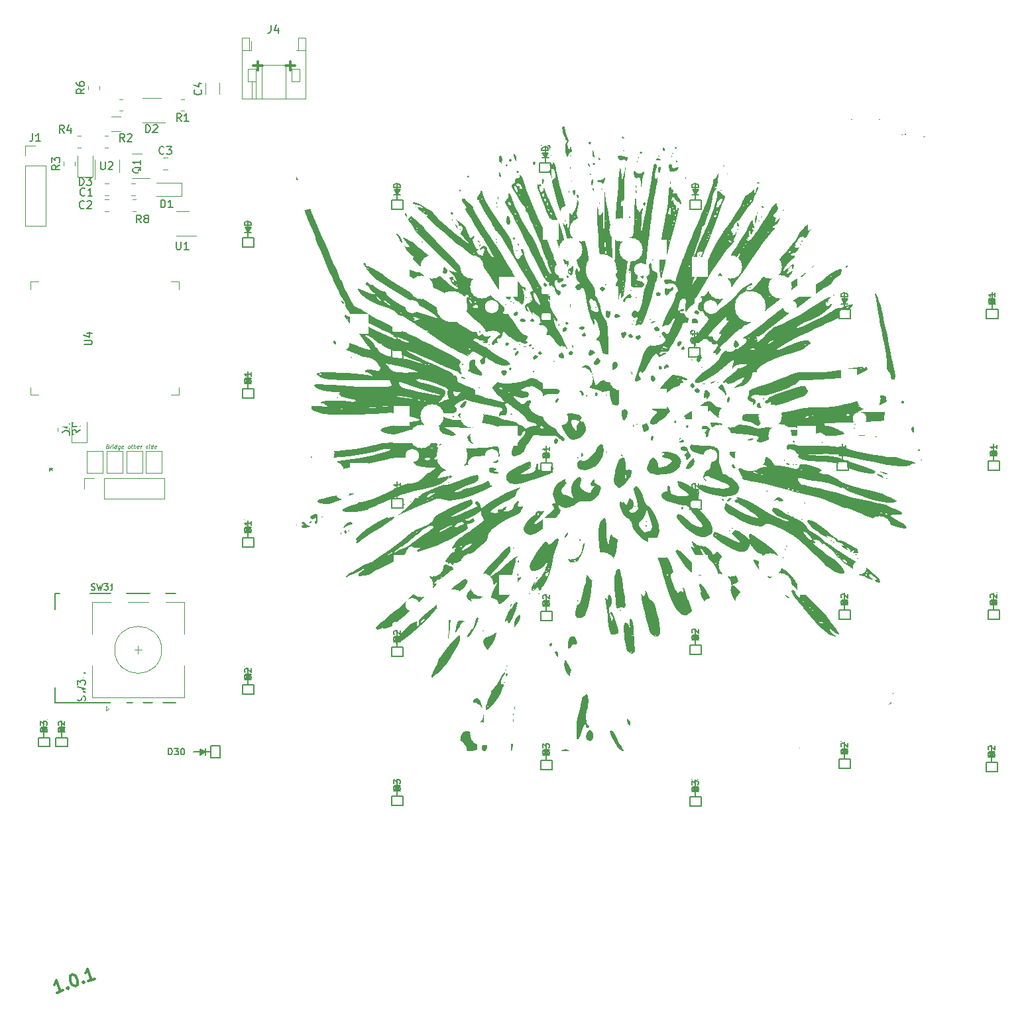
<source format=gto>
G04 #@! TF.GenerationSoftware,KiCad,Pcbnew,7.0.5.1-1-g8f565ef7f0-dirty-deb11*
G04 #@! TF.CreationDate,2023-08-11T07:57:50+00:00*
G04 #@! TF.ProjectId,hakea-fillets,68616b65-612d-4666-996c-6c6574732e6b,1.0.1*
G04 #@! TF.SameCoordinates,Original*
G04 #@! TF.FileFunction,Legend,Top*
G04 #@! TF.FilePolarity,Positive*
%FSLAX46Y46*%
G04 Gerber Fmt 4.6, Leading zero omitted, Abs format (unit mm)*
G04 Created by KiCad (PCBNEW 7.0.5.1-1-g8f565ef7f0-dirty-deb11) date 2023-08-11 07:57:50*
%MOMM*%
%LPD*%
G01*
G04 APERTURE LIST*
%ADD10C,0.100000*%
%ADD11C,0.300000*%
%ADD12C,0.150000*%
%ADD13C,0.200000*%
%ADD14C,0.152400*%
%ADD15C,0.120000*%
%ADD16C,0.160000*%
%ADD17C,1.750000*%
%ADD18C,3.000000*%
%ADD19C,3.987800*%
%ADD20R,2.150000X2.500000*%
%ADD21R,2.350000X2.500000*%
%ADD22R,0.540000X0.800000*%
%ADD23R,0.300000X0.800000*%
%ADD24O,1.000000X2.200000*%
%ADD25O,1.000000X1.800000*%
%ADD26R,2.000000X2.000000*%
%ADD27C,2.000000*%
%ADD28R,2.000000X3.200000*%
%ADD29R,1.700000X1.700000*%
%ADD30O,1.700000X1.700000*%
%ADD31C,3.500000*%
%ADD32C,1.500000*%
%ADD33C,1.600000*%
%ADD34R,1.400000X1.200000*%
%ADD35R,1.400000X1.000000*%
%ADD36R,0.700000X1.524000*%
%ADD37R,1.524000X0.700000*%
%ADD38R,1.000000X1.000000*%
%ADD39O,1.200000X1.750000*%
G04 APERTURE END LIST*
D10*
X98922658Y-74995804D02*
X98991110Y-75019614D01*
X98991110Y-75019614D02*
X99011943Y-75043423D01*
X99011943Y-75043423D02*
X99029801Y-75091042D01*
X99029801Y-75091042D02*
X99020872Y-75162471D01*
X99020872Y-75162471D02*
X98991110Y-75210090D01*
X98991110Y-75210090D02*
X98964324Y-75233900D01*
X98964324Y-75233900D02*
X98913729Y-75257709D01*
X98913729Y-75257709D02*
X98723253Y-75257709D01*
X98723253Y-75257709D02*
X98785753Y-74757709D01*
X98785753Y-74757709D02*
X98952420Y-74757709D01*
X98952420Y-74757709D02*
X98997062Y-74781519D01*
X98997062Y-74781519D02*
X99017896Y-74805328D01*
X99017896Y-74805328D02*
X99035753Y-74852947D01*
X99035753Y-74852947D02*
X99029801Y-74900566D01*
X99029801Y-74900566D02*
X99000039Y-74948185D01*
X99000039Y-74948185D02*
X98973253Y-74971995D01*
X98973253Y-74971995D02*
X98922658Y-74995804D01*
X98922658Y-74995804D02*
X98755991Y-74995804D01*
X99223253Y-75257709D02*
X99264920Y-74924376D01*
X99253015Y-75019614D02*
X99282777Y-74971995D01*
X99282777Y-74971995D02*
X99309562Y-74948185D01*
X99309562Y-74948185D02*
X99360158Y-74924376D01*
X99360158Y-74924376D02*
X99407777Y-74924376D01*
X99532777Y-75257709D02*
X99574444Y-74924376D01*
X99595277Y-74757709D02*
X99568491Y-74781519D01*
X99568491Y-74781519D02*
X99589325Y-74805328D01*
X99589325Y-74805328D02*
X99616110Y-74781519D01*
X99616110Y-74781519D02*
X99595277Y-74757709D01*
X99595277Y-74757709D02*
X99589325Y-74805328D01*
X99985158Y-75257709D02*
X100047658Y-74757709D01*
X99988134Y-75233900D02*
X99937539Y-75257709D01*
X99937539Y-75257709D02*
X99842301Y-75257709D01*
X99842301Y-75257709D02*
X99797658Y-75233900D01*
X99797658Y-75233900D02*
X99776824Y-75210090D01*
X99776824Y-75210090D02*
X99758967Y-75162471D01*
X99758967Y-75162471D02*
X99776824Y-75019614D01*
X99776824Y-75019614D02*
X99806586Y-74971995D01*
X99806586Y-74971995D02*
X99833372Y-74948185D01*
X99833372Y-74948185D02*
X99883967Y-74924376D01*
X99883967Y-74924376D02*
X99979205Y-74924376D01*
X99979205Y-74924376D02*
X100023848Y-74948185D01*
X100479205Y-74924376D02*
X100428610Y-75329138D01*
X100428610Y-75329138D02*
X100398848Y-75376757D01*
X100398848Y-75376757D02*
X100372062Y-75400566D01*
X100372062Y-75400566D02*
X100321467Y-75424376D01*
X100321467Y-75424376D02*
X100250039Y-75424376D01*
X100250039Y-75424376D02*
X100205396Y-75400566D01*
X100440515Y-75233900D02*
X100389920Y-75257709D01*
X100389920Y-75257709D02*
X100294682Y-75257709D01*
X100294682Y-75257709D02*
X100250039Y-75233900D01*
X100250039Y-75233900D02*
X100229205Y-75210090D01*
X100229205Y-75210090D02*
X100211348Y-75162471D01*
X100211348Y-75162471D02*
X100229205Y-75019614D01*
X100229205Y-75019614D02*
X100258967Y-74971995D01*
X100258967Y-74971995D02*
X100285753Y-74948185D01*
X100285753Y-74948185D02*
X100336348Y-74924376D01*
X100336348Y-74924376D02*
X100431586Y-74924376D01*
X100431586Y-74924376D02*
X100476229Y-74948185D01*
X100869086Y-75233900D02*
X100818491Y-75257709D01*
X100818491Y-75257709D02*
X100723253Y-75257709D01*
X100723253Y-75257709D02*
X100678610Y-75233900D01*
X100678610Y-75233900D02*
X100660753Y-75186280D01*
X100660753Y-75186280D02*
X100684563Y-74995804D01*
X100684563Y-74995804D02*
X100714324Y-74948185D01*
X100714324Y-74948185D02*
X100764920Y-74924376D01*
X100764920Y-74924376D02*
X100860158Y-74924376D01*
X100860158Y-74924376D02*
X100904801Y-74948185D01*
X100904801Y-74948185D02*
X100922658Y-74995804D01*
X100922658Y-74995804D02*
X100916705Y-75043423D01*
X100916705Y-75043423D02*
X100672658Y-75091042D01*
X101556586Y-75257709D02*
X101511943Y-75233900D01*
X101511943Y-75233900D02*
X101491109Y-75210090D01*
X101491109Y-75210090D02*
X101473252Y-75162471D01*
X101473252Y-75162471D02*
X101491109Y-75019614D01*
X101491109Y-75019614D02*
X101520871Y-74971995D01*
X101520871Y-74971995D02*
X101547657Y-74948185D01*
X101547657Y-74948185D02*
X101598252Y-74924376D01*
X101598252Y-74924376D02*
X101669681Y-74924376D01*
X101669681Y-74924376D02*
X101714324Y-74948185D01*
X101714324Y-74948185D02*
X101735157Y-74971995D01*
X101735157Y-74971995D02*
X101753014Y-75019614D01*
X101753014Y-75019614D02*
X101735157Y-75162471D01*
X101735157Y-75162471D02*
X101705395Y-75210090D01*
X101705395Y-75210090D02*
X101678609Y-75233900D01*
X101678609Y-75233900D02*
X101628014Y-75257709D01*
X101628014Y-75257709D02*
X101556586Y-75257709D01*
X101907776Y-74924376D02*
X102098252Y-74924376D01*
X102000038Y-74757709D02*
X101946467Y-75186280D01*
X101946467Y-75186280D02*
X101964324Y-75233900D01*
X101964324Y-75233900D02*
X102008967Y-75257709D01*
X102008967Y-75257709D02*
X102056586Y-75257709D01*
X102223252Y-75257709D02*
X102285752Y-74757709D01*
X102437538Y-75257709D02*
X102470276Y-74995804D01*
X102470276Y-74995804D02*
X102452419Y-74948185D01*
X102452419Y-74948185D02*
X102407776Y-74924376D01*
X102407776Y-74924376D02*
X102336347Y-74924376D01*
X102336347Y-74924376D02*
X102285752Y-74948185D01*
X102285752Y-74948185D02*
X102258966Y-74971995D01*
X102869085Y-75233900D02*
X102818490Y-75257709D01*
X102818490Y-75257709D02*
X102723252Y-75257709D01*
X102723252Y-75257709D02*
X102678609Y-75233900D01*
X102678609Y-75233900D02*
X102660752Y-75186280D01*
X102660752Y-75186280D02*
X102684562Y-74995804D01*
X102684562Y-74995804D02*
X102714323Y-74948185D01*
X102714323Y-74948185D02*
X102764919Y-74924376D01*
X102764919Y-74924376D02*
X102860157Y-74924376D01*
X102860157Y-74924376D02*
X102904800Y-74948185D01*
X102904800Y-74948185D02*
X102922657Y-74995804D01*
X102922657Y-74995804D02*
X102916704Y-75043423D01*
X102916704Y-75043423D02*
X102672657Y-75091042D01*
X103104204Y-75257709D02*
X103145871Y-74924376D01*
X103133966Y-75019614D02*
X103163728Y-74971995D01*
X103163728Y-74971995D02*
X103190513Y-74948185D01*
X103190513Y-74948185D02*
X103241109Y-74924376D01*
X103241109Y-74924376D02*
X103288728Y-74924376D01*
X103773847Y-75233900D02*
X103818489Y-75257709D01*
X103818489Y-75257709D02*
X103913728Y-75257709D01*
X103913728Y-75257709D02*
X103964323Y-75233900D01*
X103964323Y-75233900D02*
X103994085Y-75186280D01*
X103994085Y-75186280D02*
X103997061Y-75162471D01*
X103997061Y-75162471D02*
X103979204Y-75114852D01*
X103979204Y-75114852D02*
X103934561Y-75091042D01*
X103934561Y-75091042D02*
X103863132Y-75091042D01*
X103863132Y-75091042D02*
X103818489Y-75067233D01*
X103818489Y-75067233D02*
X103800632Y-75019614D01*
X103800632Y-75019614D02*
X103803609Y-74995804D01*
X103803609Y-74995804D02*
X103833370Y-74948185D01*
X103833370Y-74948185D02*
X103883966Y-74924376D01*
X103883966Y-74924376D02*
X103955394Y-74924376D01*
X103955394Y-74924376D02*
X104000037Y-74948185D01*
X104199442Y-75257709D02*
X104241109Y-74924376D01*
X104261942Y-74757709D02*
X104235156Y-74781519D01*
X104235156Y-74781519D02*
X104255990Y-74805328D01*
X104255990Y-74805328D02*
X104282775Y-74781519D01*
X104282775Y-74781519D02*
X104261942Y-74757709D01*
X104261942Y-74757709D02*
X104255990Y-74805328D01*
X104651823Y-75257709D02*
X104714323Y-74757709D01*
X104654799Y-75233900D02*
X104604204Y-75257709D01*
X104604204Y-75257709D02*
X104508966Y-75257709D01*
X104508966Y-75257709D02*
X104464323Y-75233900D01*
X104464323Y-75233900D02*
X104443489Y-75210090D01*
X104443489Y-75210090D02*
X104425632Y-75162471D01*
X104425632Y-75162471D02*
X104443489Y-75019614D01*
X104443489Y-75019614D02*
X104473251Y-74971995D01*
X104473251Y-74971995D02*
X104500037Y-74948185D01*
X104500037Y-74948185D02*
X104550632Y-74924376D01*
X104550632Y-74924376D02*
X104645870Y-74924376D01*
X104645870Y-74924376D02*
X104690513Y-74948185D01*
X105083370Y-75233900D02*
X105032775Y-75257709D01*
X105032775Y-75257709D02*
X104937537Y-75257709D01*
X104937537Y-75257709D02*
X104892894Y-75233900D01*
X104892894Y-75233900D02*
X104875037Y-75186280D01*
X104875037Y-75186280D02*
X104898847Y-74995804D01*
X104898847Y-74995804D02*
X104928608Y-74948185D01*
X104928608Y-74948185D02*
X104979204Y-74924376D01*
X104979204Y-74924376D02*
X105074442Y-74924376D01*
X105074442Y-74924376D02*
X105119085Y-74948185D01*
X105119085Y-74948185D02*
X105136942Y-74995804D01*
X105136942Y-74995804D02*
X105130989Y-75043423D01*
X105130989Y-75043423D02*
X104886942Y-75091042D01*
D11*
X93236101Y-144530540D02*
X92430650Y-144823700D01*
X92833375Y-144677120D02*
X92320345Y-143267581D01*
X92320345Y-143267581D02*
X92259393Y-143517804D01*
X92259393Y-143517804D02*
X92174012Y-143700905D01*
X92174012Y-143700905D02*
X92064200Y-143816886D01*
X93791328Y-144176428D02*
X93882879Y-144219119D01*
X93882879Y-144219119D02*
X93840188Y-144310670D01*
X93840188Y-144310670D02*
X93748638Y-144267979D01*
X93748638Y-144267979D02*
X93791328Y-144176428D01*
X93791328Y-144176428D02*
X93840188Y-144310670D01*
X94266851Y-142559111D02*
X94401093Y-142510251D01*
X94401093Y-142510251D02*
X94559765Y-142528512D01*
X94559765Y-142528512D02*
X94651316Y-142571202D01*
X94651316Y-142571202D02*
X94767297Y-142681014D01*
X94767297Y-142681014D02*
X94932137Y-142925068D01*
X94932137Y-142925068D02*
X95054288Y-143260672D01*
X95054288Y-143260672D02*
X95084887Y-143553586D01*
X95084887Y-143553586D02*
X95066626Y-143712258D01*
X95066626Y-143712258D02*
X95023935Y-143803809D01*
X95023935Y-143803809D02*
X94914123Y-143919790D01*
X94914123Y-143919790D02*
X94779881Y-143968650D01*
X94779881Y-143968650D02*
X94621209Y-143950389D01*
X94621209Y-143950389D02*
X94529659Y-143907698D01*
X94529659Y-143907698D02*
X94413678Y-143797886D01*
X94413678Y-143797886D02*
X94248837Y-143553832D01*
X94248837Y-143553832D02*
X94126687Y-143218228D01*
X94126687Y-143218228D02*
X94096088Y-142925314D01*
X94096088Y-142925314D02*
X94114348Y-142766643D01*
X94114348Y-142766643D02*
X94157039Y-142675092D01*
X94157039Y-142675092D02*
X94266851Y-142559111D01*
X95804955Y-143443528D02*
X95896506Y-143486219D01*
X95896506Y-143486219D02*
X95853815Y-143577770D01*
X95853815Y-143577770D02*
X95762264Y-143535079D01*
X95762264Y-143535079D02*
X95804955Y-143443528D01*
X95804955Y-143443528D02*
X95853815Y-143577770D01*
X97263355Y-143064739D02*
X96457904Y-143357899D01*
X96860629Y-143211319D02*
X96347599Y-141801780D01*
X96347599Y-141801780D02*
X96286647Y-142052003D01*
X96286647Y-142052003D02*
X96201265Y-142235105D01*
X96201265Y-142235105D02*
X96091454Y-142351086D01*
X122810257Y-26345100D02*
X121667400Y-26345100D01*
X122238828Y-26916528D02*
X122238828Y-25773671D01*
X118667400Y-26345100D02*
X117524543Y-26345100D01*
X118095971Y-26916528D02*
X118095971Y-25773671D01*
D12*
X95934419Y-29302766D02*
X95458228Y-29636099D01*
X95934419Y-29874194D02*
X94934419Y-29874194D01*
X94934419Y-29874194D02*
X94934419Y-29493242D01*
X94934419Y-29493242D02*
X94982038Y-29398004D01*
X94982038Y-29398004D02*
X95029657Y-29350385D01*
X95029657Y-29350385D02*
X95124895Y-29302766D01*
X95124895Y-29302766D02*
X95267752Y-29302766D01*
X95267752Y-29302766D02*
X95362990Y-29350385D01*
X95362990Y-29350385D02*
X95410609Y-29398004D01*
X95410609Y-29398004D02*
X95458228Y-29493242D01*
X95458228Y-29493242D02*
X95458228Y-29874194D01*
X94934419Y-28445623D02*
X94934419Y-28636099D01*
X94934419Y-28636099D02*
X94982038Y-28731337D01*
X94982038Y-28731337D02*
X95029657Y-28778956D01*
X95029657Y-28778956D02*
X95172514Y-28874194D01*
X95172514Y-28874194D02*
X95362990Y-28921813D01*
X95362990Y-28921813D02*
X95743942Y-28921813D01*
X95743942Y-28921813D02*
X95839180Y-28874194D01*
X95839180Y-28874194D02*
X95886800Y-28826575D01*
X95886800Y-28826575D02*
X95934419Y-28731337D01*
X95934419Y-28731337D02*
X95934419Y-28540861D01*
X95934419Y-28540861D02*
X95886800Y-28445623D01*
X95886800Y-28445623D02*
X95839180Y-28398004D01*
X95839180Y-28398004D02*
X95743942Y-28350385D01*
X95743942Y-28350385D02*
X95505847Y-28350385D01*
X95505847Y-28350385D02*
X95410609Y-28398004D01*
X95410609Y-28398004D02*
X95362990Y-28445623D01*
X95362990Y-28445623D02*
X95315371Y-28540861D01*
X95315371Y-28540861D02*
X95315371Y-28731337D01*
X95315371Y-28731337D02*
X95362990Y-28826575D01*
X95362990Y-28826575D02*
X95410609Y-28874194D01*
X95410609Y-28874194D02*
X95505847Y-28921813D01*
X106106933Y-37571580D02*
X106059314Y-37619200D01*
X106059314Y-37619200D02*
X105916457Y-37666819D01*
X105916457Y-37666819D02*
X105821219Y-37666819D01*
X105821219Y-37666819D02*
X105678362Y-37619200D01*
X105678362Y-37619200D02*
X105583124Y-37523961D01*
X105583124Y-37523961D02*
X105535505Y-37428723D01*
X105535505Y-37428723D02*
X105487886Y-37238247D01*
X105487886Y-37238247D02*
X105487886Y-37095390D01*
X105487886Y-37095390D02*
X105535505Y-36904914D01*
X105535505Y-36904914D02*
X105583124Y-36809676D01*
X105583124Y-36809676D02*
X105678362Y-36714438D01*
X105678362Y-36714438D02*
X105821219Y-36666819D01*
X105821219Y-36666819D02*
X105916457Y-36666819D01*
X105916457Y-36666819D02*
X106059314Y-36714438D01*
X106059314Y-36714438D02*
X106106933Y-36762057D01*
X106440267Y-36666819D02*
X107059314Y-36666819D01*
X107059314Y-36666819D02*
X106725981Y-37047771D01*
X106725981Y-37047771D02*
X106868838Y-37047771D01*
X106868838Y-37047771D02*
X106964076Y-37095390D01*
X106964076Y-37095390D02*
X107011695Y-37143009D01*
X107011695Y-37143009D02*
X107059314Y-37238247D01*
X107059314Y-37238247D02*
X107059314Y-37476342D01*
X107059314Y-37476342D02*
X107011695Y-37571580D01*
X107011695Y-37571580D02*
X106964076Y-37619200D01*
X106964076Y-37619200D02*
X106868838Y-37666819D01*
X106868838Y-37666819D02*
X106583124Y-37666819D01*
X106583124Y-37666819D02*
X106487886Y-37619200D01*
X106487886Y-37619200D02*
X106440267Y-37571580D01*
X107696095Y-48836819D02*
X107696095Y-49646342D01*
X107696095Y-49646342D02*
X107743714Y-49741580D01*
X107743714Y-49741580D02*
X107791333Y-49789200D01*
X107791333Y-49789200D02*
X107886571Y-49836819D01*
X107886571Y-49836819D02*
X108077047Y-49836819D01*
X108077047Y-49836819D02*
X108172285Y-49789200D01*
X108172285Y-49789200D02*
X108219904Y-49741580D01*
X108219904Y-49741580D02*
X108267523Y-49646342D01*
X108267523Y-49646342D02*
X108267523Y-48836819D01*
X109267523Y-49836819D02*
X108696095Y-49836819D01*
X108981809Y-49836819D02*
X108981809Y-48836819D01*
X108981809Y-48836819D02*
X108886571Y-48979676D01*
X108886571Y-48979676D02*
X108791333Y-49074914D01*
X108791333Y-49074914D02*
X108696095Y-49122533D01*
X96011800Y-107518323D02*
X96059419Y-107375466D01*
X96059419Y-107375466D02*
X96059419Y-107137371D01*
X96059419Y-107137371D02*
X96011800Y-107042133D01*
X96011800Y-107042133D02*
X95964180Y-106994514D01*
X95964180Y-106994514D02*
X95868942Y-106946895D01*
X95868942Y-106946895D02*
X95773704Y-106946895D01*
X95773704Y-106946895D02*
X95678466Y-106994514D01*
X95678466Y-106994514D02*
X95630847Y-107042133D01*
X95630847Y-107042133D02*
X95583228Y-107137371D01*
X95583228Y-107137371D02*
X95535609Y-107327847D01*
X95535609Y-107327847D02*
X95487990Y-107423085D01*
X95487990Y-107423085D02*
X95440371Y-107470704D01*
X95440371Y-107470704D02*
X95345133Y-107518323D01*
X95345133Y-107518323D02*
X95249895Y-107518323D01*
X95249895Y-107518323D02*
X95154657Y-107470704D01*
X95154657Y-107470704D02*
X95107038Y-107423085D01*
X95107038Y-107423085D02*
X95059419Y-107327847D01*
X95059419Y-107327847D02*
X95059419Y-107089752D01*
X95059419Y-107089752D02*
X95107038Y-106946895D01*
X95059419Y-106613561D02*
X96059419Y-106375466D01*
X96059419Y-106375466D02*
X95345133Y-106184990D01*
X95345133Y-106184990D02*
X96059419Y-105994514D01*
X96059419Y-105994514D02*
X95059419Y-105756419D01*
X95059419Y-105470704D02*
X95059419Y-104851657D01*
X95059419Y-104851657D02*
X95440371Y-105184990D01*
X95440371Y-105184990D02*
X95440371Y-105042133D01*
X95440371Y-105042133D02*
X95487990Y-104946895D01*
X95487990Y-104946895D02*
X95535609Y-104899276D01*
X95535609Y-104899276D02*
X95630847Y-104851657D01*
X95630847Y-104851657D02*
X95868942Y-104851657D01*
X95868942Y-104851657D02*
X95964180Y-104899276D01*
X95964180Y-104899276D02*
X96011800Y-104946895D01*
X96011800Y-104946895D02*
X96059419Y-105042133D01*
X96059419Y-105042133D02*
X96059419Y-105327847D01*
X96059419Y-105327847D02*
X96011800Y-105423085D01*
X96011800Y-105423085D02*
X95964180Y-105470704D01*
X95392752Y-103994514D02*
X96059419Y-103994514D01*
X95011800Y-104232609D02*
X95726085Y-104470704D01*
X95726085Y-104470704D02*
X95726085Y-103851657D01*
X103185933Y-46428819D02*
X102852600Y-45952628D01*
X102614505Y-46428819D02*
X102614505Y-45428819D01*
X102614505Y-45428819D02*
X102995457Y-45428819D01*
X102995457Y-45428819D02*
X103090695Y-45476438D01*
X103090695Y-45476438D02*
X103138314Y-45524057D01*
X103138314Y-45524057D02*
X103185933Y-45619295D01*
X103185933Y-45619295D02*
X103185933Y-45762152D01*
X103185933Y-45762152D02*
X103138314Y-45857390D01*
X103138314Y-45857390D02*
X103090695Y-45905009D01*
X103090695Y-45905009D02*
X102995457Y-45952628D01*
X102995457Y-45952628D02*
X102614505Y-45952628D01*
X103757362Y-45857390D02*
X103662124Y-45809771D01*
X103662124Y-45809771D02*
X103614505Y-45762152D01*
X103614505Y-45762152D02*
X103566886Y-45666914D01*
X103566886Y-45666914D02*
X103566886Y-45619295D01*
X103566886Y-45619295D02*
X103614505Y-45524057D01*
X103614505Y-45524057D02*
X103662124Y-45476438D01*
X103662124Y-45476438D02*
X103757362Y-45428819D01*
X103757362Y-45428819D02*
X103947838Y-45428819D01*
X103947838Y-45428819D02*
X104043076Y-45476438D01*
X104043076Y-45476438D02*
X104090695Y-45524057D01*
X104090695Y-45524057D02*
X104138314Y-45619295D01*
X104138314Y-45619295D02*
X104138314Y-45666914D01*
X104138314Y-45666914D02*
X104090695Y-45762152D01*
X104090695Y-45762152D02*
X104043076Y-45809771D01*
X104043076Y-45809771D02*
X103947838Y-45857390D01*
X103947838Y-45857390D02*
X103757362Y-45857390D01*
X103757362Y-45857390D02*
X103662124Y-45905009D01*
X103662124Y-45905009D02*
X103614505Y-45952628D01*
X103614505Y-45952628D02*
X103566886Y-46047866D01*
X103566886Y-46047866D02*
X103566886Y-46238342D01*
X103566886Y-46238342D02*
X103614505Y-46333580D01*
X103614505Y-46333580D02*
X103662124Y-46381200D01*
X103662124Y-46381200D02*
X103757362Y-46428819D01*
X103757362Y-46428819D02*
X103947838Y-46428819D01*
X103947838Y-46428819D02*
X104043076Y-46381200D01*
X104043076Y-46381200D02*
X104090695Y-46333580D01*
X104090695Y-46333580D02*
X104138314Y-46238342D01*
X104138314Y-46238342D02*
X104138314Y-46047866D01*
X104138314Y-46047866D02*
X104090695Y-45952628D01*
X104090695Y-45952628D02*
X104043076Y-45905009D01*
X104043076Y-45905009D02*
X103947838Y-45857390D01*
X91382819Y-77916599D02*
X91620914Y-77916599D01*
X91525676Y-78154694D02*
X91620914Y-77916599D01*
X91620914Y-77916599D02*
X91525676Y-77678504D01*
X91811390Y-78059456D02*
X91620914Y-77916599D01*
X91620914Y-77916599D02*
X91811390Y-77773742D01*
X95374619Y-72886866D02*
X94898428Y-73220199D01*
X95374619Y-73458294D02*
X94374619Y-73458294D01*
X94374619Y-73458294D02*
X94374619Y-73077342D01*
X94374619Y-73077342D02*
X94422238Y-72982104D01*
X94422238Y-72982104D02*
X94469857Y-72934485D01*
X94469857Y-72934485D02*
X94565095Y-72886866D01*
X94565095Y-72886866D02*
X94707952Y-72886866D01*
X94707952Y-72886866D02*
X94803190Y-72934485D01*
X94803190Y-72934485D02*
X94850809Y-72982104D01*
X94850809Y-72982104D02*
X94898428Y-73077342D01*
X94898428Y-73077342D02*
X94898428Y-73458294D01*
X95374619Y-72410675D02*
X95374619Y-72220199D01*
X95374619Y-72220199D02*
X95327000Y-72124961D01*
X95327000Y-72124961D02*
X95279380Y-72077342D01*
X95279380Y-72077342D02*
X95136523Y-71982104D01*
X95136523Y-71982104D02*
X94946047Y-71934485D01*
X94946047Y-71934485D02*
X94565095Y-71934485D01*
X94565095Y-71934485D02*
X94469857Y-71982104D01*
X94469857Y-71982104D02*
X94422238Y-72029723D01*
X94422238Y-72029723D02*
X94374619Y-72124961D01*
X94374619Y-72124961D02*
X94374619Y-72315437D01*
X94374619Y-72315437D02*
X94422238Y-72410675D01*
X94422238Y-72410675D02*
X94469857Y-72458294D01*
X94469857Y-72458294D02*
X94565095Y-72505913D01*
X94565095Y-72505913D02*
X94803190Y-72505913D01*
X94803190Y-72505913D02*
X94898428Y-72458294D01*
X94898428Y-72458294D02*
X94946047Y-72410675D01*
X94946047Y-72410675D02*
X94993666Y-72315437D01*
X94993666Y-72315437D02*
X94993666Y-72124961D01*
X94993666Y-72124961D02*
X94946047Y-72029723D01*
X94946047Y-72029723D02*
X94898428Y-71982104D01*
X94898428Y-71982104D02*
X94803190Y-71934485D01*
X108314833Y-33448419D02*
X107981500Y-32972228D01*
X107743405Y-33448419D02*
X107743405Y-32448419D01*
X107743405Y-32448419D02*
X108124357Y-32448419D01*
X108124357Y-32448419D02*
X108219595Y-32496038D01*
X108219595Y-32496038D02*
X108267214Y-32543657D01*
X108267214Y-32543657D02*
X108314833Y-32638895D01*
X108314833Y-32638895D02*
X108314833Y-32781752D01*
X108314833Y-32781752D02*
X108267214Y-32876990D01*
X108267214Y-32876990D02*
X108219595Y-32924609D01*
X108219595Y-32924609D02*
X108124357Y-32972228D01*
X108124357Y-32972228D02*
X107743405Y-32972228D01*
X109267214Y-33448419D02*
X108695786Y-33448419D01*
X108981500Y-33448419D02*
X108981500Y-32448419D01*
X108981500Y-32448419D02*
X108886262Y-32591276D01*
X108886262Y-32591276D02*
X108791024Y-32686514D01*
X108791024Y-32686514D02*
X108695786Y-32734133D01*
X95299305Y-41628219D02*
X95299305Y-40628219D01*
X95299305Y-40628219D02*
X95537400Y-40628219D01*
X95537400Y-40628219D02*
X95680257Y-40675838D01*
X95680257Y-40675838D02*
X95775495Y-40771076D01*
X95775495Y-40771076D02*
X95823114Y-40866314D01*
X95823114Y-40866314D02*
X95870733Y-41056790D01*
X95870733Y-41056790D02*
X95870733Y-41199647D01*
X95870733Y-41199647D02*
X95823114Y-41390123D01*
X95823114Y-41390123D02*
X95775495Y-41485361D01*
X95775495Y-41485361D02*
X95680257Y-41580600D01*
X95680257Y-41580600D02*
X95537400Y-41628219D01*
X95537400Y-41628219D02*
X95299305Y-41628219D01*
X96204067Y-40628219D02*
X96823114Y-40628219D01*
X96823114Y-40628219D02*
X96489781Y-41009171D01*
X96489781Y-41009171D02*
X96632638Y-41009171D01*
X96632638Y-41009171D02*
X96727876Y-41056790D01*
X96727876Y-41056790D02*
X96775495Y-41104409D01*
X96775495Y-41104409D02*
X96823114Y-41199647D01*
X96823114Y-41199647D02*
X96823114Y-41437742D01*
X96823114Y-41437742D02*
X96775495Y-41532980D01*
X96775495Y-41532980D02*
X96727876Y-41580600D01*
X96727876Y-41580600D02*
X96632638Y-41628219D01*
X96632638Y-41628219D02*
X96346924Y-41628219D01*
X96346924Y-41628219D02*
X96251686Y-41580600D01*
X96251686Y-41580600D02*
X96204067Y-41532980D01*
X95896133Y-44530180D02*
X95848514Y-44577800D01*
X95848514Y-44577800D02*
X95705657Y-44625419D01*
X95705657Y-44625419D02*
X95610419Y-44625419D01*
X95610419Y-44625419D02*
X95467562Y-44577800D01*
X95467562Y-44577800D02*
X95372324Y-44482561D01*
X95372324Y-44482561D02*
X95324705Y-44387323D01*
X95324705Y-44387323D02*
X95277086Y-44196847D01*
X95277086Y-44196847D02*
X95277086Y-44053990D01*
X95277086Y-44053990D02*
X95324705Y-43863514D01*
X95324705Y-43863514D02*
X95372324Y-43768276D01*
X95372324Y-43768276D02*
X95467562Y-43673038D01*
X95467562Y-43673038D02*
X95610419Y-43625419D01*
X95610419Y-43625419D02*
X95705657Y-43625419D01*
X95705657Y-43625419D02*
X95848514Y-43673038D01*
X95848514Y-43673038D02*
X95896133Y-43720657D01*
X96277086Y-43720657D02*
X96324705Y-43673038D01*
X96324705Y-43673038D02*
X96419943Y-43625419D01*
X96419943Y-43625419D02*
X96658038Y-43625419D01*
X96658038Y-43625419D02*
X96753276Y-43673038D01*
X96753276Y-43673038D02*
X96800895Y-43720657D01*
X96800895Y-43720657D02*
X96848514Y-43815895D01*
X96848514Y-43815895D02*
X96848514Y-43911133D01*
X96848514Y-43911133D02*
X96800895Y-44053990D01*
X96800895Y-44053990D02*
X96229467Y-44625419D01*
X96229467Y-44625419D02*
X96848514Y-44625419D01*
D13*
X96835080Y-93318500D02*
X96949366Y-93356595D01*
X96949366Y-93356595D02*
X97139842Y-93356595D01*
X97139842Y-93356595D02*
X97216033Y-93318500D01*
X97216033Y-93318500D02*
X97254128Y-93280404D01*
X97254128Y-93280404D02*
X97292223Y-93204214D01*
X97292223Y-93204214D02*
X97292223Y-93128023D01*
X97292223Y-93128023D02*
X97254128Y-93051833D01*
X97254128Y-93051833D02*
X97216033Y-93013738D01*
X97216033Y-93013738D02*
X97139842Y-92975642D01*
X97139842Y-92975642D02*
X96987461Y-92937547D01*
X96987461Y-92937547D02*
X96911271Y-92899452D01*
X96911271Y-92899452D02*
X96873176Y-92861357D01*
X96873176Y-92861357D02*
X96835080Y-92785166D01*
X96835080Y-92785166D02*
X96835080Y-92708976D01*
X96835080Y-92708976D02*
X96873176Y-92632785D01*
X96873176Y-92632785D02*
X96911271Y-92594690D01*
X96911271Y-92594690D02*
X96987461Y-92556595D01*
X96987461Y-92556595D02*
X97177938Y-92556595D01*
X97177938Y-92556595D02*
X97292223Y-92594690D01*
X97558890Y-92556595D02*
X97749366Y-93356595D01*
X97749366Y-93356595D02*
X97901747Y-92785166D01*
X97901747Y-92785166D02*
X98054128Y-93356595D01*
X98054128Y-93356595D02*
X98244605Y-92556595D01*
X98473176Y-92556595D02*
X98968414Y-92556595D01*
X98968414Y-92556595D02*
X98701748Y-92861357D01*
X98701748Y-92861357D02*
X98816033Y-92861357D01*
X98816033Y-92861357D02*
X98892224Y-92899452D01*
X98892224Y-92899452D02*
X98930319Y-92937547D01*
X98930319Y-92937547D02*
X98968414Y-93013738D01*
X98968414Y-93013738D02*
X98968414Y-93204214D01*
X98968414Y-93204214D02*
X98930319Y-93280404D01*
X98930319Y-93280404D02*
X98892224Y-93318500D01*
X98892224Y-93318500D02*
X98816033Y-93356595D01*
X98816033Y-93356595D02*
X98587462Y-93356595D01*
X98587462Y-93356595D02*
X98511271Y-93318500D01*
X98511271Y-93318500D02*
X98473176Y-93280404D01*
X99730319Y-93356595D02*
X99273176Y-93356595D01*
X99501748Y-93356595D02*
X99501748Y-92556595D01*
X99501748Y-92556595D02*
X99425557Y-92670880D01*
X99425557Y-92670880D02*
X99349367Y-92747071D01*
X99349367Y-92747071D02*
X99273176Y-92785166D01*
D12*
X94080219Y-73587594D02*
X93080219Y-73587594D01*
X93080219Y-73587594D02*
X93080219Y-73349499D01*
X93080219Y-73349499D02*
X93127838Y-73206642D01*
X93127838Y-73206642D02*
X93223076Y-73111404D01*
X93223076Y-73111404D02*
X93318314Y-73063785D01*
X93318314Y-73063785D02*
X93508790Y-73016166D01*
X93508790Y-73016166D02*
X93651647Y-73016166D01*
X93651647Y-73016166D02*
X93842123Y-73063785D01*
X93842123Y-73063785D02*
X93937361Y-73111404D01*
X93937361Y-73111404D02*
X94032600Y-73206642D01*
X94032600Y-73206642D02*
X94080219Y-73349499D01*
X94080219Y-73349499D02*
X94080219Y-73587594D01*
X93413552Y-72159023D02*
X94080219Y-72159023D01*
X93032600Y-72397118D02*
X93746885Y-72635213D01*
X93746885Y-72635213D02*
X93746885Y-72016166D01*
X103762905Y-34889619D02*
X103762905Y-33889619D01*
X103762905Y-33889619D02*
X104001000Y-33889619D01*
X104001000Y-33889619D02*
X104143857Y-33937238D01*
X104143857Y-33937238D02*
X104239095Y-34032476D01*
X104239095Y-34032476D02*
X104286714Y-34127714D01*
X104286714Y-34127714D02*
X104334333Y-34318190D01*
X104334333Y-34318190D02*
X104334333Y-34461047D01*
X104334333Y-34461047D02*
X104286714Y-34651523D01*
X104286714Y-34651523D02*
X104239095Y-34746761D01*
X104239095Y-34746761D02*
X104143857Y-34842000D01*
X104143857Y-34842000D02*
X104001000Y-34889619D01*
X104001000Y-34889619D02*
X103762905Y-34889619D01*
X104715286Y-33984857D02*
X104762905Y-33937238D01*
X104762905Y-33937238D02*
X104858143Y-33889619D01*
X104858143Y-33889619D02*
X105096238Y-33889619D01*
X105096238Y-33889619D02*
X105191476Y-33937238D01*
X105191476Y-33937238D02*
X105239095Y-33984857D01*
X105239095Y-33984857D02*
X105286714Y-34080095D01*
X105286714Y-34080095D02*
X105286714Y-34175333D01*
X105286714Y-34175333D02*
X105239095Y-34318190D01*
X105239095Y-34318190D02*
X104667667Y-34889619D01*
X104667667Y-34889619D02*
X105286714Y-34889619D01*
X89328666Y-34980819D02*
X89328666Y-35695104D01*
X89328666Y-35695104D02*
X89281047Y-35837961D01*
X89281047Y-35837961D02*
X89185809Y-35933200D01*
X89185809Y-35933200D02*
X89042952Y-35980819D01*
X89042952Y-35980819D02*
X88947714Y-35980819D01*
X90328666Y-35980819D02*
X89757238Y-35980819D01*
X90042952Y-35980819D02*
X90042952Y-34980819D01*
X90042952Y-34980819D02*
X89947714Y-35123676D01*
X89947714Y-35123676D02*
X89852476Y-35218914D01*
X89852476Y-35218914D02*
X89757238Y-35266533D01*
X103191457Y-39287438D02*
X103143838Y-39382676D01*
X103143838Y-39382676D02*
X103048600Y-39477914D01*
X103048600Y-39477914D02*
X102905742Y-39620771D01*
X102905742Y-39620771D02*
X102858123Y-39716009D01*
X102858123Y-39716009D02*
X102858123Y-39811247D01*
X103096219Y-39763628D02*
X103048600Y-39858866D01*
X103048600Y-39858866D02*
X102953361Y-39954104D01*
X102953361Y-39954104D02*
X102762885Y-40001723D01*
X102762885Y-40001723D02*
X102429552Y-40001723D01*
X102429552Y-40001723D02*
X102239076Y-39954104D01*
X102239076Y-39954104D02*
X102143838Y-39858866D01*
X102143838Y-39858866D02*
X102096219Y-39763628D01*
X102096219Y-39763628D02*
X102096219Y-39573152D01*
X102096219Y-39573152D02*
X102143838Y-39477914D01*
X102143838Y-39477914D02*
X102239076Y-39382676D01*
X102239076Y-39382676D02*
X102429552Y-39335057D01*
X102429552Y-39335057D02*
X102762885Y-39335057D01*
X102762885Y-39335057D02*
X102953361Y-39382676D01*
X102953361Y-39382676D02*
X103048600Y-39477914D01*
X103048600Y-39477914D02*
X103096219Y-39573152D01*
X103096219Y-39573152D02*
X103096219Y-39763628D01*
X103096219Y-38382676D02*
X103096219Y-38954104D01*
X103096219Y-38668390D02*
X102096219Y-38668390D01*
X102096219Y-38668390D02*
X102239076Y-38763628D01*
X102239076Y-38763628D02*
X102334314Y-38858866D01*
X102334314Y-38858866D02*
X102381933Y-38954104D01*
X95898619Y-62001304D02*
X96708142Y-62001304D01*
X96708142Y-62001304D02*
X96803380Y-61953685D01*
X96803380Y-61953685D02*
X96851000Y-61906066D01*
X96851000Y-61906066D02*
X96898619Y-61810828D01*
X96898619Y-61810828D02*
X96898619Y-61620352D01*
X96898619Y-61620352D02*
X96851000Y-61525114D01*
X96851000Y-61525114D02*
X96803380Y-61477495D01*
X96803380Y-61477495D02*
X96708142Y-61429876D01*
X96708142Y-61429876D02*
X95898619Y-61429876D01*
X96231952Y-60525114D02*
X96898619Y-60525114D01*
X95851000Y-60763209D02*
X96565285Y-61001304D01*
X96565285Y-61001304D02*
X96565285Y-60382257D01*
X110832980Y-29427466D02*
X110880600Y-29475085D01*
X110880600Y-29475085D02*
X110928219Y-29617942D01*
X110928219Y-29617942D02*
X110928219Y-29713180D01*
X110928219Y-29713180D02*
X110880600Y-29856037D01*
X110880600Y-29856037D02*
X110785361Y-29951275D01*
X110785361Y-29951275D02*
X110690123Y-29998894D01*
X110690123Y-29998894D02*
X110499647Y-30046513D01*
X110499647Y-30046513D02*
X110356790Y-30046513D01*
X110356790Y-30046513D02*
X110166314Y-29998894D01*
X110166314Y-29998894D02*
X110071076Y-29951275D01*
X110071076Y-29951275D02*
X109975838Y-29856037D01*
X109975838Y-29856037D02*
X109928219Y-29713180D01*
X109928219Y-29713180D02*
X109928219Y-29617942D01*
X109928219Y-29617942D02*
X109975838Y-29475085D01*
X109975838Y-29475085D02*
X110023457Y-29427466D01*
X110261552Y-28570323D02*
X110928219Y-28570323D01*
X109880600Y-28808418D02*
X110594885Y-29046513D01*
X110594885Y-29046513D02*
X110594885Y-28427466D01*
X101052333Y-36040219D02*
X100719000Y-35564028D01*
X100480905Y-36040219D02*
X100480905Y-35040219D01*
X100480905Y-35040219D02*
X100861857Y-35040219D01*
X100861857Y-35040219D02*
X100957095Y-35087838D01*
X100957095Y-35087838D02*
X101004714Y-35135457D01*
X101004714Y-35135457D02*
X101052333Y-35230695D01*
X101052333Y-35230695D02*
X101052333Y-35373552D01*
X101052333Y-35373552D02*
X101004714Y-35468790D01*
X101004714Y-35468790D02*
X100957095Y-35516409D01*
X100957095Y-35516409D02*
X100861857Y-35564028D01*
X100861857Y-35564028D02*
X100480905Y-35564028D01*
X101433286Y-35135457D02*
X101480905Y-35087838D01*
X101480905Y-35087838D02*
X101576143Y-35040219D01*
X101576143Y-35040219D02*
X101814238Y-35040219D01*
X101814238Y-35040219D02*
X101909476Y-35087838D01*
X101909476Y-35087838D02*
X101957095Y-35135457D01*
X101957095Y-35135457D02*
X102004714Y-35230695D01*
X102004714Y-35230695D02*
X102004714Y-35325933D01*
X102004714Y-35325933D02*
X101957095Y-35468790D01*
X101957095Y-35468790D02*
X101385667Y-36040219D01*
X101385667Y-36040219D02*
X102004714Y-36040219D01*
X105687905Y-44468819D02*
X105687905Y-43468819D01*
X105687905Y-43468819D02*
X105926000Y-43468819D01*
X105926000Y-43468819D02*
X106068857Y-43516438D01*
X106068857Y-43516438D02*
X106164095Y-43611676D01*
X106164095Y-43611676D02*
X106211714Y-43706914D01*
X106211714Y-43706914D02*
X106259333Y-43897390D01*
X106259333Y-43897390D02*
X106259333Y-44040247D01*
X106259333Y-44040247D02*
X106211714Y-44230723D01*
X106211714Y-44230723D02*
X106164095Y-44325961D01*
X106164095Y-44325961D02*
X106068857Y-44421200D01*
X106068857Y-44421200D02*
X105926000Y-44468819D01*
X105926000Y-44468819D02*
X105687905Y-44468819D01*
X107211714Y-44468819D02*
X106640286Y-44468819D01*
X106926000Y-44468819D02*
X106926000Y-43468819D01*
X106926000Y-43468819D02*
X106830762Y-43611676D01*
X106830762Y-43611676D02*
X106735524Y-43706914D01*
X106735524Y-43706914D02*
X106640286Y-43754533D01*
X93330733Y-34922619D02*
X92997400Y-34446428D01*
X92759305Y-34922619D02*
X92759305Y-33922619D01*
X92759305Y-33922619D02*
X93140257Y-33922619D01*
X93140257Y-33922619D02*
X93235495Y-33970238D01*
X93235495Y-33970238D02*
X93283114Y-34017857D01*
X93283114Y-34017857D02*
X93330733Y-34113095D01*
X93330733Y-34113095D02*
X93330733Y-34255952D01*
X93330733Y-34255952D02*
X93283114Y-34351190D01*
X93283114Y-34351190D02*
X93235495Y-34398809D01*
X93235495Y-34398809D02*
X93140257Y-34446428D01*
X93140257Y-34446428D02*
X92759305Y-34446428D01*
X94187876Y-34255952D02*
X94187876Y-34922619D01*
X93949781Y-33875000D02*
X93711686Y-34589285D01*
X93711686Y-34589285D02*
X94330733Y-34589285D01*
X119783266Y-21136419D02*
X119783266Y-21850704D01*
X119783266Y-21850704D02*
X119735647Y-21993561D01*
X119735647Y-21993561D02*
X119640409Y-22088800D01*
X119640409Y-22088800D02*
X119497552Y-22136419D01*
X119497552Y-22136419D02*
X119402314Y-22136419D01*
X120688028Y-21469752D02*
X120688028Y-22136419D01*
X120449933Y-21088800D02*
X120211838Y-21803085D01*
X120211838Y-21803085D02*
X120830885Y-21803085D01*
X92784819Y-39028666D02*
X92308628Y-39361999D01*
X92784819Y-39600094D02*
X91784819Y-39600094D01*
X91784819Y-39600094D02*
X91784819Y-39219142D01*
X91784819Y-39219142D02*
X91832438Y-39123904D01*
X91832438Y-39123904D02*
X91880057Y-39076285D01*
X91880057Y-39076285D02*
X91975295Y-39028666D01*
X91975295Y-39028666D02*
X92118152Y-39028666D01*
X92118152Y-39028666D02*
X92213390Y-39076285D01*
X92213390Y-39076285D02*
X92261009Y-39123904D01*
X92261009Y-39123904D02*
X92308628Y-39219142D01*
X92308628Y-39219142D02*
X92308628Y-39600094D01*
X91784819Y-38695332D02*
X91784819Y-38076285D01*
X91784819Y-38076285D02*
X92165771Y-38409618D01*
X92165771Y-38409618D02*
X92165771Y-38266761D01*
X92165771Y-38266761D02*
X92213390Y-38171523D01*
X92213390Y-38171523D02*
X92261009Y-38123904D01*
X92261009Y-38123904D02*
X92356247Y-38076285D01*
X92356247Y-38076285D02*
X92594342Y-38076285D01*
X92594342Y-38076285D02*
X92689580Y-38123904D01*
X92689580Y-38123904D02*
X92737200Y-38171523D01*
X92737200Y-38171523D02*
X92784819Y-38266761D01*
X92784819Y-38266761D02*
X92784819Y-38552475D01*
X92784819Y-38552475D02*
X92737200Y-38647713D01*
X92737200Y-38647713D02*
X92689580Y-38695332D01*
X95997733Y-42879180D02*
X95950114Y-42926800D01*
X95950114Y-42926800D02*
X95807257Y-42974419D01*
X95807257Y-42974419D02*
X95712019Y-42974419D01*
X95712019Y-42974419D02*
X95569162Y-42926800D01*
X95569162Y-42926800D02*
X95473924Y-42831561D01*
X95473924Y-42831561D02*
X95426305Y-42736323D01*
X95426305Y-42736323D02*
X95378686Y-42545847D01*
X95378686Y-42545847D02*
X95378686Y-42402990D01*
X95378686Y-42402990D02*
X95426305Y-42212514D01*
X95426305Y-42212514D02*
X95473924Y-42117276D01*
X95473924Y-42117276D02*
X95569162Y-42022038D01*
X95569162Y-42022038D02*
X95712019Y-41974419D01*
X95712019Y-41974419D02*
X95807257Y-41974419D01*
X95807257Y-41974419D02*
X95950114Y-42022038D01*
X95950114Y-42022038D02*
X95997733Y-42069657D01*
X96950114Y-42974419D02*
X96378686Y-42974419D01*
X96664400Y-42974419D02*
X96664400Y-41974419D01*
X96664400Y-41974419D02*
X96569162Y-42117276D01*
X96569162Y-42117276D02*
X96473924Y-42212514D01*
X96473924Y-42212514D02*
X96378686Y-42260133D01*
X98018695Y-38596219D02*
X98018695Y-39405742D01*
X98018695Y-39405742D02*
X98066314Y-39500980D01*
X98066314Y-39500980D02*
X98113933Y-39548600D01*
X98113933Y-39548600D02*
X98209171Y-39596219D01*
X98209171Y-39596219D02*
X98399647Y-39596219D01*
X98399647Y-39596219D02*
X98494885Y-39548600D01*
X98494885Y-39548600D02*
X98542504Y-39500980D01*
X98542504Y-39500980D02*
X98590123Y-39405742D01*
X98590123Y-39405742D02*
X98590123Y-38596219D01*
X99018695Y-38691457D02*
X99066314Y-38643838D01*
X99066314Y-38643838D02*
X99161552Y-38596219D01*
X99161552Y-38596219D02*
X99399647Y-38596219D01*
X99399647Y-38596219D02*
X99494885Y-38643838D01*
X99494885Y-38643838D02*
X99542504Y-38691457D01*
X99542504Y-38691457D02*
X99590123Y-38786695D01*
X99590123Y-38786695D02*
X99590123Y-38881933D01*
X99590123Y-38881933D02*
X99542504Y-39024790D01*
X99542504Y-39024790D02*
X98971076Y-39596219D01*
X98971076Y-39596219D02*
X99590123Y-39596219D01*
D14*
X193408091Y-55849634D02*
X192595291Y-55849634D01*
X192595291Y-55849634D02*
X192595291Y-55656110D01*
X192595291Y-55656110D02*
X192633996Y-55539996D01*
X192633996Y-55539996D02*
X192711406Y-55462586D01*
X192711406Y-55462586D02*
X192788815Y-55423881D01*
X192788815Y-55423881D02*
X192943634Y-55385177D01*
X192943634Y-55385177D02*
X193059748Y-55385177D01*
X193059748Y-55385177D02*
X193214567Y-55423881D01*
X193214567Y-55423881D02*
X193291977Y-55462586D01*
X193291977Y-55462586D02*
X193369387Y-55539996D01*
X193369387Y-55539996D02*
X193408091Y-55656110D01*
X193408091Y-55656110D02*
X193408091Y-55849634D01*
X193408091Y-54998129D02*
X193408091Y-54843310D01*
X193408091Y-54843310D02*
X193369387Y-54765900D01*
X193369387Y-54765900D02*
X193330682Y-54727196D01*
X193330682Y-54727196D02*
X193214567Y-54649786D01*
X193214567Y-54649786D02*
X193059748Y-54611081D01*
X193059748Y-54611081D02*
X192750110Y-54611081D01*
X192750110Y-54611081D02*
X192672701Y-54649786D01*
X192672701Y-54649786D02*
X192633996Y-54688491D01*
X192633996Y-54688491D02*
X192595291Y-54765900D01*
X192595291Y-54765900D02*
X192595291Y-54920719D01*
X192595291Y-54920719D02*
X192633996Y-54998129D01*
X192633996Y-54998129D02*
X192672701Y-55036834D01*
X192672701Y-55036834D02*
X192750110Y-55075538D01*
X192750110Y-55075538D02*
X192943634Y-55075538D01*
X192943634Y-55075538D02*
X193021044Y-55036834D01*
X193021044Y-55036834D02*
X193059748Y-54998129D01*
X193059748Y-54998129D02*
X193098453Y-54920719D01*
X193098453Y-54920719D02*
X193098453Y-54765900D01*
X193098453Y-54765900D02*
X193059748Y-54688491D01*
X193059748Y-54688491D02*
X193021044Y-54649786D01*
X193021044Y-54649786D02*
X192943634Y-54611081D01*
X193408091Y-95105729D02*
X192595291Y-95105729D01*
X192595291Y-95105729D02*
X192595291Y-94912205D01*
X192595291Y-94912205D02*
X192633996Y-94796091D01*
X192633996Y-94796091D02*
X192711406Y-94718681D01*
X192711406Y-94718681D02*
X192788815Y-94679976D01*
X192788815Y-94679976D02*
X192943634Y-94641272D01*
X192943634Y-94641272D02*
X193059748Y-94641272D01*
X193059748Y-94641272D02*
X193214567Y-94679976D01*
X193214567Y-94679976D02*
X193291977Y-94718681D01*
X193291977Y-94718681D02*
X193369387Y-94796091D01*
X193369387Y-94796091D02*
X193408091Y-94912205D01*
X193408091Y-94912205D02*
X193408091Y-95105729D01*
X192672701Y-94331633D02*
X192633996Y-94292929D01*
X192633996Y-94292929D02*
X192595291Y-94215519D01*
X192595291Y-94215519D02*
X192595291Y-94021995D01*
X192595291Y-94021995D02*
X192633996Y-93944586D01*
X192633996Y-93944586D02*
X192672701Y-93905881D01*
X192672701Y-93905881D02*
X192750110Y-93867176D01*
X192750110Y-93867176D02*
X192827520Y-93867176D01*
X192827520Y-93867176D02*
X192943634Y-93905881D01*
X192943634Y-93905881D02*
X193408091Y-94370338D01*
X193408091Y-94370338D02*
X193408091Y-93867176D01*
X193408091Y-93093081D02*
X193408091Y-93557538D01*
X193408091Y-93325310D02*
X192595291Y-93325310D01*
X192595291Y-93325310D02*
X192711406Y-93402719D01*
X192711406Y-93402719D02*
X192788815Y-93480129D01*
X192788815Y-93480129D02*
X192827520Y-93557538D01*
X212458091Y-95105729D02*
X211645291Y-95105729D01*
X211645291Y-95105729D02*
X211645291Y-94912205D01*
X211645291Y-94912205D02*
X211683996Y-94796091D01*
X211683996Y-94796091D02*
X211761406Y-94718681D01*
X211761406Y-94718681D02*
X211838815Y-94679976D01*
X211838815Y-94679976D02*
X211993634Y-94641272D01*
X211993634Y-94641272D02*
X212109748Y-94641272D01*
X212109748Y-94641272D02*
X212264567Y-94679976D01*
X212264567Y-94679976D02*
X212341977Y-94718681D01*
X212341977Y-94718681D02*
X212419387Y-94796091D01*
X212419387Y-94796091D02*
X212458091Y-94912205D01*
X212458091Y-94912205D02*
X212458091Y-95105729D01*
X211722701Y-94331633D02*
X211683996Y-94292929D01*
X211683996Y-94292929D02*
X211645291Y-94215519D01*
X211645291Y-94215519D02*
X211645291Y-94021995D01*
X211645291Y-94021995D02*
X211683996Y-93944586D01*
X211683996Y-93944586D02*
X211722701Y-93905881D01*
X211722701Y-93905881D02*
X211800110Y-93867176D01*
X211800110Y-93867176D02*
X211877520Y-93867176D01*
X211877520Y-93867176D02*
X211993634Y-93905881D01*
X211993634Y-93905881D02*
X212458091Y-94370338D01*
X212458091Y-94370338D02*
X212458091Y-93867176D01*
X211722701Y-93557538D02*
X211683996Y-93518834D01*
X211683996Y-93518834D02*
X211645291Y-93441424D01*
X211645291Y-93441424D02*
X211645291Y-93247900D01*
X211645291Y-93247900D02*
X211683996Y-93170491D01*
X211683996Y-93170491D02*
X211722701Y-93131786D01*
X211722701Y-93131786D02*
X211800110Y-93093081D01*
X211800110Y-93093081D02*
X211877520Y-93093081D01*
X211877520Y-93093081D02*
X211993634Y-93131786D01*
X211993634Y-93131786D02*
X212458091Y-93596243D01*
X212458091Y-93596243D02*
X212458091Y-93093081D01*
X212458091Y-76055729D02*
X211645291Y-76055729D01*
X211645291Y-76055729D02*
X211645291Y-75862205D01*
X211645291Y-75862205D02*
X211683996Y-75746091D01*
X211683996Y-75746091D02*
X211761406Y-75668681D01*
X211761406Y-75668681D02*
X211838815Y-75629976D01*
X211838815Y-75629976D02*
X211993634Y-75591272D01*
X211993634Y-75591272D02*
X212109748Y-75591272D01*
X212109748Y-75591272D02*
X212264567Y-75629976D01*
X212264567Y-75629976D02*
X212341977Y-75668681D01*
X212341977Y-75668681D02*
X212419387Y-75746091D01*
X212419387Y-75746091D02*
X212458091Y-75862205D01*
X212458091Y-75862205D02*
X212458091Y-76055729D01*
X212458091Y-74817176D02*
X212458091Y-75281633D01*
X212458091Y-75049405D02*
X211645291Y-75049405D01*
X211645291Y-75049405D02*
X211761406Y-75126814D01*
X211761406Y-75126814D02*
X211838815Y-75204224D01*
X211838815Y-75204224D02*
X211877520Y-75281633D01*
X211645291Y-74120491D02*
X211645291Y-74275310D01*
X211645291Y-74275310D02*
X211683996Y-74352719D01*
X211683996Y-74352719D02*
X211722701Y-74391424D01*
X211722701Y-74391424D02*
X211838815Y-74468834D01*
X211838815Y-74468834D02*
X211993634Y-74507538D01*
X211993634Y-74507538D02*
X212303272Y-74507538D01*
X212303272Y-74507538D02*
X212380682Y-74468834D01*
X212380682Y-74468834D02*
X212419387Y-74430129D01*
X212419387Y-74430129D02*
X212458091Y-74352719D01*
X212458091Y-74352719D02*
X212458091Y-74197900D01*
X212458091Y-74197900D02*
X212419387Y-74120491D01*
X212419387Y-74120491D02*
X212380682Y-74081786D01*
X212380682Y-74081786D02*
X212303272Y-74043081D01*
X212303272Y-74043081D02*
X212109748Y-74043081D01*
X212109748Y-74043081D02*
X212032339Y-74081786D01*
X212032339Y-74081786D02*
X211993634Y-74120491D01*
X211993634Y-74120491D02*
X211954929Y-74197900D01*
X211954929Y-74197900D02*
X211954929Y-74352719D01*
X211954929Y-74352719D02*
X211993634Y-74430129D01*
X211993634Y-74430129D02*
X212032339Y-74468834D01*
X212032339Y-74468834D02*
X212109748Y-74507538D01*
X193408091Y-114155729D02*
X192595291Y-114155729D01*
X192595291Y-114155729D02*
X192595291Y-113962205D01*
X192595291Y-113962205D02*
X192633996Y-113846091D01*
X192633996Y-113846091D02*
X192711406Y-113768681D01*
X192711406Y-113768681D02*
X192788815Y-113729976D01*
X192788815Y-113729976D02*
X192943634Y-113691272D01*
X192943634Y-113691272D02*
X193059748Y-113691272D01*
X193059748Y-113691272D02*
X193214567Y-113729976D01*
X193214567Y-113729976D02*
X193291977Y-113768681D01*
X193291977Y-113768681D02*
X193369387Y-113846091D01*
X193369387Y-113846091D02*
X193408091Y-113962205D01*
X193408091Y-113962205D02*
X193408091Y-114155729D01*
X192672701Y-113381633D02*
X192633996Y-113342929D01*
X192633996Y-113342929D02*
X192595291Y-113265519D01*
X192595291Y-113265519D02*
X192595291Y-113071995D01*
X192595291Y-113071995D02*
X192633996Y-112994586D01*
X192633996Y-112994586D02*
X192672701Y-112955881D01*
X192672701Y-112955881D02*
X192750110Y-112917176D01*
X192750110Y-112917176D02*
X192827520Y-112917176D01*
X192827520Y-112917176D02*
X192943634Y-112955881D01*
X192943634Y-112955881D02*
X193408091Y-113420338D01*
X193408091Y-113420338D02*
X193408091Y-112917176D01*
X192595291Y-112646243D02*
X192595291Y-112104377D01*
X192595291Y-112104377D02*
X193408091Y-112452719D01*
X136258091Y-61831729D02*
X135445291Y-61831729D01*
X135445291Y-61831729D02*
X135445291Y-61638205D01*
X135445291Y-61638205D02*
X135483996Y-61522091D01*
X135483996Y-61522091D02*
X135561406Y-61444681D01*
X135561406Y-61444681D02*
X135638815Y-61405976D01*
X135638815Y-61405976D02*
X135793634Y-61367272D01*
X135793634Y-61367272D02*
X135909748Y-61367272D01*
X135909748Y-61367272D02*
X136064567Y-61405976D01*
X136064567Y-61405976D02*
X136141977Y-61444681D01*
X136141977Y-61444681D02*
X136219387Y-61522091D01*
X136219387Y-61522091D02*
X136258091Y-61638205D01*
X136258091Y-61638205D02*
X136258091Y-61831729D01*
X136258091Y-60593176D02*
X136258091Y-61057633D01*
X136258091Y-60825405D02*
X135445291Y-60825405D01*
X135445291Y-60825405D02*
X135561406Y-60902814D01*
X135561406Y-60902814D02*
X135638815Y-60980224D01*
X135638815Y-60980224D02*
X135677520Y-61057633D01*
X135522701Y-60283538D02*
X135483996Y-60244834D01*
X135483996Y-60244834D02*
X135445291Y-60167424D01*
X135445291Y-60167424D02*
X135445291Y-59973900D01*
X135445291Y-59973900D02*
X135483996Y-59896491D01*
X135483996Y-59896491D02*
X135522701Y-59857786D01*
X135522701Y-59857786D02*
X135600110Y-59819081D01*
X135600110Y-59819081D02*
X135677520Y-59819081D01*
X135677520Y-59819081D02*
X135793634Y-59857786D01*
X135793634Y-59857786D02*
X136258091Y-60322243D01*
X136258091Y-60322243D02*
X136258091Y-59819081D01*
X117208091Y-85833729D02*
X116395291Y-85833729D01*
X116395291Y-85833729D02*
X116395291Y-85640205D01*
X116395291Y-85640205D02*
X116433996Y-85524091D01*
X116433996Y-85524091D02*
X116511406Y-85446681D01*
X116511406Y-85446681D02*
X116588815Y-85407976D01*
X116588815Y-85407976D02*
X116743634Y-85369272D01*
X116743634Y-85369272D02*
X116859748Y-85369272D01*
X116859748Y-85369272D02*
X117014567Y-85407976D01*
X117014567Y-85407976D02*
X117091977Y-85446681D01*
X117091977Y-85446681D02*
X117169387Y-85524091D01*
X117169387Y-85524091D02*
X117208091Y-85640205D01*
X117208091Y-85640205D02*
X117208091Y-85833729D01*
X117208091Y-84595176D02*
X117208091Y-85059633D01*
X117208091Y-84827405D02*
X116395291Y-84827405D01*
X116395291Y-84827405D02*
X116511406Y-84904814D01*
X116511406Y-84904814D02*
X116588815Y-84982224D01*
X116588815Y-84982224D02*
X116627520Y-85059633D01*
X116395291Y-84324243D02*
X116395291Y-83782377D01*
X116395291Y-83782377D02*
X117208091Y-84130719D01*
X155308091Y-95231729D02*
X154495291Y-95231729D01*
X154495291Y-95231729D02*
X154495291Y-95038205D01*
X154495291Y-95038205D02*
X154533996Y-94922091D01*
X154533996Y-94922091D02*
X154611406Y-94844681D01*
X154611406Y-94844681D02*
X154688815Y-94805976D01*
X154688815Y-94805976D02*
X154843634Y-94767272D01*
X154843634Y-94767272D02*
X154959748Y-94767272D01*
X154959748Y-94767272D02*
X155114567Y-94805976D01*
X155114567Y-94805976D02*
X155191977Y-94844681D01*
X155191977Y-94844681D02*
X155269387Y-94922091D01*
X155269387Y-94922091D02*
X155308091Y-95038205D01*
X155308091Y-95038205D02*
X155308091Y-95231729D01*
X154572701Y-94457633D02*
X154533996Y-94418929D01*
X154533996Y-94418929D02*
X154495291Y-94341519D01*
X154495291Y-94341519D02*
X154495291Y-94147995D01*
X154495291Y-94147995D02*
X154533996Y-94070586D01*
X154533996Y-94070586D02*
X154572701Y-94031881D01*
X154572701Y-94031881D02*
X154650110Y-93993176D01*
X154650110Y-93993176D02*
X154727520Y-93993176D01*
X154727520Y-93993176D02*
X154843634Y-94031881D01*
X154843634Y-94031881D02*
X155308091Y-94496338D01*
X155308091Y-94496338D02*
X155308091Y-93993176D01*
X154495291Y-93257786D02*
X154495291Y-93644834D01*
X154495291Y-93644834D02*
X154882339Y-93683538D01*
X154882339Y-93683538D02*
X154843634Y-93644834D01*
X154843634Y-93644834D02*
X154804929Y-93567424D01*
X154804929Y-93567424D02*
X154804929Y-93373900D01*
X154804929Y-93373900D02*
X154843634Y-93296491D01*
X154843634Y-93296491D02*
X154882339Y-93257786D01*
X154882339Y-93257786D02*
X154959748Y-93219081D01*
X154959748Y-93219081D02*
X155153272Y-93219081D01*
X155153272Y-93219081D02*
X155230682Y-93257786D01*
X155230682Y-93257786D02*
X155269387Y-93296491D01*
X155269387Y-93296491D02*
X155308091Y-93373900D01*
X155308091Y-93373900D02*
X155308091Y-93567424D01*
X155308091Y-93567424D02*
X155269387Y-93644834D01*
X155269387Y-93644834D02*
X155230682Y-93683538D01*
X117208091Y-66783729D02*
X116395291Y-66783729D01*
X116395291Y-66783729D02*
X116395291Y-66590205D01*
X116395291Y-66590205D02*
X116433996Y-66474091D01*
X116433996Y-66474091D02*
X116511406Y-66396681D01*
X116511406Y-66396681D02*
X116588815Y-66357976D01*
X116588815Y-66357976D02*
X116743634Y-66319272D01*
X116743634Y-66319272D02*
X116859748Y-66319272D01*
X116859748Y-66319272D02*
X117014567Y-66357976D01*
X117014567Y-66357976D02*
X117091977Y-66396681D01*
X117091977Y-66396681D02*
X117169387Y-66474091D01*
X117169387Y-66474091D02*
X117208091Y-66590205D01*
X117208091Y-66590205D02*
X117208091Y-66783729D01*
X117208091Y-65545176D02*
X117208091Y-66009633D01*
X117208091Y-65777405D02*
X116395291Y-65777405D01*
X116395291Y-65777405D02*
X116511406Y-65854814D01*
X116511406Y-65854814D02*
X116588815Y-65932224D01*
X116588815Y-65932224D02*
X116627520Y-66009633D01*
X117208091Y-64771081D02*
X117208091Y-65235538D01*
X117208091Y-65003310D02*
X116395291Y-65003310D01*
X116395291Y-65003310D02*
X116511406Y-65080719D01*
X116511406Y-65080719D02*
X116588815Y-65158129D01*
X116588815Y-65158129D02*
X116627520Y-65235538D01*
X174358091Y-81007729D02*
X173545291Y-81007729D01*
X173545291Y-81007729D02*
X173545291Y-80814205D01*
X173545291Y-80814205D02*
X173583996Y-80698091D01*
X173583996Y-80698091D02*
X173661406Y-80620681D01*
X173661406Y-80620681D02*
X173738815Y-80581976D01*
X173738815Y-80581976D02*
X173893634Y-80543272D01*
X173893634Y-80543272D02*
X174009748Y-80543272D01*
X174009748Y-80543272D02*
X174164567Y-80581976D01*
X174164567Y-80581976D02*
X174241977Y-80620681D01*
X174241977Y-80620681D02*
X174319387Y-80698091D01*
X174319387Y-80698091D02*
X174358091Y-80814205D01*
X174358091Y-80814205D02*
X174358091Y-81007729D01*
X173622701Y-80233633D02*
X173583996Y-80194929D01*
X173583996Y-80194929D02*
X173545291Y-80117519D01*
X173545291Y-80117519D02*
X173545291Y-79923995D01*
X173545291Y-79923995D02*
X173583996Y-79846586D01*
X173583996Y-79846586D02*
X173622701Y-79807881D01*
X173622701Y-79807881D02*
X173700110Y-79769176D01*
X173700110Y-79769176D02*
X173777520Y-79769176D01*
X173777520Y-79769176D02*
X173893634Y-79807881D01*
X173893634Y-79807881D02*
X174358091Y-80272338D01*
X174358091Y-80272338D02*
X174358091Y-79769176D01*
X173545291Y-79266015D02*
X173545291Y-79188605D01*
X173545291Y-79188605D02*
X173583996Y-79111196D01*
X173583996Y-79111196D02*
X173622701Y-79072491D01*
X173622701Y-79072491D02*
X173700110Y-79033786D01*
X173700110Y-79033786D02*
X173854929Y-78995081D01*
X173854929Y-78995081D02*
X174048453Y-78995081D01*
X174048453Y-78995081D02*
X174203272Y-79033786D01*
X174203272Y-79033786D02*
X174280682Y-79072491D01*
X174280682Y-79072491D02*
X174319387Y-79111196D01*
X174319387Y-79111196D02*
X174358091Y-79188605D01*
X174358091Y-79188605D02*
X174358091Y-79266015D01*
X174358091Y-79266015D02*
X174319387Y-79343424D01*
X174319387Y-79343424D02*
X174280682Y-79382129D01*
X174280682Y-79382129D02*
X174203272Y-79420834D01*
X174203272Y-79420834D02*
X174048453Y-79459538D01*
X174048453Y-79459538D02*
X173854929Y-79459538D01*
X173854929Y-79459538D02*
X173700110Y-79420834D01*
X173700110Y-79420834D02*
X173622701Y-79382129D01*
X173622701Y-79382129D02*
X173583996Y-79343424D01*
X173583996Y-79343424D02*
X173545291Y-79266015D01*
X155308091Y-114281729D02*
X154495291Y-114281729D01*
X154495291Y-114281729D02*
X154495291Y-114088205D01*
X154495291Y-114088205D02*
X154533996Y-113972091D01*
X154533996Y-113972091D02*
X154611406Y-113894681D01*
X154611406Y-113894681D02*
X154688815Y-113855976D01*
X154688815Y-113855976D02*
X154843634Y-113817272D01*
X154843634Y-113817272D02*
X154959748Y-113817272D01*
X154959748Y-113817272D02*
X155114567Y-113855976D01*
X155114567Y-113855976D02*
X155191977Y-113894681D01*
X155191977Y-113894681D02*
X155269387Y-113972091D01*
X155269387Y-113972091D02*
X155308091Y-114088205D01*
X155308091Y-114088205D02*
X155308091Y-114281729D01*
X154495291Y-113546338D02*
X154495291Y-113043176D01*
X154495291Y-113043176D02*
X154804929Y-113314110D01*
X154804929Y-113314110D02*
X154804929Y-113197995D01*
X154804929Y-113197995D02*
X154843634Y-113120586D01*
X154843634Y-113120586D02*
X154882339Y-113081881D01*
X154882339Y-113081881D02*
X154959748Y-113043176D01*
X154959748Y-113043176D02*
X155153272Y-113043176D01*
X155153272Y-113043176D02*
X155230682Y-113081881D01*
X155230682Y-113081881D02*
X155269387Y-113120586D01*
X155269387Y-113120586D02*
X155308091Y-113197995D01*
X155308091Y-113197995D02*
X155308091Y-113430224D01*
X155308091Y-113430224D02*
X155269387Y-113507633D01*
X155269387Y-113507633D02*
X155230682Y-113546338D01*
X154766225Y-112346491D02*
X155308091Y-112346491D01*
X154456587Y-112540015D02*
X155037158Y-112733538D01*
X155037158Y-112733538D02*
X155037158Y-112230377D01*
X136258091Y-99803729D02*
X135445291Y-99803729D01*
X135445291Y-99803729D02*
X135445291Y-99610205D01*
X135445291Y-99610205D02*
X135483996Y-99494091D01*
X135483996Y-99494091D02*
X135561406Y-99416681D01*
X135561406Y-99416681D02*
X135638815Y-99377976D01*
X135638815Y-99377976D02*
X135793634Y-99339272D01*
X135793634Y-99339272D02*
X135909748Y-99339272D01*
X135909748Y-99339272D02*
X136064567Y-99377976D01*
X136064567Y-99377976D02*
X136141977Y-99416681D01*
X136141977Y-99416681D02*
X136219387Y-99494091D01*
X136219387Y-99494091D02*
X136258091Y-99610205D01*
X136258091Y-99610205D02*
X136258091Y-99803729D01*
X135522701Y-99029633D02*
X135483996Y-98990929D01*
X135483996Y-98990929D02*
X135445291Y-98913519D01*
X135445291Y-98913519D02*
X135445291Y-98719995D01*
X135445291Y-98719995D02*
X135483996Y-98642586D01*
X135483996Y-98642586D02*
X135522701Y-98603881D01*
X135522701Y-98603881D02*
X135600110Y-98565176D01*
X135600110Y-98565176D02*
X135677520Y-98565176D01*
X135677520Y-98565176D02*
X135793634Y-98603881D01*
X135793634Y-98603881D02*
X136258091Y-99068338D01*
X136258091Y-99068338D02*
X136258091Y-98565176D01*
X135716225Y-97868491D02*
X136258091Y-97868491D01*
X135406587Y-98062015D02*
X135987158Y-98255538D01*
X135987158Y-98255538D02*
X135987158Y-97752377D01*
X155308091Y-76309729D02*
X154495291Y-76309729D01*
X154495291Y-76309729D02*
X154495291Y-76116205D01*
X154495291Y-76116205D02*
X154533996Y-76000091D01*
X154533996Y-76000091D02*
X154611406Y-75922681D01*
X154611406Y-75922681D02*
X154688815Y-75883976D01*
X154688815Y-75883976D02*
X154843634Y-75845272D01*
X154843634Y-75845272D02*
X154959748Y-75845272D01*
X154959748Y-75845272D02*
X155114567Y-75883976D01*
X155114567Y-75883976D02*
X155191977Y-75922681D01*
X155191977Y-75922681D02*
X155269387Y-76000091D01*
X155269387Y-76000091D02*
X155308091Y-76116205D01*
X155308091Y-76116205D02*
X155308091Y-76309729D01*
X155308091Y-75071176D02*
X155308091Y-75535633D01*
X155308091Y-75303405D02*
X154495291Y-75303405D01*
X154495291Y-75303405D02*
X154611406Y-75380814D01*
X154611406Y-75380814D02*
X154688815Y-75458224D01*
X154688815Y-75458224D02*
X154727520Y-75535633D01*
X155308091Y-74684129D02*
X155308091Y-74529310D01*
X155308091Y-74529310D02*
X155269387Y-74451900D01*
X155269387Y-74451900D02*
X155230682Y-74413196D01*
X155230682Y-74413196D02*
X155114567Y-74335786D01*
X155114567Y-74335786D02*
X154959748Y-74297081D01*
X154959748Y-74297081D02*
X154650110Y-74297081D01*
X154650110Y-74297081D02*
X154572701Y-74335786D01*
X154572701Y-74335786D02*
X154533996Y-74374491D01*
X154533996Y-74374491D02*
X154495291Y-74451900D01*
X154495291Y-74451900D02*
X154495291Y-74606719D01*
X154495291Y-74606719D02*
X154533996Y-74684129D01*
X154533996Y-74684129D02*
X154572701Y-74722834D01*
X154572701Y-74722834D02*
X154650110Y-74761538D01*
X154650110Y-74761538D02*
X154843634Y-74761538D01*
X154843634Y-74761538D02*
X154921044Y-74722834D01*
X154921044Y-74722834D02*
X154959748Y-74684129D01*
X154959748Y-74684129D02*
X154998453Y-74606719D01*
X154998453Y-74606719D02*
X154998453Y-74451900D01*
X154998453Y-74451900D02*
X154959748Y-74374491D01*
X154959748Y-74374491D02*
X154921044Y-74335786D01*
X154921044Y-74335786D02*
X154843634Y-74297081D01*
X93408291Y-111386129D02*
X92595491Y-111386129D01*
X92595491Y-111386129D02*
X92595491Y-111192605D01*
X92595491Y-111192605D02*
X92634196Y-111076491D01*
X92634196Y-111076491D02*
X92711606Y-110999081D01*
X92711606Y-110999081D02*
X92789015Y-110960376D01*
X92789015Y-110960376D02*
X92943834Y-110921672D01*
X92943834Y-110921672D02*
X93059948Y-110921672D01*
X93059948Y-110921672D02*
X93214767Y-110960376D01*
X93214767Y-110960376D02*
X93292177Y-110999081D01*
X93292177Y-110999081D02*
X93369587Y-111076491D01*
X93369587Y-111076491D02*
X93408291Y-111192605D01*
X93408291Y-111192605D02*
X93408291Y-111386129D01*
X92672901Y-110612033D02*
X92634196Y-110573329D01*
X92634196Y-110573329D02*
X92595491Y-110495919D01*
X92595491Y-110495919D02*
X92595491Y-110302395D01*
X92595491Y-110302395D02*
X92634196Y-110224986D01*
X92634196Y-110224986D02*
X92672901Y-110186281D01*
X92672901Y-110186281D02*
X92750310Y-110147576D01*
X92750310Y-110147576D02*
X92827720Y-110147576D01*
X92827720Y-110147576D02*
X92943834Y-110186281D01*
X92943834Y-110186281D02*
X93408291Y-110650738D01*
X93408291Y-110650738D02*
X93408291Y-110147576D01*
X93408291Y-109760529D02*
X93408291Y-109605710D01*
X93408291Y-109605710D02*
X93369587Y-109528300D01*
X93369587Y-109528300D02*
X93330882Y-109489596D01*
X93330882Y-109489596D02*
X93214767Y-109412186D01*
X93214767Y-109412186D02*
X93059948Y-109373481D01*
X93059948Y-109373481D02*
X92750310Y-109373481D01*
X92750310Y-109373481D02*
X92672901Y-109412186D01*
X92672901Y-109412186D02*
X92634196Y-109450891D01*
X92634196Y-109450891D02*
X92595491Y-109528300D01*
X92595491Y-109528300D02*
X92595491Y-109683119D01*
X92595491Y-109683119D02*
X92634196Y-109760529D01*
X92634196Y-109760529D02*
X92672901Y-109799234D01*
X92672901Y-109799234D02*
X92750310Y-109837938D01*
X92750310Y-109837938D02*
X92943834Y-109837938D01*
X92943834Y-109837938D02*
X93021244Y-109799234D01*
X93021244Y-109799234D02*
X93059948Y-109760529D01*
X93059948Y-109760529D02*
X93098653Y-109683119D01*
X93098653Y-109683119D02*
X93098653Y-109528300D01*
X93098653Y-109528300D02*
X93059948Y-109450891D01*
X93059948Y-109450891D02*
X93021244Y-109412186D01*
X93021244Y-109412186D02*
X92943834Y-109373481D01*
X91147691Y-111386129D02*
X90334891Y-111386129D01*
X90334891Y-111386129D02*
X90334891Y-111192605D01*
X90334891Y-111192605D02*
X90373596Y-111076491D01*
X90373596Y-111076491D02*
X90451006Y-110999081D01*
X90451006Y-110999081D02*
X90528415Y-110960376D01*
X90528415Y-110960376D02*
X90683234Y-110921672D01*
X90683234Y-110921672D02*
X90799348Y-110921672D01*
X90799348Y-110921672D02*
X90954167Y-110960376D01*
X90954167Y-110960376D02*
X91031577Y-110999081D01*
X91031577Y-110999081D02*
X91108987Y-111076491D01*
X91108987Y-111076491D02*
X91147691Y-111192605D01*
X91147691Y-111192605D02*
X91147691Y-111386129D01*
X90334891Y-110650738D02*
X90334891Y-110147576D01*
X90334891Y-110147576D02*
X90644529Y-110418510D01*
X90644529Y-110418510D02*
X90644529Y-110302395D01*
X90644529Y-110302395D02*
X90683234Y-110224986D01*
X90683234Y-110224986D02*
X90721939Y-110186281D01*
X90721939Y-110186281D02*
X90799348Y-110147576D01*
X90799348Y-110147576D02*
X90992872Y-110147576D01*
X90992872Y-110147576D02*
X91070282Y-110186281D01*
X91070282Y-110186281D02*
X91108987Y-110224986D01*
X91108987Y-110224986D02*
X91147691Y-110302395D01*
X91147691Y-110302395D02*
X91147691Y-110534624D01*
X91147691Y-110534624D02*
X91108987Y-110612033D01*
X91108987Y-110612033D02*
X91070282Y-110650738D01*
X90412301Y-109837938D02*
X90373596Y-109799234D01*
X90373596Y-109799234D02*
X90334891Y-109721824D01*
X90334891Y-109721824D02*
X90334891Y-109528300D01*
X90334891Y-109528300D02*
X90373596Y-109450891D01*
X90373596Y-109450891D02*
X90412301Y-109412186D01*
X90412301Y-109412186D02*
X90489710Y-109373481D01*
X90489710Y-109373481D02*
X90567120Y-109373481D01*
X90567120Y-109373481D02*
X90683234Y-109412186D01*
X90683234Y-109412186D02*
X91147691Y-109876643D01*
X91147691Y-109876643D02*
X91147691Y-109373481D01*
X106698270Y-114414091D02*
X106698270Y-113601291D01*
X106698270Y-113601291D02*
X106891794Y-113601291D01*
X106891794Y-113601291D02*
X107007908Y-113639996D01*
X107007908Y-113639996D02*
X107085318Y-113717406D01*
X107085318Y-113717406D02*
X107124023Y-113794815D01*
X107124023Y-113794815D02*
X107162727Y-113949634D01*
X107162727Y-113949634D02*
X107162727Y-114065748D01*
X107162727Y-114065748D02*
X107124023Y-114220567D01*
X107124023Y-114220567D02*
X107085318Y-114297977D01*
X107085318Y-114297977D02*
X107007908Y-114375387D01*
X107007908Y-114375387D02*
X106891794Y-114414091D01*
X106891794Y-114414091D02*
X106698270Y-114414091D01*
X107433661Y-113601291D02*
X107936823Y-113601291D01*
X107936823Y-113601291D02*
X107665889Y-113910929D01*
X107665889Y-113910929D02*
X107782004Y-113910929D01*
X107782004Y-113910929D02*
X107859413Y-113949634D01*
X107859413Y-113949634D02*
X107898118Y-113988339D01*
X107898118Y-113988339D02*
X107936823Y-114065748D01*
X107936823Y-114065748D02*
X107936823Y-114259272D01*
X107936823Y-114259272D02*
X107898118Y-114336682D01*
X107898118Y-114336682D02*
X107859413Y-114375387D01*
X107859413Y-114375387D02*
X107782004Y-114414091D01*
X107782004Y-114414091D02*
X107549775Y-114414091D01*
X107549775Y-114414091D02*
X107472366Y-114375387D01*
X107472366Y-114375387D02*
X107433661Y-114336682D01*
X108439984Y-113601291D02*
X108517394Y-113601291D01*
X108517394Y-113601291D02*
X108594803Y-113639996D01*
X108594803Y-113639996D02*
X108633508Y-113678701D01*
X108633508Y-113678701D02*
X108672213Y-113756110D01*
X108672213Y-113756110D02*
X108710918Y-113910929D01*
X108710918Y-113910929D02*
X108710918Y-114104453D01*
X108710918Y-114104453D02*
X108672213Y-114259272D01*
X108672213Y-114259272D02*
X108633508Y-114336682D01*
X108633508Y-114336682D02*
X108594803Y-114375387D01*
X108594803Y-114375387D02*
X108517394Y-114414091D01*
X108517394Y-114414091D02*
X108439984Y-114414091D01*
X108439984Y-114414091D02*
X108362575Y-114375387D01*
X108362575Y-114375387D02*
X108323870Y-114336682D01*
X108323870Y-114336682D02*
X108285165Y-114259272D01*
X108285165Y-114259272D02*
X108246461Y-114104453D01*
X108246461Y-114104453D02*
X108246461Y-113910929D01*
X108246461Y-113910929D02*
X108285165Y-113756110D01*
X108285165Y-113756110D02*
X108323870Y-113678701D01*
X108323870Y-113678701D02*
X108362575Y-113639996D01*
X108362575Y-113639996D02*
X108439984Y-113601291D01*
X174358091Y-41879634D02*
X173545291Y-41879634D01*
X173545291Y-41879634D02*
X173545291Y-41686110D01*
X173545291Y-41686110D02*
X173583996Y-41569996D01*
X173583996Y-41569996D02*
X173661406Y-41492586D01*
X173661406Y-41492586D02*
X173738815Y-41453881D01*
X173738815Y-41453881D02*
X173893634Y-41415177D01*
X173893634Y-41415177D02*
X174009748Y-41415177D01*
X174009748Y-41415177D02*
X174164567Y-41453881D01*
X174164567Y-41453881D02*
X174241977Y-41492586D01*
X174241977Y-41492586D02*
X174319387Y-41569996D01*
X174319387Y-41569996D02*
X174358091Y-41686110D01*
X174358091Y-41686110D02*
X174358091Y-41879634D01*
X173893634Y-40950719D02*
X173854929Y-41028129D01*
X173854929Y-41028129D02*
X173816225Y-41066834D01*
X173816225Y-41066834D02*
X173738815Y-41105538D01*
X173738815Y-41105538D02*
X173700110Y-41105538D01*
X173700110Y-41105538D02*
X173622701Y-41066834D01*
X173622701Y-41066834D02*
X173583996Y-41028129D01*
X173583996Y-41028129D02*
X173545291Y-40950719D01*
X173545291Y-40950719D02*
X173545291Y-40795900D01*
X173545291Y-40795900D02*
X173583996Y-40718491D01*
X173583996Y-40718491D02*
X173622701Y-40679786D01*
X173622701Y-40679786D02*
X173700110Y-40641081D01*
X173700110Y-40641081D02*
X173738815Y-40641081D01*
X173738815Y-40641081D02*
X173816225Y-40679786D01*
X173816225Y-40679786D02*
X173854929Y-40718491D01*
X173854929Y-40718491D02*
X173893634Y-40795900D01*
X173893634Y-40795900D02*
X173893634Y-40950719D01*
X173893634Y-40950719D02*
X173932339Y-41028129D01*
X173932339Y-41028129D02*
X173971044Y-41066834D01*
X173971044Y-41066834D02*
X174048453Y-41105538D01*
X174048453Y-41105538D02*
X174203272Y-41105538D01*
X174203272Y-41105538D02*
X174280682Y-41066834D01*
X174280682Y-41066834D02*
X174319387Y-41028129D01*
X174319387Y-41028129D02*
X174358091Y-40950719D01*
X174358091Y-40950719D02*
X174358091Y-40795900D01*
X174358091Y-40795900D02*
X174319387Y-40718491D01*
X174319387Y-40718491D02*
X174280682Y-40679786D01*
X174280682Y-40679786D02*
X174203272Y-40641081D01*
X174203272Y-40641081D02*
X174048453Y-40641081D01*
X174048453Y-40641081D02*
X173971044Y-40679786D01*
X173971044Y-40679786D02*
X173932339Y-40718491D01*
X173932339Y-40718491D02*
X173893634Y-40795900D01*
X117208091Y-46705634D02*
X116395291Y-46705634D01*
X116395291Y-46705634D02*
X116395291Y-46512110D01*
X116395291Y-46512110D02*
X116433996Y-46395996D01*
X116433996Y-46395996D02*
X116511406Y-46318586D01*
X116511406Y-46318586D02*
X116588815Y-46279881D01*
X116588815Y-46279881D02*
X116743634Y-46241177D01*
X116743634Y-46241177D02*
X116859748Y-46241177D01*
X116859748Y-46241177D02*
X117014567Y-46279881D01*
X117014567Y-46279881D02*
X117091977Y-46318586D01*
X117091977Y-46318586D02*
X117169387Y-46395996D01*
X117169387Y-46395996D02*
X117208091Y-46512110D01*
X117208091Y-46512110D02*
X117208091Y-46705634D01*
X116395291Y-45505786D02*
X116395291Y-45892834D01*
X116395291Y-45892834D02*
X116782339Y-45931538D01*
X116782339Y-45931538D02*
X116743634Y-45892834D01*
X116743634Y-45892834D02*
X116704929Y-45815424D01*
X116704929Y-45815424D02*
X116704929Y-45621900D01*
X116704929Y-45621900D02*
X116743634Y-45544491D01*
X116743634Y-45544491D02*
X116782339Y-45505786D01*
X116782339Y-45505786D02*
X116859748Y-45467081D01*
X116859748Y-45467081D02*
X117053272Y-45467081D01*
X117053272Y-45467081D02*
X117130682Y-45505786D01*
X117130682Y-45505786D02*
X117169387Y-45544491D01*
X117169387Y-45544491D02*
X117208091Y-45621900D01*
X117208091Y-45621900D02*
X117208091Y-45815424D01*
X117208091Y-45815424D02*
X117169387Y-45892834D01*
X117169387Y-45892834D02*
X117130682Y-45931538D01*
X193154091Y-76055729D02*
X192341291Y-76055729D01*
X192341291Y-76055729D02*
X192341291Y-75862205D01*
X192341291Y-75862205D02*
X192379996Y-75746091D01*
X192379996Y-75746091D02*
X192457406Y-75668681D01*
X192457406Y-75668681D02*
X192534815Y-75629976D01*
X192534815Y-75629976D02*
X192689634Y-75591272D01*
X192689634Y-75591272D02*
X192805748Y-75591272D01*
X192805748Y-75591272D02*
X192960567Y-75629976D01*
X192960567Y-75629976D02*
X193037977Y-75668681D01*
X193037977Y-75668681D02*
X193115387Y-75746091D01*
X193115387Y-75746091D02*
X193154091Y-75862205D01*
X193154091Y-75862205D02*
X193154091Y-76055729D01*
X193154091Y-74817176D02*
X193154091Y-75281633D01*
X193154091Y-75049405D02*
X192341291Y-75049405D01*
X192341291Y-75049405D02*
X192457406Y-75126814D01*
X192457406Y-75126814D02*
X192534815Y-75204224D01*
X192534815Y-75204224D02*
X192573520Y-75281633D01*
X192341291Y-74081786D02*
X192341291Y-74468834D01*
X192341291Y-74468834D02*
X192728339Y-74507538D01*
X192728339Y-74507538D02*
X192689634Y-74468834D01*
X192689634Y-74468834D02*
X192650929Y-74391424D01*
X192650929Y-74391424D02*
X192650929Y-74197900D01*
X192650929Y-74197900D02*
X192689634Y-74120491D01*
X192689634Y-74120491D02*
X192728339Y-74081786D01*
X192728339Y-74081786D02*
X192805748Y-74043081D01*
X192805748Y-74043081D02*
X192999272Y-74043081D01*
X192999272Y-74043081D02*
X193076682Y-74081786D01*
X193076682Y-74081786D02*
X193115387Y-74120491D01*
X193115387Y-74120491D02*
X193154091Y-74197900D01*
X193154091Y-74197900D02*
X193154091Y-74391424D01*
X193154091Y-74391424D02*
X193115387Y-74468834D01*
X193115387Y-74468834D02*
X193076682Y-74507538D01*
X155308091Y-57005729D02*
X154495291Y-57005729D01*
X154495291Y-57005729D02*
X154495291Y-56812205D01*
X154495291Y-56812205D02*
X154533996Y-56696091D01*
X154533996Y-56696091D02*
X154611406Y-56618681D01*
X154611406Y-56618681D02*
X154688815Y-56579976D01*
X154688815Y-56579976D02*
X154843634Y-56541272D01*
X154843634Y-56541272D02*
X154959748Y-56541272D01*
X154959748Y-56541272D02*
X155114567Y-56579976D01*
X155114567Y-56579976D02*
X155191977Y-56618681D01*
X155191977Y-56618681D02*
X155269387Y-56696091D01*
X155269387Y-56696091D02*
X155308091Y-56812205D01*
X155308091Y-56812205D02*
X155308091Y-57005729D01*
X155308091Y-55767176D02*
X155308091Y-56231633D01*
X155308091Y-55999405D02*
X154495291Y-55999405D01*
X154495291Y-55999405D02*
X154611406Y-56076814D01*
X154611406Y-56076814D02*
X154688815Y-56154224D01*
X154688815Y-56154224D02*
X154727520Y-56231633D01*
X154495291Y-55496243D02*
X154495291Y-54993081D01*
X154495291Y-54993081D02*
X154804929Y-55264015D01*
X154804929Y-55264015D02*
X154804929Y-55147900D01*
X154804929Y-55147900D02*
X154843634Y-55070491D01*
X154843634Y-55070491D02*
X154882339Y-55031786D01*
X154882339Y-55031786D02*
X154959748Y-54993081D01*
X154959748Y-54993081D02*
X155153272Y-54993081D01*
X155153272Y-54993081D02*
X155230682Y-55031786D01*
X155230682Y-55031786D02*
X155269387Y-55070491D01*
X155269387Y-55070491D02*
X155308091Y-55147900D01*
X155308091Y-55147900D02*
X155308091Y-55380129D01*
X155308091Y-55380129D02*
X155269387Y-55457538D01*
X155269387Y-55457538D02*
X155230682Y-55496243D01*
X174232091Y-61577729D02*
X173419291Y-61577729D01*
X173419291Y-61577729D02*
X173419291Y-61384205D01*
X173419291Y-61384205D02*
X173457996Y-61268091D01*
X173457996Y-61268091D02*
X173535406Y-61190681D01*
X173535406Y-61190681D02*
X173612815Y-61151976D01*
X173612815Y-61151976D02*
X173767634Y-61113272D01*
X173767634Y-61113272D02*
X173883748Y-61113272D01*
X173883748Y-61113272D02*
X174038567Y-61151976D01*
X174038567Y-61151976D02*
X174115977Y-61190681D01*
X174115977Y-61190681D02*
X174193387Y-61268091D01*
X174193387Y-61268091D02*
X174232091Y-61384205D01*
X174232091Y-61384205D02*
X174232091Y-61577729D01*
X174232091Y-60339176D02*
X174232091Y-60803633D01*
X174232091Y-60571405D02*
X173419291Y-60571405D01*
X173419291Y-60571405D02*
X173535406Y-60648814D01*
X173535406Y-60648814D02*
X173612815Y-60726224D01*
X173612815Y-60726224D02*
X173651520Y-60803633D01*
X173690225Y-59642491D02*
X174232091Y-59642491D01*
X173380587Y-59836015D02*
X173961158Y-60029538D01*
X173961158Y-60029538D02*
X173961158Y-59526377D01*
X136258091Y-118853729D02*
X135445291Y-118853729D01*
X135445291Y-118853729D02*
X135445291Y-118660205D01*
X135445291Y-118660205D02*
X135483996Y-118544091D01*
X135483996Y-118544091D02*
X135561406Y-118466681D01*
X135561406Y-118466681D02*
X135638815Y-118427976D01*
X135638815Y-118427976D02*
X135793634Y-118389272D01*
X135793634Y-118389272D02*
X135909748Y-118389272D01*
X135909748Y-118389272D02*
X136064567Y-118427976D01*
X136064567Y-118427976D02*
X136141977Y-118466681D01*
X136141977Y-118466681D02*
X136219387Y-118544091D01*
X136219387Y-118544091D02*
X136258091Y-118660205D01*
X136258091Y-118660205D02*
X136258091Y-118853729D01*
X135445291Y-118118338D02*
X135445291Y-117615176D01*
X135445291Y-117615176D02*
X135754929Y-117886110D01*
X135754929Y-117886110D02*
X135754929Y-117769995D01*
X135754929Y-117769995D02*
X135793634Y-117692586D01*
X135793634Y-117692586D02*
X135832339Y-117653881D01*
X135832339Y-117653881D02*
X135909748Y-117615176D01*
X135909748Y-117615176D02*
X136103272Y-117615176D01*
X136103272Y-117615176D02*
X136180682Y-117653881D01*
X136180682Y-117653881D02*
X136219387Y-117692586D01*
X136219387Y-117692586D02*
X136258091Y-117769995D01*
X136258091Y-117769995D02*
X136258091Y-118002224D01*
X136258091Y-118002224D02*
X136219387Y-118079633D01*
X136219387Y-118079633D02*
X136180682Y-118118338D01*
X136258091Y-116841081D02*
X136258091Y-117305538D01*
X136258091Y-117073310D02*
X135445291Y-117073310D01*
X135445291Y-117073310D02*
X135561406Y-117150719D01*
X135561406Y-117150719D02*
X135638815Y-117228129D01*
X135638815Y-117228129D02*
X135677520Y-117305538D01*
X136258091Y-80881729D02*
X135445291Y-80881729D01*
X135445291Y-80881729D02*
X135445291Y-80688205D01*
X135445291Y-80688205D02*
X135483996Y-80572091D01*
X135483996Y-80572091D02*
X135561406Y-80494681D01*
X135561406Y-80494681D02*
X135638815Y-80455976D01*
X135638815Y-80455976D02*
X135793634Y-80417272D01*
X135793634Y-80417272D02*
X135909748Y-80417272D01*
X135909748Y-80417272D02*
X136064567Y-80455976D01*
X136064567Y-80455976D02*
X136141977Y-80494681D01*
X136141977Y-80494681D02*
X136219387Y-80572091D01*
X136219387Y-80572091D02*
X136258091Y-80688205D01*
X136258091Y-80688205D02*
X136258091Y-80881729D01*
X136258091Y-79643176D02*
X136258091Y-80107633D01*
X136258091Y-79875405D02*
X135445291Y-79875405D01*
X135445291Y-79875405D02*
X135561406Y-79952814D01*
X135561406Y-79952814D02*
X135638815Y-80030224D01*
X135638815Y-80030224D02*
X135677520Y-80107633D01*
X135793634Y-79178719D02*
X135754929Y-79256129D01*
X135754929Y-79256129D02*
X135716225Y-79294834D01*
X135716225Y-79294834D02*
X135638815Y-79333538D01*
X135638815Y-79333538D02*
X135600110Y-79333538D01*
X135600110Y-79333538D02*
X135522701Y-79294834D01*
X135522701Y-79294834D02*
X135483996Y-79256129D01*
X135483996Y-79256129D02*
X135445291Y-79178719D01*
X135445291Y-79178719D02*
X135445291Y-79023900D01*
X135445291Y-79023900D02*
X135483996Y-78946491D01*
X135483996Y-78946491D02*
X135522701Y-78907786D01*
X135522701Y-78907786D02*
X135600110Y-78869081D01*
X135600110Y-78869081D02*
X135638815Y-78869081D01*
X135638815Y-78869081D02*
X135716225Y-78907786D01*
X135716225Y-78907786D02*
X135754929Y-78946491D01*
X135754929Y-78946491D02*
X135793634Y-79023900D01*
X135793634Y-79023900D02*
X135793634Y-79178719D01*
X135793634Y-79178719D02*
X135832339Y-79256129D01*
X135832339Y-79256129D02*
X135871044Y-79294834D01*
X135871044Y-79294834D02*
X135948453Y-79333538D01*
X135948453Y-79333538D02*
X136103272Y-79333538D01*
X136103272Y-79333538D02*
X136180682Y-79294834D01*
X136180682Y-79294834D02*
X136219387Y-79256129D01*
X136219387Y-79256129D02*
X136258091Y-79178719D01*
X136258091Y-79178719D02*
X136258091Y-79023900D01*
X136258091Y-79023900D02*
X136219387Y-78946491D01*
X136219387Y-78946491D02*
X136180682Y-78907786D01*
X136180682Y-78907786D02*
X136103272Y-78869081D01*
X136103272Y-78869081D02*
X135948453Y-78869081D01*
X135948453Y-78869081D02*
X135871044Y-78907786D01*
X135871044Y-78907786D02*
X135832339Y-78946491D01*
X135832339Y-78946491D02*
X135793634Y-79023900D01*
X117208091Y-104629729D02*
X116395291Y-104629729D01*
X116395291Y-104629729D02*
X116395291Y-104436205D01*
X116395291Y-104436205D02*
X116433996Y-104320091D01*
X116433996Y-104320091D02*
X116511406Y-104242681D01*
X116511406Y-104242681D02*
X116588815Y-104203976D01*
X116588815Y-104203976D02*
X116743634Y-104165272D01*
X116743634Y-104165272D02*
X116859748Y-104165272D01*
X116859748Y-104165272D02*
X117014567Y-104203976D01*
X117014567Y-104203976D02*
X117091977Y-104242681D01*
X117091977Y-104242681D02*
X117169387Y-104320091D01*
X117169387Y-104320091D02*
X117208091Y-104436205D01*
X117208091Y-104436205D02*
X117208091Y-104629729D01*
X116472701Y-103855633D02*
X116433996Y-103816929D01*
X116433996Y-103816929D02*
X116395291Y-103739519D01*
X116395291Y-103739519D02*
X116395291Y-103545995D01*
X116395291Y-103545995D02*
X116433996Y-103468586D01*
X116433996Y-103468586D02*
X116472701Y-103429881D01*
X116472701Y-103429881D02*
X116550110Y-103391176D01*
X116550110Y-103391176D02*
X116627520Y-103391176D01*
X116627520Y-103391176D02*
X116743634Y-103429881D01*
X116743634Y-103429881D02*
X117208091Y-103894338D01*
X117208091Y-103894338D02*
X117208091Y-103391176D01*
X116395291Y-103120243D02*
X116395291Y-102617081D01*
X116395291Y-102617081D02*
X116704929Y-102888015D01*
X116704929Y-102888015D02*
X116704929Y-102771900D01*
X116704929Y-102771900D02*
X116743634Y-102694491D01*
X116743634Y-102694491D02*
X116782339Y-102655786D01*
X116782339Y-102655786D02*
X116859748Y-102617081D01*
X116859748Y-102617081D02*
X117053272Y-102617081D01*
X117053272Y-102617081D02*
X117130682Y-102655786D01*
X117130682Y-102655786D02*
X117169387Y-102694491D01*
X117169387Y-102694491D02*
X117208091Y-102771900D01*
X117208091Y-102771900D02*
X117208091Y-103004129D01*
X117208091Y-103004129D02*
X117169387Y-103081538D01*
X117169387Y-103081538D02*
X117130682Y-103120243D01*
X212204091Y-114535729D02*
X211391291Y-114535729D01*
X211391291Y-114535729D02*
X211391291Y-114342205D01*
X211391291Y-114342205D02*
X211429996Y-114226091D01*
X211429996Y-114226091D02*
X211507406Y-114148681D01*
X211507406Y-114148681D02*
X211584815Y-114109976D01*
X211584815Y-114109976D02*
X211739634Y-114071272D01*
X211739634Y-114071272D02*
X211855748Y-114071272D01*
X211855748Y-114071272D02*
X212010567Y-114109976D01*
X212010567Y-114109976D02*
X212087977Y-114148681D01*
X212087977Y-114148681D02*
X212165387Y-114226091D01*
X212165387Y-114226091D02*
X212204091Y-114342205D01*
X212204091Y-114342205D02*
X212204091Y-114535729D01*
X211468701Y-113761633D02*
X211429996Y-113722929D01*
X211429996Y-113722929D02*
X211391291Y-113645519D01*
X211391291Y-113645519D02*
X211391291Y-113451995D01*
X211391291Y-113451995D02*
X211429996Y-113374586D01*
X211429996Y-113374586D02*
X211468701Y-113335881D01*
X211468701Y-113335881D02*
X211546110Y-113297176D01*
X211546110Y-113297176D02*
X211623520Y-113297176D01*
X211623520Y-113297176D02*
X211739634Y-113335881D01*
X211739634Y-113335881D02*
X212204091Y-113800338D01*
X212204091Y-113800338D02*
X212204091Y-113297176D01*
X211739634Y-112832719D02*
X211700929Y-112910129D01*
X211700929Y-112910129D02*
X211662225Y-112948834D01*
X211662225Y-112948834D02*
X211584815Y-112987538D01*
X211584815Y-112987538D02*
X211546110Y-112987538D01*
X211546110Y-112987538D02*
X211468701Y-112948834D01*
X211468701Y-112948834D02*
X211429996Y-112910129D01*
X211429996Y-112910129D02*
X211391291Y-112832719D01*
X211391291Y-112832719D02*
X211391291Y-112677900D01*
X211391291Y-112677900D02*
X211429996Y-112600491D01*
X211429996Y-112600491D02*
X211468701Y-112561786D01*
X211468701Y-112561786D02*
X211546110Y-112523081D01*
X211546110Y-112523081D02*
X211584815Y-112523081D01*
X211584815Y-112523081D02*
X211662225Y-112561786D01*
X211662225Y-112561786D02*
X211700929Y-112600491D01*
X211700929Y-112600491D02*
X211739634Y-112677900D01*
X211739634Y-112677900D02*
X211739634Y-112832719D01*
X211739634Y-112832719D02*
X211778339Y-112910129D01*
X211778339Y-112910129D02*
X211817044Y-112948834D01*
X211817044Y-112948834D02*
X211894453Y-112987538D01*
X211894453Y-112987538D02*
X212049272Y-112987538D01*
X212049272Y-112987538D02*
X212126682Y-112948834D01*
X212126682Y-112948834D02*
X212165387Y-112910129D01*
X212165387Y-112910129D02*
X212204091Y-112832719D01*
X212204091Y-112832719D02*
X212204091Y-112677900D01*
X212204091Y-112677900D02*
X212165387Y-112600491D01*
X212165387Y-112600491D02*
X212126682Y-112561786D01*
X212126682Y-112561786D02*
X212049272Y-112523081D01*
X212049272Y-112523081D02*
X211894453Y-112523081D01*
X211894453Y-112523081D02*
X211817044Y-112561786D01*
X211817044Y-112561786D02*
X211778339Y-112600491D01*
X211778339Y-112600491D02*
X211739634Y-112677900D01*
X155182091Y-37181634D02*
X154369291Y-37181634D01*
X154369291Y-37181634D02*
X154369291Y-36988110D01*
X154369291Y-36988110D02*
X154407996Y-36871996D01*
X154407996Y-36871996D02*
X154485406Y-36794586D01*
X154485406Y-36794586D02*
X154562815Y-36755881D01*
X154562815Y-36755881D02*
X154717634Y-36717177D01*
X154717634Y-36717177D02*
X154833748Y-36717177D01*
X154833748Y-36717177D02*
X154988567Y-36755881D01*
X154988567Y-36755881D02*
X155065977Y-36794586D01*
X155065977Y-36794586D02*
X155143387Y-36871996D01*
X155143387Y-36871996D02*
X155182091Y-36988110D01*
X155182091Y-36988110D02*
X155182091Y-37181634D01*
X154369291Y-36446243D02*
X154369291Y-35904377D01*
X154369291Y-35904377D02*
X155182091Y-36252719D01*
X136258091Y-41879634D02*
X135445291Y-41879634D01*
X135445291Y-41879634D02*
X135445291Y-41686110D01*
X135445291Y-41686110D02*
X135483996Y-41569996D01*
X135483996Y-41569996D02*
X135561406Y-41492586D01*
X135561406Y-41492586D02*
X135638815Y-41453881D01*
X135638815Y-41453881D02*
X135793634Y-41415177D01*
X135793634Y-41415177D02*
X135909748Y-41415177D01*
X135909748Y-41415177D02*
X136064567Y-41453881D01*
X136064567Y-41453881D02*
X136141977Y-41492586D01*
X136141977Y-41492586D02*
X136219387Y-41569996D01*
X136219387Y-41569996D02*
X136258091Y-41686110D01*
X136258091Y-41686110D02*
X136258091Y-41879634D01*
X135445291Y-40718491D02*
X135445291Y-40873310D01*
X135445291Y-40873310D02*
X135483996Y-40950719D01*
X135483996Y-40950719D02*
X135522701Y-40989424D01*
X135522701Y-40989424D02*
X135638815Y-41066834D01*
X135638815Y-41066834D02*
X135793634Y-41105538D01*
X135793634Y-41105538D02*
X136103272Y-41105538D01*
X136103272Y-41105538D02*
X136180682Y-41066834D01*
X136180682Y-41066834D02*
X136219387Y-41028129D01*
X136219387Y-41028129D02*
X136258091Y-40950719D01*
X136258091Y-40950719D02*
X136258091Y-40795900D01*
X136258091Y-40795900D02*
X136219387Y-40718491D01*
X136219387Y-40718491D02*
X136180682Y-40679786D01*
X136180682Y-40679786D02*
X136103272Y-40641081D01*
X136103272Y-40641081D02*
X135909748Y-40641081D01*
X135909748Y-40641081D02*
X135832339Y-40679786D01*
X135832339Y-40679786D02*
X135793634Y-40718491D01*
X135793634Y-40718491D02*
X135754929Y-40795900D01*
X135754929Y-40795900D02*
X135754929Y-40950719D01*
X135754929Y-40950719D02*
X135793634Y-41028129D01*
X135793634Y-41028129D02*
X135832339Y-41066834D01*
X135832339Y-41066834D02*
X135909748Y-41105538D01*
X174358091Y-99600529D02*
X173545291Y-99600529D01*
X173545291Y-99600529D02*
X173545291Y-99407005D01*
X173545291Y-99407005D02*
X173583996Y-99290891D01*
X173583996Y-99290891D02*
X173661406Y-99213481D01*
X173661406Y-99213481D02*
X173738815Y-99174776D01*
X173738815Y-99174776D02*
X173893634Y-99136072D01*
X173893634Y-99136072D02*
X174009748Y-99136072D01*
X174009748Y-99136072D02*
X174164567Y-99174776D01*
X174164567Y-99174776D02*
X174241977Y-99213481D01*
X174241977Y-99213481D02*
X174319387Y-99290891D01*
X174319387Y-99290891D02*
X174358091Y-99407005D01*
X174358091Y-99407005D02*
X174358091Y-99600529D01*
X173622701Y-98826433D02*
X173583996Y-98787729D01*
X173583996Y-98787729D02*
X173545291Y-98710319D01*
X173545291Y-98710319D02*
X173545291Y-98516795D01*
X173545291Y-98516795D02*
X173583996Y-98439386D01*
X173583996Y-98439386D02*
X173622701Y-98400681D01*
X173622701Y-98400681D02*
X173700110Y-98361976D01*
X173700110Y-98361976D02*
X173777520Y-98361976D01*
X173777520Y-98361976D02*
X173893634Y-98400681D01*
X173893634Y-98400681D02*
X174358091Y-98865138D01*
X174358091Y-98865138D02*
X174358091Y-98361976D01*
X173545291Y-97665291D02*
X173545291Y-97820110D01*
X173545291Y-97820110D02*
X173583996Y-97897519D01*
X173583996Y-97897519D02*
X173622701Y-97936224D01*
X173622701Y-97936224D02*
X173738815Y-98013634D01*
X173738815Y-98013634D02*
X173893634Y-98052338D01*
X173893634Y-98052338D02*
X174203272Y-98052338D01*
X174203272Y-98052338D02*
X174280682Y-98013634D01*
X174280682Y-98013634D02*
X174319387Y-97974929D01*
X174319387Y-97974929D02*
X174358091Y-97897519D01*
X174358091Y-97897519D02*
X174358091Y-97742700D01*
X174358091Y-97742700D02*
X174319387Y-97665291D01*
X174319387Y-97665291D02*
X174280682Y-97626586D01*
X174280682Y-97626586D02*
X174203272Y-97587881D01*
X174203272Y-97587881D02*
X174009748Y-97587881D01*
X174009748Y-97587881D02*
X173932339Y-97626586D01*
X173932339Y-97626586D02*
X173893634Y-97665291D01*
X173893634Y-97665291D02*
X173854929Y-97742700D01*
X173854929Y-97742700D02*
X173854929Y-97897519D01*
X173854929Y-97897519D02*
X173893634Y-97974929D01*
X173893634Y-97974929D02*
X173932339Y-98013634D01*
X173932339Y-98013634D02*
X174009748Y-98052338D01*
X174358091Y-118979729D02*
X173545291Y-118979729D01*
X173545291Y-118979729D02*
X173545291Y-118786205D01*
X173545291Y-118786205D02*
X173583996Y-118670091D01*
X173583996Y-118670091D02*
X173661406Y-118592681D01*
X173661406Y-118592681D02*
X173738815Y-118553976D01*
X173738815Y-118553976D02*
X173893634Y-118515272D01*
X173893634Y-118515272D02*
X174009748Y-118515272D01*
X174009748Y-118515272D02*
X174164567Y-118553976D01*
X174164567Y-118553976D02*
X174241977Y-118592681D01*
X174241977Y-118592681D02*
X174319387Y-118670091D01*
X174319387Y-118670091D02*
X174358091Y-118786205D01*
X174358091Y-118786205D02*
X174358091Y-118979729D01*
X173545291Y-118244338D02*
X173545291Y-117741176D01*
X173545291Y-117741176D02*
X173854929Y-118012110D01*
X173854929Y-118012110D02*
X173854929Y-117895995D01*
X173854929Y-117895995D02*
X173893634Y-117818586D01*
X173893634Y-117818586D02*
X173932339Y-117779881D01*
X173932339Y-117779881D02*
X174009748Y-117741176D01*
X174009748Y-117741176D02*
X174203272Y-117741176D01*
X174203272Y-117741176D02*
X174280682Y-117779881D01*
X174280682Y-117779881D02*
X174319387Y-117818586D01*
X174319387Y-117818586D02*
X174358091Y-117895995D01*
X174358091Y-117895995D02*
X174358091Y-118128224D01*
X174358091Y-118128224D02*
X174319387Y-118205633D01*
X174319387Y-118205633D02*
X174280682Y-118244338D01*
X173545291Y-117470243D02*
X173545291Y-116967081D01*
X173545291Y-116967081D02*
X173854929Y-117238015D01*
X173854929Y-117238015D02*
X173854929Y-117121900D01*
X173854929Y-117121900D02*
X173893634Y-117044491D01*
X173893634Y-117044491D02*
X173932339Y-117005786D01*
X173932339Y-117005786D02*
X174009748Y-116967081D01*
X174009748Y-116967081D02*
X174203272Y-116967081D01*
X174203272Y-116967081D02*
X174280682Y-117005786D01*
X174280682Y-117005786D02*
X174319387Y-117044491D01*
X174319387Y-117044491D02*
X174358091Y-117121900D01*
X174358091Y-117121900D02*
X174358091Y-117354129D01*
X174358091Y-117354129D02*
X174319387Y-117431538D01*
X174319387Y-117431538D02*
X174280682Y-117470243D01*
X212254891Y-56623729D02*
X211442091Y-56623729D01*
X211442091Y-56623729D02*
X211442091Y-56430205D01*
X211442091Y-56430205D02*
X211480796Y-56314091D01*
X211480796Y-56314091D02*
X211558206Y-56236681D01*
X211558206Y-56236681D02*
X211635615Y-56197976D01*
X211635615Y-56197976D02*
X211790434Y-56159272D01*
X211790434Y-56159272D02*
X211906548Y-56159272D01*
X211906548Y-56159272D02*
X212061367Y-56197976D01*
X212061367Y-56197976D02*
X212138777Y-56236681D01*
X212138777Y-56236681D02*
X212216187Y-56314091D01*
X212216187Y-56314091D02*
X212254891Y-56430205D01*
X212254891Y-56430205D02*
X212254891Y-56623729D01*
X212254891Y-55385176D02*
X212254891Y-55849633D01*
X212254891Y-55617405D02*
X211442091Y-55617405D01*
X211442091Y-55617405D02*
X211558206Y-55694814D01*
X211558206Y-55694814D02*
X211635615Y-55772224D01*
X211635615Y-55772224D02*
X211674320Y-55849633D01*
X211442091Y-54882015D02*
X211442091Y-54804605D01*
X211442091Y-54804605D02*
X211480796Y-54727196D01*
X211480796Y-54727196D02*
X211519501Y-54688491D01*
X211519501Y-54688491D02*
X211596910Y-54649786D01*
X211596910Y-54649786D02*
X211751729Y-54611081D01*
X211751729Y-54611081D02*
X211945253Y-54611081D01*
X211945253Y-54611081D02*
X212100072Y-54649786D01*
X212100072Y-54649786D02*
X212177482Y-54688491D01*
X212177482Y-54688491D02*
X212216187Y-54727196D01*
X212216187Y-54727196D02*
X212254891Y-54804605D01*
X212254891Y-54804605D02*
X212254891Y-54882015D01*
X212254891Y-54882015D02*
X212216187Y-54959424D01*
X212216187Y-54959424D02*
X212177482Y-54998129D01*
X212177482Y-54998129D02*
X212100072Y-55036834D01*
X212100072Y-55036834D02*
X211945253Y-55075538D01*
X211945253Y-55075538D02*
X211751729Y-55075538D01*
X211751729Y-55075538D02*
X211596910Y-55036834D01*
X211596910Y-55036834D02*
X211519501Y-54998129D01*
X211519501Y-54998129D02*
X211480796Y-54959424D01*
X211480796Y-54959424D02*
X211442091Y-54882015D01*
D15*
X96394600Y-29363164D02*
X96394600Y-28909036D01*
X97864600Y-29363164D02*
X97864600Y-28909036D01*
X106012348Y-38127000D02*
X106534852Y-38127000D01*
X106012348Y-39597000D02*
X106534852Y-39597000D01*
X108458000Y-48042000D02*
X110258000Y-48042000D01*
X108458000Y-48042000D02*
X107658000Y-48042000D01*
X108458000Y-44922000D02*
X109258000Y-44922000D01*
X108458000Y-44922000D02*
X107658000Y-44922000D01*
X98704600Y-108808800D02*
X98704600Y-108208800D01*
X99004600Y-108508800D02*
X98704600Y-108808800D01*
X98704600Y-108208800D02*
X99004600Y-108508800D01*
X96904600Y-107108800D02*
X108704600Y-107108800D01*
X96904600Y-103008800D02*
X96904600Y-107108800D01*
X108704600Y-103008800D02*
X108704600Y-107108800D01*
X102804600Y-101508800D02*
X102804600Y-100508800D01*
X102304600Y-101008800D02*
X103304600Y-101008800D01*
X96904600Y-99008800D02*
X96904600Y-94908800D01*
X96904600Y-94908800D02*
X99304600Y-94908800D01*
X101504600Y-94908800D02*
X104104600Y-94908800D01*
X106304600Y-94908800D02*
X108704600Y-94908800D01*
X108704600Y-94908800D02*
X108704600Y-99008800D01*
X105804600Y-101008800D02*
G75*
G03*
X105804600Y-101008800I-3000000J0D01*
G01*
X102056436Y-43461000D02*
X102510564Y-43461000D01*
X102056436Y-44931000D02*
X102510564Y-44931000D01*
X92508400Y-73099664D02*
X92508400Y-72645536D01*
X93978400Y-73099664D02*
X93978400Y-72645536D01*
X108708564Y-32078600D02*
X108254436Y-32078600D01*
X108708564Y-30608600D02*
X108254436Y-30608600D01*
X98256600Y-75562000D02*
X98256600Y-78362000D01*
X96256600Y-75562000D02*
X98256600Y-75562000D01*
X98256600Y-78362000D02*
X96256600Y-78362000D01*
X96256600Y-78362000D02*
X96256600Y-75562000D01*
X98485800Y-81721400D02*
X106165800Y-81721400D01*
X98485800Y-81721400D02*
X98485800Y-79061400D01*
X106165800Y-81721400D02*
X106165800Y-79061400D01*
X95885800Y-80391400D02*
X95885800Y-79061400D01*
X95885800Y-79061400D02*
X97215800Y-79061400D01*
X98485800Y-79061400D02*
X106165800Y-79061400D01*
X99343936Y-32872000D02*
X100548064Y-32872000D01*
X99343936Y-34692000D02*
X100548064Y-34692000D01*
X103336600Y-75562000D02*
X103336600Y-78362000D01*
X101336600Y-75562000D02*
X103336600Y-75562000D01*
X103336600Y-78362000D02*
X101336600Y-78362000D01*
X101336600Y-78362000D02*
X101336600Y-75562000D01*
X95052000Y-40547000D02*
X96972000Y-40547000D01*
X96972000Y-40547000D02*
X96972000Y-37862000D01*
X95052000Y-37862000D02*
X95052000Y-40547000D01*
G36*
X126390832Y-83957677D02*
G01*
X126309940Y-84038569D01*
X126229048Y-83957677D01*
X126309940Y-83876786D01*
X126390832Y-83957677D01*
G37*
G36*
X128332233Y-68750034D02*
G01*
X128251341Y-68830926D01*
X128170450Y-68750034D01*
X128251341Y-68669142D01*
X128332233Y-68750034D01*
G37*
G36*
X129788284Y-85737295D02*
G01*
X129707392Y-85818187D01*
X129626501Y-85737295D01*
X129707392Y-85656403D01*
X129788284Y-85737295D01*
G37*
G36*
X130111851Y-63572964D02*
G01*
X130030959Y-63653856D01*
X129950067Y-63572964D01*
X130030959Y-63492072D01*
X130111851Y-63572964D01*
G37*
G36*
X136906755Y-82339843D02*
G01*
X136825864Y-82420735D01*
X136744972Y-82339843D01*
X136825864Y-82258951D01*
X136906755Y-82339843D01*
G37*
G36*
X137715672Y-82016276D02*
G01*
X137634781Y-82097168D01*
X137553889Y-82016276D01*
X137634781Y-81935384D01*
X137715672Y-82016276D01*
G37*
G36*
X138362806Y-44320735D02*
G01*
X138281915Y-44401626D01*
X138201023Y-44320735D01*
X138281915Y-44239843D01*
X138362806Y-44320735D01*
G37*
G36*
X139171723Y-48850671D02*
G01*
X139090832Y-48931563D01*
X139009940Y-48850671D01*
X139090832Y-48769779D01*
X139171723Y-48850671D01*
G37*
G36*
X139818857Y-60337295D02*
G01*
X139737965Y-60418187D01*
X139657074Y-60337295D01*
X139737965Y-60256403D01*
X139818857Y-60337295D01*
G37*
G36*
X140142424Y-85251945D02*
G01*
X140061532Y-85332836D01*
X139980641Y-85251945D01*
X140061532Y-85171053D01*
X140142424Y-85251945D01*
G37*
G36*
X142569176Y-79589524D02*
G01*
X142488284Y-79670416D01*
X142407392Y-79589524D01*
X142488284Y-79508633D01*
X142569176Y-79589524D01*
G37*
G36*
X144025227Y-47232836D02*
G01*
X143944335Y-47313728D01*
X143863443Y-47232836D01*
X143944335Y-47151945D01*
X144025227Y-47232836D01*
G37*
G36*
X146451978Y-67455766D02*
G01*
X146371087Y-67536658D01*
X146290195Y-67455766D01*
X146371087Y-67374875D01*
X146451978Y-67455766D01*
G37*
G36*
X146937329Y-98518187D02*
G01*
X146856437Y-98599078D01*
X146775545Y-98518187D01*
X146856437Y-98437295D01*
X146937329Y-98518187D01*
G37*
G36*
X147746246Y-61955129D02*
G01*
X147665354Y-62036021D01*
X147584462Y-61955129D01*
X147665354Y-61874238D01*
X147746246Y-61955129D01*
G37*
G36*
X148716946Y-44320735D02*
G01*
X148636055Y-44401626D01*
X148555163Y-44320735D01*
X148636055Y-44239843D01*
X148716946Y-44320735D01*
G37*
G36*
X149040513Y-100621371D02*
G01*
X148959622Y-100702263D01*
X148878730Y-100621371D01*
X148959622Y-100540480D01*
X149040513Y-100621371D01*
G37*
G36*
X149687647Y-105151308D02*
G01*
X149606755Y-105232200D01*
X149525864Y-105151308D01*
X149606755Y-105070416D01*
X149687647Y-105151308D01*
G37*
G36*
X149849430Y-56778059D02*
G01*
X149768539Y-56858951D01*
X149687647Y-56778059D01*
X149768539Y-56697168D01*
X149849430Y-56778059D01*
G37*
G36*
X149849430Y-103533473D02*
G01*
X149768539Y-103614365D01*
X149687647Y-103533473D01*
X149768539Y-103452582D01*
X149849430Y-103533473D01*
G37*
G36*
X150011214Y-103048123D02*
G01*
X149930322Y-103129015D01*
X149849430Y-103048123D01*
X149930322Y-102967231D01*
X150011214Y-103048123D01*
G37*
G36*
X150496564Y-56454493D02*
G01*
X150415672Y-56535384D01*
X150334781Y-56454493D01*
X150415672Y-56373601D01*
X150496564Y-56454493D01*
G37*
G36*
X150820131Y-56616276D02*
G01*
X150739239Y-56697168D01*
X150658348Y-56616276D01*
X150739239Y-56535384D01*
X150820131Y-56616276D01*
G37*
G36*
X150820131Y-88002263D02*
G01*
X150739239Y-88083155D01*
X150658348Y-88002263D01*
X150739239Y-87921371D01*
X150820131Y-88002263D01*
G37*
G36*
X151305481Y-49983155D02*
G01*
X151224590Y-50064047D01*
X151143698Y-49983155D01*
X151224590Y-49902263D01*
X151305481Y-49983155D01*
G37*
G36*
X151629048Y-61955129D02*
G01*
X151548157Y-62036021D01*
X151467265Y-61955129D01*
X151548157Y-61874238D01*
X151629048Y-61955129D01*
G37*
G36*
X152437965Y-55969142D02*
G01*
X152357074Y-56050034D01*
X152276182Y-55969142D01*
X152357074Y-55888250D01*
X152437965Y-55969142D01*
G37*
G36*
X152923316Y-93826467D02*
G01*
X152842424Y-93907359D01*
X152761532Y-93826467D01*
X152842424Y-93745575D01*
X152923316Y-93826467D01*
G37*
G36*
X153085099Y-56292709D02*
G01*
X153004208Y-56373601D01*
X152923316Y-56292709D01*
X153004208Y-56211817D01*
X153085099Y-56292709D01*
G37*
G36*
X154055800Y-93826467D02*
G01*
X153974908Y-93907359D01*
X153894016Y-93826467D01*
X153974908Y-93745575D01*
X154055800Y-93826467D01*
G37*
G36*
X155188284Y-36878696D02*
G01*
X155107392Y-36959588D01*
X155026501Y-36878696D01*
X155107392Y-36797805D01*
X155188284Y-36878696D01*
G37*
G36*
X155997201Y-64058314D02*
G01*
X155916309Y-64139206D01*
X155835418Y-64058314D01*
X155916309Y-63977422D01*
X155997201Y-64058314D01*
G37*
G36*
X157453252Y-46100352D02*
G01*
X157372360Y-46181244D01*
X157291469Y-46100352D01*
X157372360Y-46019461D01*
X157453252Y-46100352D01*
G37*
G36*
X158100386Y-37849397D02*
G01*
X158019494Y-37930289D01*
X157938602Y-37849397D01*
X158019494Y-37768505D01*
X158100386Y-37849397D01*
G37*
G36*
X158262169Y-41085066D02*
G01*
X158181278Y-41165957D01*
X158100386Y-41085066D01*
X158181278Y-41004174D01*
X158262169Y-41085066D01*
G37*
G36*
X159071087Y-68911817D02*
G01*
X158990195Y-68992709D01*
X158909303Y-68911817D01*
X158990195Y-68830926D01*
X159071087Y-68911817D01*
G37*
G36*
X161336055Y-40761499D02*
G01*
X161255163Y-40842391D01*
X161174271Y-40761499D01*
X161255163Y-40680607D01*
X161336055Y-40761499D01*
G37*
G36*
X161336055Y-57263410D02*
G01*
X161255163Y-57344301D01*
X161174271Y-57263410D01*
X161255163Y-57182518D01*
X161336055Y-57263410D01*
G37*
G36*
X162144972Y-42055766D02*
G01*
X162064080Y-42136658D01*
X161983188Y-42055766D01*
X162064080Y-41974875D01*
X162144972Y-42055766D01*
G37*
G36*
X164895290Y-37202263D02*
G01*
X164814399Y-37283155D01*
X164733507Y-37202263D01*
X164814399Y-37121371D01*
X164895290Y-37202263D01*
G37*
G36*
X165057074Y-38981881D02*
G01*
X164976182Y-39062773D01*
X164895290Y-38981881D01*
X164976182Y-38900989D01*
X165057074Y-38981881D01*
G37*
G36*
X165704208Y-52733473D02*
G01*
X165623316Y-52814365D01*
X165542424Y-52733473D01*
X165623316Y-52652582D01*
X165704208Y-52733473D01*
G37*
G36*
X165865991Y-54998442D02*
G01*
X165785099Y-55079333D01*
X165704208Y-54998442D01*
X165785099Y-54917550D01*
X165865991Y-54998442D01*
G37*
G36*
X166027774Y-59366594D02*
G01*
X165946883Y-59447486D01*
X165865991Y-59366594D01*
X165946883Y-59285703D01*
X166027774Y-59366594D01*
G37*
G36*
X166189558Y-58881244D02*
G01*
X166108666Y-58962136D01*
X166027774Y-58881244D01*
X166108666Y-58800352D01*
X166189558Y-58881244D01*
G37*
G36*
X166351341Y-82663410D02*
G01*
X166270450Y-82744301D01*
X166189558Y-82663410D01*
X166270450Y-82582518D01*
X166351341Y-82663410D01*
G37*
G36*
X166513125Y-55969142D02*
G01*
X166432233Y-56050034D01*
X166351341Y-55969142D01*
X166432233Y-55888250D01*
X166513125Y-55969142D01*
G37*
G36*
X167807392Y-84604811D02*
G01*
X167726501Y-84685703D01*
X167645609Y-84604811D01*
X167726501Y-84523919D01*
X167807392Y-84604811D01*
G37*
G36*
X168292743Y-58719461D02*
G01*
X168211851Y-58800352D01*
X168130959Y-58719461D01*
X168211851Y-58638569D01*
X168292743Y-58719461D01*
G37*
G36*
X168616309Y-51115639D02*
G01*
X168535418Y-51196531D01*
X168454526Y-51115639D01*
X168535418Y-51034747D01*
X168616309Y-51115639D01*
G37*
G36*
X169425227Y-37849397D02*
G01*
X169344335Y-37930289D01*
X169263443Y-37849397D01*
X169344335Y-37768505D01*
X169425227Y-37849397D01*
G37*
G36*
X169587010Y-60984429D02*
G01*
X169506118Y-61065321D01*
X169425227Y-60984429D01*
X169506118Y-60903537D01*
X169587010Y-60984429D01*
G37*
G36*
X169748794Y-38981881D02*
G01*
X169667902Y-39062773D01*
X169587010Y-38981881D01*
X169667902Y-38900989D01*
X169748794Y-38981881D01*
G37*
G36*
X171204844Y-37525830D02*
G01*
X171123953Y-37606722D01*
X171043061Y-37525830D01*
X171123953Y-37444938D01*
X171204844Y-37525830D01*
G37*
G36*
X172337329Y-57101626D02*
G01*
X172256437Y-57182518D01*
X172175545Y-57101626D01*
X172256437Y-57020735D01*
X172337329Y-57101626D01*
G37*
G36*
X173631596Y-63896531D02*
G01*
X173550704Y-63977422D01*
X173469813Y-63896531D01*
X173550704Y-63815639D01*
X173631596Y-63896531D01*
G37*
G36*
X174602297Y-72309270D02*
G01*
X174521405Y-72390161D01*
X174440513Y-72309270D01*
X174521405Y-72228378D01*
X174602297Y-72309270D01*
G37*
G36*
X174925864Y-64867231D02*
G01*
X174844972Y-64948123D01*
X174764080Y-64867231D01*
X174844972Y-64786340D01*
X174925864Y-64867231D01*
G37*
G36*
X177352615Y-42217550D02*
G01*
X177271723Y-42298442D01*
X177190832Y-42217550D01*
X177271723Y-42136658D01*
X177352615Y-42217550D01*
G37*
G36*
X177676182Y-39143664D02*
G01*
X177595290Y-39224556D01*
X177514399Y-39143664D01*
X177595290Y-39062773D01*
X177676182Y-39143664D01*
G37*
G36*
X178161532Y-40114365D02*
G01*
X178080641Y-40195257D01*
X177999749Y-40114365D01*
X178080641Y-40033473D01*
X178161532Y-40114365D01*
G37*
G36*
X178485099Y-85737295D02*
G01*
X178404208Y-85818187D01*
X178323316Y-85737295D01*
X178404208Y-85656403D01*
X178485099Y-85737295D01*
G37*
G36*
X178808666Y-85413728D02*
G01*
X178727774Y-85494620D01*
X178646883Y-85413728D01*
X178727774Y-85332836D01*
X178808666Y-85413728D01*
G37*
G36*
X179455800Y-47232836D02*
G01*
X179374908Y-47313728D01*
X179294016Y-47232836D01*
X179374908Y-47151945D01*
X179455800Y-47232836D01*
G37*
G36*
X180588284Y-95606085D02*
G01*
X180507392Y-95686977D01*
X180426501Y-95606085D01*
X180507392Y-95525193D01*
X180588284Y-95606085D01*
G37*
G36*
X181073634Y-54674875D02*
G01*
X180992743Y-54755766D01*
X180911851Y-54674875D01*
X180992743Y-54593983D01*
X181073634Y-54674875D01*
G37*
G36*
X182044335Y-45129652D02*
G01*
X181963443Y-45210543D01*
X181882551Y-45129652D01*
X181963443Y-45048760D01*
X182044335Y-45129652D01*
G37*
G36*
X182206118Y-46100352D02*
G01*
X182125227Y-46181244D01*
X182044335Y-46100352D01*
X182125227Y-46019461D01*
X182206118Y-46100352D01*
G37*
G36*
X182529685Y-45615002D02*
G01*
X182448794Y-45695894D01*
X182367902Y-45615002D01*
X182448794Y-45534110D01*
X182529685Y-45615002D01*
G37*
G36*
X183015036Y-69720735D02*
G01*
X182934144Y-69801626D01*
X182853252Y-69720735D01*
X182934144Y-69639843D01*
X183015036Y-69720735D01*
G37*
G36*
X185280004Y-44806085D02*
G01*
X185199112Y-44886977D01*
X185118220Y-44806085D01*
X185199112Y-44725193D01*
X185280004Y-44806085D01*
G37*
G36*
X185603571Y-88164047D02*
G01*
X185522679Y-88244938D01*
X185441787Y-88164047D01*
X185522679Y-88083155D01*
X185603571Y-88164047D01*
G37*
G36*
X185765354Y-87678696D02*
G01*
X185684462Y-87759588D01*
X185603571Y-87678696D01*
X185684462Y-87597805D01*
X185765354Y-87678696D01*
G37*
G36*
X185927137Y-83472327D02*
G01*
X185846246Y-83553219D01*
X185765354Y-83472327D01*
X185846246Y-83391435D01*
X185927137Y-83472327D01*
G37*
G36*
X186574271Y-77324556D02*
G01*
X186493380Y-77405448D01*
X186412488Y-77324556D01*
X186493380Y-77243664D01*
X186574271Y-77324556D01*
G37*
G36*
X187383188Y-113564047D02*
G01*
X187302297Y-113644938D01*
X187221405Y-113564047D01*
X187302297Y-113483155D01*
X187383188Y-113564047D01*
G37*
G36*
X187544972Y-49174238D02*
G01*
X187464080Y-49255129D01*
X187383188Y-49174238D01*
X187464080Y-49093346D01*
X187544972Y-49174238D01*
G37*
G36*
X187706755Y-84281244D02*
G01*
X187625864Y-84362136D01*
X187544972Y-84281244D01*
X187625864Y-84200352D01*
X187706755Y-84281244D01*
G37*
G36*
X188030322Y-82178059D02*
G01*
X187949430Y-82258951D01*
X187868539Y-82178059D01*
X187949430Y-82097168D01*
X188030322Y-82178059D01*
G37*
G36*
X191427774Y-87031563D02*
G01*
X191346883Y-87112454D01*
X191265991Y-87031563D01*
X191346883Y-86950671D01*
X191427774Y-87031563D01*
G37*
G36*
X191751341Y-55645575D02*
G01*
X191670450Y-55726467D01*
X191589558Y-55645575D01*
X191670450Y-55564684D01*
X191751341Y-55645575D01*
G37*
G36*
X191751341Y-87193346D02*
G01*
X191670450Y-87274238D01*
X191589558Y-87193346D01*
X191670450Y-87112454D01*
X191751341Y-87193346D01*
G37*
G36*
X194016309Y-33157677D02*
G01*
X193935418Y-33238569D01*
X193854526Y-33157677D01*
X193935418Y-33076786D01*
X194016309Y-33157677D01*
G37*
G36*
X194339876Y-72632836D02*
G01*
X194258985Y-72713728D01*
X194178093Y-72632836D01*
X194258985Y-72551945D01*
X194339876Y-72632836D01*
G37*
G36*
X194825227Y-89296531D02*
G01*
X194744335Y-89377422D01*
X194663443Y-89296531D01*
X194744335Y-89215639D01*
X194825227Y-89296531D01*
G37*
G36*
X197575545Y-33157677D02*
G01*
X197494653Y-33238569D01*
X197413762Y-33157677D01*
X197494653Y-33076786D01*
X197575545Y-33157677D01*
G37*
G36*
X198546246Y-79104174D02*
G01*
X198465354Y-79185066D01*
X198384462Y-79104174D01*
X198465354Y-79023282D01*
X198546246Y-79104174D01*
G37*
G36*
X200487647Y-35099078D02*
G01*
X200406755Y-35179970D01*
X200325864Y-35099078D01*
X200406755Y-35018187D01*
X200487647Y-35099078D01*
G37*
G36*
X200649430Y-69882518D02*
G01*
X200568539Y-69963410D01*
X200487647Y-69882518D01*
X200568539Y-69801626D01*
X200649430Y-69882518D01*
G37*
G36*
X201134781Y-70529652D02*
G01*
X201053889Y-70610543D01*
X200972997Y-70529652D01*
X201053889Y-70448760D01*
X201134781Y-70529652D01*
G37*
G36*
X202914399Y-76677422D02*
G01*
X202833507Y-76758314D01*
X202752615Y-76677422D01*
X202833507Y-76596531D01*
X202914399Y-76677422D01*
G37*
G36*
X123101235Y-84901414D02*
G01*
X123120597Y-85093413D01*
X123101235Y-85117125D01*
X123005055Y-85094917D01*
X122993380Y-85009270D01*
X123052574Y-84876103D01*
X123101235Y-84901414D01*
G37*
G36*
X128763656Y-86033898D02*
G01*
X128783018Y-86225897D01*
X128763656Y-86249609D01*
X128667475Y-86227401D01*
X128655800Y-86141754D01*
X128714994Y-86008588D01*
X128763656Y-86033898D01*
G37*
G36*
X143000598Y-45911605D02*
G01*
X143019960Y-46103604D01*
X143000598Y-46127316D01*
X142904418Y-46105108D01*
X142892743Y-46019461D01*
X142951937Y-45886295D01*
X143000598Y-45911605D01*
G37*
G36*
X143003259Y-95656642D02*
G01*
X143022546Y-95909490D01*
X142990487Y-95966727D01*
X142916954Y-95918477D01*
X142905515Y-95754386D01*
X142945026Y-95581758D01*
X143003259Y-95656642D01*
G37*
G36*
X143010710Y-74557385D02*
G01*
X142962460Y-74630918D01*
X142798369Y-74642357D01*
X142625741Y-74602846D01*
X142700625Y-74544613D01*
X142953473Y-74525326D01*
X143010710Y-74557385D01*
G37*
G36*
X143162382Y-71149822D02*
G01*
X143140174Y-71246002D01*
X143054526Y-71257677D01*
X142921360Y-71198483D01*
X142946670Y-71149822D01*
X143138669Y-71130459D01*
X143162382Y-71149822D01*
G37*
G36*
X143971299Y-42190586D02*
G01*
X143990661Y-42382585D01*
X143971299Y-42406297D01*
X143875119Y-42384089D01*
X143863443Y-42298442D01*
X143922637Y-42165275D01*
X143971299Y-42190586D01*
G37*
G36*
X144294866Y-64354917D02*
G01*
X144314228Y-64546916D01*
X144294866Y-64570628D01*
X144198686Y-64548420D01*
X144187010Y-64462773D01*
X144246204Y-64329607D01*
X144294866Y-64354917D01*
G37*
G36*
X146559834Y-60310331D02*
G01*
X146537626Y-60406511D01*
X146451978Y-60418187D01*
X146318812Y-60358993D01*
X146344123Y-60310331D01*
X146536122Y-60290969D01*
X146559834Y-60310331D01*
G37*
G36*
X148663019Y-48500140D02*
G01*
X148640811Y-48596320D01*
X148555163Y-48607996D01*
X148421997Y-48548802D01*
X148447307Y-48500140D01*
X148639306Y-48480778D01*
X148663019Y-48500140D01*
G37*
G36*
X148663019Y-48823707D02*
G01*
X148682381Y-49015706D01*
X148663019Y-49039418D01*
X148566839Y-49017210D01*
X148555163Y-48931563D01*
X148614357Y-48798396D01*
X148663019Y-48823707D01*
G37*
G36*
X148665679Y-43724158D02*
G01*
X148684966Y-43977006D01*
X148652907Y-44034243D01*
X148579375Y-43985993D01*
X148567935Y-43821902D01*
X148607446Y-43649274D01*
X148665679Y-43724158D01*
G37*
G36*
X148827463Y-43077024D02*
G01*
X148846750Y-43329872D01*
X148814691Y-43387109D01*
X148741158Y-43338859D01*
X148729719Y-43174769D01*
X148769230Y-43002140D01*
X148827463Y-43077024D01*
G37*
G36*
X150614531Y-70836366D02*
G01*
X150566281Y-70909899D01*
X150402191Y-70921338D01*
X150229562Y-70881827D01*
X150304446Y-70823594D01*
X150557294Y-70804307D01*
X150614531Y-70836366D01*
G37*
G36*
X150766203Y-109168930D02*
G01*
X150785566Y-109360929D01*
X150766203Y-109384641D01*
X150670023Y-109362433D01*
X150658348Y-109276786D01*
X150717542Y-109143619D01*
X150766203Y-109168930D01*
G37*
G36*
X150768864Y-109893585D02*
G01*
X150788151Y-110146433D01*
X150756092Y-110203670D01*
X150682559Y-110155420D01*
X150671120Y-109991329D01*
X150710631Y-109818701D01*
X150768864Y-109893585D01*
G37*
G36*
X150930648Y-108275750D02*
G01*
X150949935Y-108528599D01*
X150917875Y-108585835D01*
X150844343Y-108537585D01*
X150832903Y-108373495D01*
X150872414Y-108200866D01*
X150930648Y-108275750D01*
G37*
G36*
X151413337Y-89593134D02*
G01*
X151432699Y-89785133D01*
X151413337Y-89808845D01*
X151317157Y-89786637D01*
X151305481Y-89700989D01*
X151364675Y-89567823D01*
X151413337Y-89593134D01*
G37*
G36*
X151415998Y-49063012D02*
G01*
X151435285Y-49315860D01*
X151403226Y-49373097D01*
X151329693Y-49324847D01*
X151318254Y-49160756D01*
X151357765Y-48988127D01*
X151415998Y-49063012D01*
G37*
G36*
X152394149Y-62261844D02*
G01*
X152345899Y-62335376D01*
X152181808Y-62346816D01*
X152009180Y-62307305D01*
X152084064Y-62249072D01*
X152336912Y-62229785D01*
X152394149Y-62261844D01*
G37*
G36*
X153354738Y-62413516D02*
G01*
X153332530Y-62509696D01*
X153246883Y-62521371D01*
X153113717Y-62462177D01*
X153139027Y-62413516D01*
X153331026Y-62394154D01*
X153354738Y-62413516D01*
G37*
G36*
X153354738Y-65325618D02*
G01*
X153374101Y-65517617D01*
X153354738Y-65541329D01*
X153258558Y-65519121D01*
X153246883Y-65433473D01*
X153306077Y-65300307D01*
X153354738Y-65325618D01*
G37*
G36*
X154971863Y-37728059D02*
G01*
X154993231Y-38059286D01*
X154971863Y-38132518D01*
X154912813Y-38152842D01*
X154890262Y-37930289D01*
X154915686Y-37700616D01*
X154971863Y-37728059D01*
G37*
G36*
X155619706Y-37660650D02*
G01*
X155639069Y-37852649D01*
X155619706Y-37876361D01*
X155523526Y-37854153D01*
X155511851Y-37768505D01*
X155571045Y-37635339D01*
X155619706Y-37660650D01*
G37*
G36*
X155791601Y-86205793D02*
G01*
X155743351Y-86279325D01*
X155579261Y-86290765D01*
X155406632Y-86251254D01*
X155481516Y-86193021D01*
X155734364Y-86173734D01*
X155791601Y-86205793D01*
G37*
G36*
X156590407Y-59339631D02*
G01*
X156609769Y-59531630D01*
X156590407Y-59555342D01*
X156494227Y-59533134D01*
X156482551Y-59447486D01*
X156541745Y-59314320D01*
X156590407Y-59339631D01*
G37*
G36*
X157884675Y-42352369D02*
G01*
X157904037Y-42544368D01*
X157884675Y-42568081D01*
X157788495Y-42545873D01*
X157776819Y-42460225D01*
X157836013Y-42327059D01*
X157884675Y-42352369D01*
G37*
G36*
X158045748Y-56818505D02*
G01*
X158067116Y-57149732D01*
X158045748Y-57222964D01*
X157986699Y-57243288D01*
X157964147Y-57020735D01*
X157989572Y-56791062D01*
X158045748Y-56818505D01*
G37*
G36*
X158046458Y-39278484D02*
G01*
X158065820Y-39470483D01*
X158046458Y-39494195D01*
X157950278Y-39471987D01*
X157938602Y-39386340D01*
X157997796Y-39253174D01*
X158046458Y-39278484D01*
G37*
G36*
X159017159Y-76326892D02*
G01*
X159036521Y-76518891D01*
X159017159Y-76542603D01*
X158920979Y-76520395D01*
X158909303Y-76434747D01*
X158968497Y-76301581D01*
X159017159Y-76326892D01*
G37*
G36*
X159017159Y-94608420D02*
G01*
X159036521Y-94800419D01*
X159017159Y-94824132D01*
X158920979Y-94801924D01*
X158909303Y-94716276D01*
X158968497Y-94583110D01*
X159017159Y-94608420D01*
G37*
G36*
X160149643Y-68399503D02*
G01*
X160169005Y-68591502D01*
X160149643Y-68615214D01*
X160053463Y-68593006D01*
X160041787Y-68507359D01*
X160100981Y-68374193D01*
X160149643Y-68399503D01*
G37*
G36*
X160634993Y-40087401D02*
G01*
X160654355Y-40279400D01*
X160634993Y-40303112D01*
X160538813Y-40280904D01*
X160527137Y-40195257D01*
X160586331Y-40062091D01*
X160634993Y-40087401D01*
G37*
G36*
X160957850Y-41934429D02*
G01*
X160979218Y-42265656D01*
X160957850Y-42338887D01*
X160898801Y-42359211D01*
X160876249Y-42136658D01*
X160901674Y-41906985D01*
X160957850Y-41934429D01*
G37*
G36*
X161767477Y-43808420D02*
G01*
X161786839Y-44000419D01*
X161767477Y-44024132D01*
X161671297Y-44001924D01*
X161659622Y-43916276D01*
X161718816Y-43783110D01*
X161767477Y-43808420D01*
G37*
G36*
X162738178Y-68399503D02*
G01*
X162715970Y-68495683D01*
X162630322Y-68507359D01*
X162497156Y-68448165D01*
X162522467Y-68399503D01*
X162714466Y-68380141D01*
X162738178Y-68399503D01*
G37*
G36*
X162738178Y-75679758D02*
G01*
X162715970Y-75775938D01*
X162630322Y-75787614D01*
X162497156Y-75728420D01*
X162522467Y-75679758D01*
X162714466Y-75660396D01*
X162738178Y-75679758D01*
G37*
G36*
X164517796Y-95902688D02*
G01*
X164495588Y-95998868D01*
X164409940Y-96010543D01*
X164276774Y-95951349D01*
X164302084Y-95902688D01*
X164494083Y-95883326D01*
X164517796Y-95902688D01*
G37*
G36*
X165650280Y-45588038D02*
G01*
X165669642Y-45780037D01*
X165650280Y-45803749D01*
X165554100Y-45781541D01*
X165542424Y-45695894D01*
X165601618Y-45562728D01*
X165650280Y-45588038D01*
G37*
G36*
X166138291Y-72198043D02*
G01*
X166157578Y-72450892D01*
X166125519Y-72508128D01*
X166051986Y-72459878D01*
X166040547Y-72295788D01*
X166080058Y-72123159D01*
X166138291Y-72198043D01*
G37*
G36*
X166461858Y-41620973D02*
G01*
X166481145Y-41873821D01*
X166449085Y-41931058D01*
X166375553Y-41882808D01*
X166364114Y-41718718D01*
X166403624Y-41546089D01*
X166461858Y-41620973D01*
G37*
G36*
X166461858Y-42268107D02*
G01*
X166481145Y-42520955D01*
X166449085Y-42578192D01*
X166375553Y-42529942D01*
X166364114Y-42365851D01*
X166403624Y-42193223D01*
X166461858Y-42268107D01*
G37*
G36*
X166620980Y-38469567D02*
G01*
X166640343Y-38661566D01*
X166620980Y-38685278D01*
X166524800Y-38663070D01*
X166513125Y-38577422D01*
X166572319Y-38444256D01*
X166620980Y-38469567D01*
G37*
G36*
X166782764Y-37984216D02*
G01*
X166802126Y-38176216D01*
X166782764Y-38199928D01*
X166686584Y-38177720D01*
X166674908Y-38092072D01*
X166734102Y-37958906D01*
X166782764Y-37984216D01*
G37*
G36*
X167753464Y-85063197D02*
G01*
X167772827Y-85255196D01*
X167753464Y-85278909D01*
X167657284Y-85256701D01*
X167645609Y-85171053D01*
X167704803Y-85037887D01*
X167753464Y-85063197D01*
G37*
G36*
X168885949Y-50603325D02*
G01*
X168905311Y-50795324D01*
X168885949Y-50819036D01*
X168789768Y-50796828D01*
X168778093Y-50711180D01*
X168837287Y-50578014D01*
X168885949Y-50603325D01*
G37*
G36*
X170830011Y-41135623D02*
G01*
X170849298Y-41388471D01*
X170817238Y-41445708D01*
X170743706Y-41397458D01*
X170732267Y-41233367D01*
X170771777Y-41060739D01*
X170830011Y-41135623D01*
G37*
G36*
X170989133Y-37822433D02*
G01*
X171008496Y-38014432D01*
X170989133Y-38038144D01*
X170892953Y-38015936D01*
X170881278Y-37930289D01*
X170940472Y-37797123D01*
X170989133Y-37822433D01*
G37*
G36*
X171638928Y-38385305D02*
G01*
X171658215Y-38638153D01*
X171626156Y-38695390D01*
X171552623Y-38647140D01*
X171541184Y-38483049D01*
X171580695Y-38310420D01*
X171638928Y-38385305D01*
G37*
G36*
X172768751Y-40572752D02*
G01*
X172788113Y-40764751D01*
X172768751Y-40788463D01*
X172672571Y-40766255D01*
X172660895Y-40680607D01*
X172720089Y-40547441D01*
X172768751Y-40572752D01*
G37*
G36*
X174548369Y-50441541D02*
G01*
X174567731Y-50633540D01*
X174548369Y-50657253D01*
X174452189Y-50635045D01*
X174440513Y-50549397D01*
X174499707Y-50416231D01*
X174548369Y-50441541D01*
G37*
G36*
X175205614Y-66953564D02*
G01*
X175157364Y-67027096D01*
X174993273Y-67038535D01*
X174820645Y-66999025D01*
X174895529Y-66940791D01*
X175148377Y-66921504D01*
X175205614Y-66953564D01*
G37*
G36*
X176975120Y-66781669D02*
G01*
X176952913Y-66877849D01*
X176867265Y-66889524D01*
X176734099Y-66830330D01*
X176759409Y-66781669D01*
X176951408Y-66762306D01*
X176975120Y-66781669D01*
G37*
G36*
X182799324Y-68884853D02*
G01*
X182777116Y-68981034D01*
X182691469Y-68992709D01*
X182558303Y-68933515D01*
X182583613Y-68884853D01*
X182775612Y-68865491D01*
X182799324Y-68884853D01*
G37*
G36*
X183122891Y-72120522D02*
G01*
X183100683Y-72216702D01*
X183015036Y-72228378D01*
X182881869Y-72169184D01*
X182907180Y-72120522D01*
X183099179Y-72101160D01*
X183122891Y-72120522D01*
G37*
G36*
X183284675Y-80695045D02*
G01*
X183262467Y-80791225D01*
X183176819Y-80802900D01*
X183043653Y-80743706D01*
X183068963Y-80695045D01*
X183260962Y-80675682D01*
X183284675Y-80695045D01*
G37*
G36*
X184417159Y-74385490D02*
G01*
X184394951Y-74481670D01*
X184309303Y-74493346D01*
X184176137Y-74434152D01*
X184201447Y-74385490D01*
X184393447Y-74366128D01*
X184417159Y-74385490D01*
G37*
G36*
X185226076Y-89107783D02*
G01*
X185245438Y-89299782D01*
X185226076Y-89323495D01*
X185129896Y-89301287D01*
X185118220Y-89215639D01*
X185177414Y-89082473D01*
X185226076Y-89107783D01*
G37*
G36*
X185387859Y-76650459D02*
G01*
X185407222Y-76842458D01*
X185387859Y-76866170D01*
X185291679Y-76843962D01*
X185280004Y-76758314D01*
X185339198Y-76625148D01*
X185387859Y-76650459D01*
G37*
G36*
X187005694Y-77297592D02*
G01*
X186983486Y-77393772D01*
X186897838Y-77405448D01*
X186764672Y-77346254D01*
X186789982Y-77297592D01*
X186981982Y-77278230D01*
X187005694Y-77297592D01*
G37*
G36*
X187652827Y-48661924D02*
G01*
X187672190Y-48853923D01*
X187652827Y-48877635D01*
X187556647Y-48855427D01*
X187544972Y-48769779D01*
X187604166Y-48636613D01*
X187652827Y-48661924D01*
G37*
G36*
X190241363Y-74385490D02*
G01*
X190260725Y-74577489D01*
X190241363Y-74601202D01*
X190145182Y-74578994D01*
X190133507Y-74493346D01*
X190192701Y-74360180D01*
X190241363Y-74385490D01*
G37*
G36*
X194447732Y-72120522D02*
G01*
X194425524Y-72216702D01*
X194339876Y-72228378D01*
X194206710Y-72169184D01*
X194232021Y-72120522D01*
X194424020Y-72101160D01*
X194447732Y-72120522D01*
G37*
G36*
X194609515Y-88784216D02*
G01*
X194587307Y-88880397D01*
X194501660Y-88892072D01*
X194368494Y-88832878D01*
X194393804Y-88784216D01*
X194585803Y-88764854D01*
X194609515Y-88784216D01*
G37*
G36*
X197208162Y-73748468D02*
G01*
X197159912Y-73822001D01*
X196995821Y-73833440D01*
X196823193Y-73793929D01*
X196898077Y-73735696D01*
X197150925Y-73716409D01*
X197208162Y-73748468D01*
G37*
G36*
X198825996Y-71807067D02*
G01*
X198777746Y-71880599D01*
X198613656Y-71892039D01*
X198441027Y-71852528D01*
X198515911Y-71794294D01*
X198768759Y-71775008D01*
X198825996Y-71807067D01*
G37*
G36*
X199301235Y-106418611D02*
G01*
X199320597Y-106610611D01*
X199301235Y-106634323D01*
X199205055Y-106612115D01*
X199193380Y-106526467D01*
X199252574Y-106393301D01*
X199301235Y-106418611D01*
G37*
G36*
X200919070Y-35072115D02*
G01*
X200896862Y-35168295D01*
X200811214Y-35179970D01*
X200678048Y-35120776D01*
X200703358Y-35072115D01*
X200895357Y-35052752D01*
X200919070Y-35072115D01*
G37*
G36*
X203345821Y-35395681D02*
G01*
X203323613Y-35491862D01*
X203237965Y-35503537D01*
X203104799Y-35444343D01*
X203130110Y-35395681D01*
X203322109Y-35376319D01*
X203345821Y-35395681D01*
G37*
G36*
X129000174Y-56474689D02*
G01*
X129124808Y-56675541D01*
X129099513Y-56792733D01*
X128953014Y-56749140D01*
X128820828Y-56620186D01*
X128716496Y-56416762D01*
X128788226Y-56373601D01*
X129000174Y-56474689D01*
G37*
G36*
X146265198Y-48673438D02*
G01*
X146438880Y-48836337D01*
X146403251Y-48929988D01*
X146380634Y-48931563D01*
X146243795Y-48816651D01*
X146193854Y-48744782D01*
X146174786Y-48634075D01*
X146265198Y-48673438D01*
G37*
G36*
X149005921Y-39989099D02*
G01*
X149077501Y-40105313D01*
X149144299Y-40434746D01*
X149077501Y-40546549D01*
X148958037Y-40548793D01*
X148919176Y-40263638D01*
X148935729Y-39980386D01*
X149005921Y-39989099D01*
G37*
G36*
X149987485Y-104055604D02*
G01*
X150011214Y-104171059D01*
X149957897Y-104404809D01*
X149817810Y-104334738D01*
X149775448Y-104272678D01*
X149795736Y-104064895D01*
X149846791Y-104020455D01*
X149987485Y-104055604D01*
G37*
G36*
X150586645Y-95147920D02*
G01*
X150558294Y-95274115D01*
X150427741Y-95501836D01*
X150343323Y-95463688D01*
X150334781Y-95372958D01*
X150452281Y-95153576D01*
X150494711Y-95121880D01*
X150586645Y-95147920D01*
G37*
G36*
X153434357Y-58804210D02*
G01*
X153395003Y-58989564D01*
X153174537Y-59095336D01*
X152958678Y-59017169D01*
X152923316Y-58881244D01*
X153039619Y-58677252D01*
X153206437Y-58669368D01*
X153434357Y-58804210D01*
G37*
G36*
X156555052Y-68994843D02*
G01*
X156431954Y-69221314D01*
X156229855Y-69415134D01*
X156084528Y-69326688D01*
X156068849Y-69064299D01*
X156255088Y-68869373D01*
X156473995Y-68855037D01*
X156555052Y-68994843D01*
G37*
G36*
X159891468Y-60526721D02*
G01*
X160028348Y-60786204D01*
X159917822Y-60941493D01*
X159683699Y-60922241D01*
X159498785Y-60764474D01*
X159555625Y-60581284D01*
X159731972Y-60431401D01*
X159891468Y-60526721D01*
G37*
G36*
X160384982Y-38856021D02*
G01*
X160392606Y-38863528D01*
X160506653Y-39143207D01*
X160492801Y-39246674D01*
X160409444Y-39284231D01*
X160321869Y-39075741D01*
X160285119Y-38825995D01*
X160384982Y-38856021D01*
G37*
G36*
X162615732Y-54142326D02*
G01*
X162595903Y-54292782D01*
X162506797Y-54414565D01*
X162401067Y-54292130D01*
X162341702Y-54053955D01*
X162371447Y-53990013D01*
X162531382Y-53963446D01*
X162615732Y-54142326D01*
G37*
G36*
X164546727Y-76014840D02*
G01*
X164719045Y-76165231D01*
X164733507Y-76201620D01*
X164656728Y-76268115D01*
X164496876Y-76119117D01*
X164475383Y-76086183D01*
X164456315Y-75975476D01*
X164546727Y-76014840D01*
G37*
G36*
X169622063Y-64756679D02*
G01*
X169728840Y-64978987D01*
X169624670Y-65136960D01*
X169444778Y-65222890D01*
X169329652Y-65049090D01*
X169292598Y-64747773D01*
X169426655Y-64643548D01*
X169622063Y-64756679D01*
G37*
G36*
X171504683Y-71698916D02*
G01*
X171528411Y-71814371D01*
X171475094Y-72048121D01*
X171335008Y-71978050D01*
X171292645Y-71915990D01*
X171312934Y-71708207D01*
X171363989Y-71663767D01*
X171504683Y-71698916D01*
G37*
G36*
X124932926Y-84649090D02*
G01*
X124934781Y-84685703D01*
X124810409Y-84841269D01*
X124763449Y-84847486D01*
X124666826Y-84748372D01*
X124692106Y-84685703D01*
X124837485Y-84531364D01*
X124863437Y-84523919D01*
X124932926Y-84649090D01*
G37*
G36*
X129456047Y-85915549D02*
G01*
X129438572Y-86032282D01*
X129358799Y-86186113D01*
X129192979Y-86064068D01*
X129183207Y-86053497D01*
X129076132Y-85822605D01*
X129153525Y-85729647D01*
X129381490Y-85696410D01*
X129456047Y-85915549D01*
G37*
G36*
X141732880Y-74742488D02*
G01*
X141760258Y-74816913D01*
X141629221Y-74960444D01*
X141517583Y-74978696D01*
X141302287Y-74891338D01*
X141274908Y-74816913D01*
X141405946Y-74673382D01*
X141517583Y-74655129D01*
X141732880Y-74742488D01*
G37*
G36*
X143049825Y-45171873D02*
G01*
X143054526Y-45210543D01*
X142931413Y-45367626D01*
X142892743Y-45372327D01*
X142735660Y-45249214D01*
X142730959Y-45210543D01*
X142854072Y-45053461D01*
X142892743Y-45048760D01*
X143049825Y-45171873D01*
G37*
G36*
X143535665Y-46795821D02*
G01*
X143598381Y-46909270D01*
X143650933Y-47119870D01*
X143635500Y-47151945D01*
X143500336Y-47044952D01*
X143378093Y-46909270D01*
X143279651Y-46712188D01*
X143340974Y-46666594D01*
X143535665Y-46795821D01*
G37*
G36*
X144285976Y-66123228D02*
G01*
X144510577Y-66242391D01*
X144662186Y-66368035D01*
X144516469Y-66401149D01*
X144479679Y-66401697D01*
X144187156Y-66319257D01*
X144106118Y-66242391D01*
X144093064Y-66099476D01*
X144285976Y-66123228D01*
G37*
G36*
X145102098Y-40456155D02*
G01*
X145076819Y-40518824D01*
X144931439Y-40673163D01*
X144905488Y-40680607D01*
X144835999Y-40555437D01*
X144834144Y-40518824D01*
X144958515Y-40363257D01*
X145005475Y-40357040D01*
X145102098Y-40456155D01*
G37*
G36*
X146563004Y-49197850D02*
G01*
X146532870Y-49255129D01*
X146380435Y-49409633D01*
X146351991Y-49416913D01*
X146340952Y-49312409D01*
X146371087Y-49255129D01*
X146523521Y-49100626D01*
X146551966Y-49093346D01*
X146563004Y-49197850D01*
G37*
G36*
X150009359Y-39026160D02*
G01*
X150011214Y-39062773D01*
X149886842Y-39218339D01*
X149839882Y-39224556D01*
X149743260Y-39125442D01*
X149768539Y-39062773D01*
X149913918Y-38908434D01*
X149939870Y-38900989D01*
X150009359Y-39026160D01*
G37*
G36*
X150145693Y-61794747D02*
G01*
X150172997Y-61864690D01*
X150065952Y-62075950D01*
X149858459Y-62126542D01*
X149791104Y-62085551D01*
X149692687Y-61850703D01*
X149865849Y-61717150D01*
X149930322Y-61712454D01*
X150145693Y-61794747D01*
G37*
G36*
X150473284Y-64903908D02*
G01*
X150496564Y-65019467D01*
X150412097Y-65240821D01*
X150334781Y-65271690D01*
X150177628Y-65155574D01*
X150172997Y-65119454D01*
X150290597Y-64900345D01*
X150334781Y-64867231D01*
X150473284Y-64903908D01*
G37*
G36*
X150491863Y-38376969D02*
G01*
X150496564Y-38415639D01*
X150373451Y-38572721D01*
X150334781Y-38577422D01*
X150177699Y-38454309D01*
X150172997Y-38415639D01*
X150296110Y-38258557D01*
X150334781Y-38253856D01*
X150491863Y-38376969D01*
G37*
G36*
X150977213Y-48407542D02*
G01*
X150981915Y-48446212D01*
X150858801Y-48603294D01*
X150820131Y-48607996D01*
X150663049Y-48484883D01*
X150658348Y-48446212D01*
X150781461Y-48289130D01*
X150820131Y-48284429D01*
X150977213Y-48407542D01*
G37*
G36*
X151143698Y-62526449D02*
G01*
X151012583Y-62665501D01*
X150901023Y-62683155D01*
X150685170Y-62648541D01*
X150658348Y-62619572D01*
X150784855Y-62515253D01*
X150901023Y-62462866D01*
X151109344Y-62459504D01*
X151143698Y-62526449D01*
G37*
G36*
X151448987Y-62918263D02*
G01*
X151386968Y-63100772D01*
X151161372Y-63281706D01*
X150940234Y-63388768D01*
X150912859Y-63263909D01*
X150937566Y-63158839D01*
X151101366Y-62901135D01*
X151243459Y-62844938D01*
X151448987Y-62918263D01*
G37*
G36*
X151462564Y-39833020D02*
G01*
X151467265Y-39871690D01*
X151344152Y-40028772D01*
X151305481Y-40033473D01*
X151148399Y-39910360D01*
X151143698Y-39871690D01*
X151266811Y-39714608D01*
X151305481Y-39709907D01*
X151462564Y-39833020D01*
G37*
G36*
X153085099Y-62041099D02*
G01*
X152953984Y-62180151D01*
X152842424Y-62197805D01*
X152626571Y-62163191D01*
X152599749Y-62134222D01*
X152726257Y-62029903D01*
X152842424Y-61977516D01*
X153050746Y-61974153D01*
X153085099Y-62041099D01*
G37*
G36*
X153565819Y-38693539D02*
G01*
X153570450Y-38729658D01*
X153452849Y-38948767D01*
X153408666Y-38981881D01*
X153270163Y-38945205D01*
X153246883Y-38829646D01*
X153331350Y-38608291D01*
X153408666Y-38577422D01*
X153565819Y-38693539D01*
G37*
G36*
X153843259Y-91746894D02*
G01*
X153813125Y-91804174D01*
X153660690Y-91958678D01*
X153632245Y-91965957D01*
X153621207Y-91861454D01*
X153651341Y-91804174D01*
X153803776Y-91649670D01*
X153832221Y-91642391D01*
X153843259Y-91746894D01*
G37*
G36*
X154351179Y-62974441D02*
G01*
X154379367Y-63087614D01*
X154280819Y-63310433D01*
X154057071Y-63270269D01*
X154001872Y-63222433D01*
X153898818Y-62985636D01*
X154067204Y-62850364D01*
X154136692Y-62844938D01*
X154351179Y-62974441D01*
G37*
G36*
X154557915Y-40794442D02*
G01*
X154651524Y-41049353D01*
X154562835Y-41271703D01*
X154441935Y-41439937D01*
X154393388Y-41342836D01*
X154384286Y-41093155D01*
X154412475Y-40782169D01*
X154518145Y-40759375D01*
X154557915Y-40794442D01*
G37*
G36*
X154948886Y-54168395D02*
G01*
X155121427Y-54328504D01*
X155108098Y-54431057D01*
X154875340Y-54587232D01*
X154634469Y-54450037D01*
X154615390Y-54421436D01*
X154578864Y-54194693D01*
X154778552Y-54125707D01*
X154948886Y-54168395D01*
G37*
G36*
X155650354Y-100172697D02*
G01*
X155673634Y-100288257D01*
X155589167Y-100509611D01*
X155511851Y-100540480D01*
X155354698Y-100424363D01*
X155350067Y-100388244D01*
X155467667Y-100169135D01*
X155511851Y-100136021D01*
X155650354Y-100172697D01*
G37*
G36*
X156435054Y-101328252D02*
G01*
X156482551Y-101592072D01*
X156448941Y-101928304D01*
X156341912Y-101950063D01*
X156164677Y-101683600D01*
X156016363Y-101351457D01*
X156063554Y-101211284D01*
X156239876Y-101187614D01*
X156435054Y-101328252D01*
G37*
G36*
X156438421Y-74142698D02*
G01*
X156482551Y-74331563D01*
X156367421Y-74591832D01*
X156122216Y-74648680D01*
X155916309Y-74493346D01*
X155895224Y-74221988D01*
X156105613Y-74032313D01*
X156249424Y-74007996D01*
X156438421Y-74142698D01*
G37*
G36*
X157506865Y-54364057D02*
G01*
X157312250Y-54592425D01*
X157044200Y-54686350D01*
X156902827Y-54636764D01*
X156816991Y-54421895D01*
X157045092Y-54270185D01*
X157195807Y-54233643D01*
X157479965Y-54230031D01*
X157506865Y-54364057D01*
G37*
G36*
X157592790Y-59858582D02*
G01*
X157547432Y-60074267D01*
X157386764Y-60244450D01*
X157146082Y-60342246D01*
X157053649Y-60264259D01*
X157027984Y-59986556D01*
X157237973Y-59795036D01*
X157381908Y-59771053D01*
X157592790Y-59858582D01*
G37*
G36*
X157745950Y-59208386D02*
G01*
X157776819Y-59285703D01*
X157660703Y-59442855D01*
X157624584Y-59447486D01*
X157405474Y-59329886D01*
X157372360Y-59285703D01*
X157409037Y-59147200D01*
X157524596Y-59123919D01*
X157745950Y-59208386D01*
G37*
G36*
X157770235Y-53255372D02*
G01*
X157776819Y-53299715D01*
X157721621Y-53457293D01*
X157705475Y-53461499D01*
X157567349Y-53348131D01*
X157534144Y-53299715D01*
X157546971Y-53150635D01*
X157605488Y-53137932D01*
X157770235Y-53255372D01*
G37*
G36*
X158378116Y-62977799D02*
G01*
X158386449Y-63012351D01*
X158296399Y-63227721D01*
X158095471Y-63286176D01*
X157836438Y-63228167D01*
X157809408Y-63037872D01*
X157965575Y-62809204D01*
X158205801Y-62786939D01*
X158378116Y-62977799D01*
G37*
G36*
X158417369Y-62153462D02*
G01*
X158423953Y-62197805D01*
X158368755Y-62355382D01*
X158352609Y-62359588D01*
X158214483Y-62246221D01*
X158181278Y-62197805D01*
X158194105Y-62048724D01*
X158252621Y-62036021D01*
X158417369Y-62153462D01*
G37*
G36*
X158629738Y-42276294D02*
G01*
X158622509Y-42555887D01*
X158541339Y-42879395D01*
X158458490Y-42898986D01*
X158360370Y-42689668D01*
X158274209Y-42421161D01*
X158345336Y-42306225D01*
X158479586Y-42249629D01*
X158629738Y-42276294D01*
G37*
G36*
X159053433Y-42914907D02*
G01*
X159071087Y-43026467D01*
X159036473Y-43242320D01*
X159007504Y-43269142D01*
X158903185Y-43142635D01*
X158850798Y-43026467D01*
X158847435Y-42818145D01*
X158914381Y-42783792D01*
X159053433Y-42914907D01*
G37*
G36*
X159549269Y-75879878D02*
G01*
X159588794Y-75917040D01*
X159699632Y-76137194D01*
X159588794Y-76305321D01*
X159443907Y-76384956D01*
X159395834Y-76189048D01*
X159394653Y-76111180D01*
X159427279Y-75854032D01*
X159549269Y-75879878D01*
G37*
G36*
X160684290Y-36105004D02*
G01*
X160688921Y-36141123D01*
X160571321Y-36360232D01*
X160527137Y-36393346D01*
X160388635Y-36356670D01*
X160365354Y-36241111D01*
X160449821Y-36019756D01*
X160527137Y-35988887D01*
X160684290Y-36105004D01*
G37*
G36*
X160906113Y-40976994D02*
G01*
X160890301Y-41246849D01*
X160811282Y-41549971D01*
X160750952Y-41651308D01*
X160704264Y-41512430D01*
X160688921Y-41246849D01*
X160736666Y-40942695D01*
X160828270Y-40842391D01*
X160906113Y-40976994D01*
G37*
G36*
X161169570Y-38862319D02*
G01*
X161174271Y-38900989D01*
X161051158Y-39058071D01*
X161012488Y-39062773D01*
X160855406Y-38939660D01*
X160850704Y-38900989D01*
X160973817Y-38743907D01*
X161012488Y-38739206D01*
X161169570Y-38862319D01*
G37*
G36*
X161481161Y-68152355D02*
G01*
X161497838Y-68255136D01*
X161399239Y-68530580D01*
X161336055Y-68588250D01*
X161208716Y-68538715D01*
X161174271Y-68355123D01*
X161240278Y-68087090D01*
X161336055Y-68022008D01*
X161481161Y-68152355D01*
G37*
G36*
X161814821Y-38209513D02*
G01*
X161821405Y-38253856D01*
X161766207Y-38411433D01*
X161750061Y-38415639D01*
X161611935Y-38302272D01*
X161578730Y-38253856D01*
X161591557Y-38104775D01*
X161650074Y-38092072D01*
X161814821Y-38209513D01*
G37*
G36*
X162407361Y-54687874D02*
G01*
X162468539Y-54819349D01*
X162351402Y-55050213D01*
X162107261Y-55172148D01*
X161918114Y-55122114D01*
X161816771Y-54854181D01*
X161964406Y-54638600D01*
X162144972Y-54593983D01*
X162407361Y-54687874D01*
G37*
G36*
X162466684Y-52939536D02*
G01*
X162468539Y-52976149D01*
X162344167Y-53131715D01*
X162297207Y-53137932D01*
X162200584Y-53038817D01*
X162225864Y-52976149D01*
X162371243Y-52821810D01*
X162397195Y-52814365D01*
X162466684Y-52939536D01*
G37*
G36*
X164733507Y-35422645D02*
G01*
X164887846Y-35568025D01*
X164895290Y-35593977D01*
X164770120Y-35663466D01*
X164733507Y-35665321D01*
X164577940Y-35540949D01*
X164571723Y-35493989D01*
X164670838Y-35397366D01*
X164733507Y-35422645D01*
G37*
G36*
X165988179Y-60824878D02*
G01*
X166005529Y-61016527D01*
X165821857Y-61108979D01*
X165663762Y-61099712D01*
X165409353Y-60956445D01*
X165443937Y-60744956D01*
X165556521Y-60652150D01*
X165795654Y-60649958D01*
X165988179Y-60824878D01*
G37*
G36*
X167155557Y-37406268D02*
G01*
X167160258Y-37444938D01*
X167037145Y-37602021D01*
X166998475Y-37606722D01*
X166841393Y-37483609D01*
X166836692Y-37444938D01*
X166959805Y-37287856D01*
X166998475Y-37283155D01*
X167155557Y-37406268D01*
G37*
G36*
X167627356Y-43885530D02*
G01*
X167645609Y-43997168D01*
X167558250Y-44212464D01*
X167483825Y-44239843D01*
X167340294Y-44108805D01*
X167322042Y-43997168D01*
X167409400Y-43781871D01*
X167483825Y-43754493D01*
X167627356Y-43885530D01*
G37*
G36*
X168583063Y-73651752D02*
G01*
X168616309Y-73827116D01*
X168544116Y-74140793D01*
X168454526Y-74250671D01*
X168325989Y-74202456D01*
X168292743Y-74027092D01*
X168364936Y-73713415D01*
X168454526Y-73603537D01*
X168583063Y-73651752D01*
G37*
G36*
X168928251Y-58990795D02*
G01*
X168810649Y-59102638D01*
X168778093Y-59123919D01*
X168481676Y-59266834D01*
X168340198Y-59243081D01*
X168373634Y-59123919D01*
X168604517Y-58983151D01*
X168747195Y-58964613D01*
X168928251Y-58990795D01*
G37*
G36*
X169263443Y-38206979D02*
G01*
X169524564Y-38293009D01*
X169587010Y-38334747D01*
X169453951Y-38404368D01*
X169263443Y-38462516D01*
X168994577Y-38451628D01*
X168939876Y-38334747D01*
X169063582Y-38190618D01*
X169263443Y-38206979D01*
G37*
G36*
X170054707Y-36928920D02*
G01*
X170072360Y-37040480D01*
X170037747Y-37256333D01*
X170008778Y-37283155D01*
X169904459Y-37156647D01*
X169852072Y-37040480D01*
X169848709Y-36832158D01*
X169915654Y-36797805D01*
X170054707Y-36928920D01*
G37*
G36*
X171634582Y-36735136D02*
G01*
X171609303Y-36797805D01*
X171463923Y-36952143D01*
X171437972Y-36959588D01*
X171368483Y-36834418D01*
X171366628Y-36797805D01*
X171490999Y-36642238D01*
X171537959Y-36636021D01*
X171634582Y-36735136D01*
G37*
G36*
X172124787Y-73950716D02*
G01*
X172094653Y-74007996D01*
X171942219Y-74162499D01*
X171913774Y-74169779D01*
X171902736Y-74065275D01*
X171932870Y-74007996D01*
X172085305Y-73853492D01*
X172113749Y-73846212D01*
X172124787Y-73950716D01*
G37*
G36*
X172443499Y-82843416D02*
G01*
X172418220Y-82906085D01*
X172272841Y-83060424D01*
X172246889Y-83067868D01*
X172177400Y-82942698D01*
X172175545Y-82906085D01*
X172299917Y-82750518D01*
X172346877Y-82744301D01*
X172443499Y-82843416D01*
G37*
G36*
X172494106Y-74277384D02*
G01*
X172499112Y-74331563D01*
X172362090Y-74456873D01*
X172135099Y-74490869D01*
X171898703Y-74465325D01*
X171956823Y-74370162D01*
X172013762Y-74331563D01*
X172348552Y-74181022D01*
X172494106Y-74277384D01*
G37*
G36*
X172569329Y-62180532D02*
G01*
X172607363Y-62455689D01*
X172580004Y-62521371D01*
X172393527Y-62666213D01*
X172214359Y-62650402D01*
X172178022Y-62561817D01*
X172259245Y-62293853D01*
X172424157Y-62135898D01*
X172569329Y-62180532D01*
G37*
G36*
X173141615Y-72344494D02*
G01*
X173146246Y-72380613D01*
X173028646Y-72599723D01*
X172984462Y-72632836D01*
X172845959Y-72596160D01*
X172822679Y-72480601D01*
X172907146Y-72259247D01*
X172984462Y-72228378D01*
X173141615Y-72344494D01*
G37*
G36*
X176543698Y-66656303D02*
G01*
X176420315Y-66769431D01*
X176220131Y-66889524D01*
X175971322Y-66969108D01*
X175896564Y-66914086D01*
X176031279Y-66758377D01*
X176220131Y-66680864D01*
X176479687Y-66637292D01*
X176543698Y-66656303D01*
G37*
G36*
X177514399Y-81692709D02*
G01*
X177668737Y-81838089D01*
X177676182Y-81864040D01*
X177551012Y-81933529D01*
X177514399Y-81935384D01*
X177358832Y-81811013D01*
X177352615Y-81764053D01*
X177451730Y-81667430D01*
X177514399Y-81692709D01*
G37*
G36*
X178413802Y-68846451D02*
G01*
X178403233Y-69088088D01*
X178281790Y-69265354D01*
X178106618Y-69402225D01*
X178045731Y-69281971D01*
X178040195Y-69088046D01*
X178101396Y-68750719D01*
X178253983Y-68682253D01*
X178413802Y-68846451D01*
G37*
G36*
X178554600Y-81723839D02*
G01*
X178444768Y-81837044D01*
X178164263Y-82061387D01*
X178024204Y-82058020D01*
X178040119Y-81894938D01*
X178238790Y-81695774D01*
X178406172Y-81634815D01*
X178608042Y-81614608D01*
X178554600Y-81723839D01*
G37*
G36*
X179474001Y-46458298D02*
G01*
X179600620Y-46722391D01*
X179591968Y-46824333D01*
X179463483Y-46923753D01*
X179411984Y-46892417D01*
X179304628Y-46639524D01*
X179294016Y-46526382D01*
X179345347Y-46372325D01*
X179474001Y-46458298D01*
G37*
G36*
X182203197Y-41274505D02*
G01*
X182206118Y-41300777D01*
X182075187Y-41421479D01*
X181970560Y-41435597D01*
X181807423Y-41365468D01*
X181818324Y-41300777D01*
X182031702Y-41167289D01*
X182053883Y-41165957D01*
X182203197Y-41274505D01*
G37*
G36*
X182684885Y-44357283D02*
G01*
X182691469Y-44401626D01*
X182636271Y-44559203D01*
X182620125Y-44563410D01*
X182481999Y-44450042D01*
X182448794Y-44401626D01*
X182461621Y-44252545D01*
X182520137Y-44239843D01*
X182684885Y-44357283D01*
G37*
G36*
X183473007Y-70212552D02*
G01*
X183500386Y-70286977D01*
X183369348Y-70430508D01*
X183257711Y-70448760D01*
X183042414Y-70361402D01*
X183015036Y-70286977D01*
X183146073Y-70143446D01*
X183257711Y-70125193D01*
X183473007Y-70212552D01*
G37*
G36*
X185974915Y-77199481D02*
G01*
X186008029Y-77243664D01*
X185971353Y-77382167D01*
X185855794Y-77405448D01*
X185634439Y-77320981D01*
X185603571Y-77243664D01*
X185719687Y-77086512D01*
X185755806Y-77081881D01*
X185974915Y-77199481D01*
G37*
G36*
X186574271Y-74250671D02*
G01*
X186728610Y-74396051D01*
X186736055Y-74422002D01*
X186610884Y-74491491D01*
X186574271Y-74493346D01*
X186418705Y-74368975D01*
X186412488Y-74322015D01*
X186511602Y-74225392D01*
X186574271Y-74250671D01*
G37*
G36*
X189112049Y-51948168D02*
G01*
X189081915Y-52005448D01*
X188929480Y-52159952D01*
X188901035Y-52167231D01*
X188889997Y-52062728D01*
X188920131Y-52005448D01*
X189072566Y-51850944D01*
X189101010Y-51843664D01*
X189112049Y-51948168D01*
G37*
G36*
X193475347Y-51942779D02*
G01*
X193450067Y-52005448D01*
X193304688Y-52159787D01*
X193278736Y-52167231D01*
X193209247Y-52042061D01*
X193207392Y-52005448D01*
X193331764Y-51849882D01*
X193378724Y-51843664D01*
X193475347Y-51942779D01*
G37*
G36*
X195674590Y-73570253D02*
G01*
X195751257Y-73610261D01*
X195547994Y-73635646D01*
X195310577Y-73640365D01*
X194960664Y-73627744D01*
X194864608Y-73595477D01*
X194946564Y-73570253D01*
X195417998Y-73543487D01*
X195674590Y-73570253D01*
G37*
G36*
X197979672Y-78307489D02*
G01*
X198421988Y-78421073D01*
X198567484Y-78536524D01*
X198532764Y-78603870D01*
X198356980Y-78587429D01*
X198018760Y-78459118D01*
X197980004Y-78441168D01*
X197494653Y-78212529D01*
X197979672Y-78307489D01*
G37*
G36*
X199026895Y-70895440D02*
G01*
X199031596Y-70934110D01*
X198908483Y-71091193D01*
X198869813Y-71095894D01*
X198712730Y-70972781D01*
X198708029Y-70934110D01*
X198831142Y-70777028D01*
X198869813Y-70772327D01*
X199026895Y-70895440D01*
G37*
G36*
X200631178Y-69285530D02*
G01*
X200649430Y-69397168D01*
X200562072Y-69612464D01*
X200487647Y-69639843D01*
X200344116Y-69508805D01*
X200325864Y-69397168D01*
X200413222Y-69181871D01*
X200487647Y-69154493D01*
X200631178Y-69285530D01*
G37*
G36*
X202590832Y-75383155D02*
G01*
X202745171Y-75528535D01*
X202752615Y-75554486D01*
X202627445Y-75623975D01*
X202590832Y-75625830D01*
X202435265Y-75501459D01*
X202429048Y-75454499D01*
X202528163Y-75357876D01*
X202590832Y-75383155D01*
G37*
G36*
X137070271Y-45174858D02*
G01*
X137161719Y-45427124D01*
X137166762Y-45457901D01*
X137169424Y-45677304D01*
X137044689Y-45617333D01*
X137014611Y-45588038D01*
X136916069Y-45345196D01*
X136906755Y-45237507D01*
X136960184Y-45090377D01*
X137070271Y-45174858D01*
G37*
G36*
X145475895Y-89547295D02*
G01*
X145401612Y-90064178D01*
X145197089Y-90410586D01*
X144963571Y-90509907D01*
X144864619Y-90371827D01*
X144834144Y-90123371D01*
X144936464Y-89717205D01*
X145152328Y-89354900D01*
X145470513Y-88972964D01*
X145475895Y-89547295D01*
G37*
G36*
X151359986Y-57900117D02*
G01*
X151312668Y-58142601D01*
X151201142Y-58220721D01*
X150930027Y-58305541D01*
X150799852Y-58244031D01*
X150744256Y-58161336D01*
X150789263Y-57976511D01*
X150961211Y-57840732D01*
X151233368Y-57761116D01*
X151359986Y-57900117D01*
G37*
G36*
X152219142Y-58742199D02*
G01*
X152276182Y-58881244D01*
X152147313Y-59064472D01*
X151867854Y-59127380D01*
X151598529Y-59037852D01*
X151579519Y-59020462D01*
X151537261Y-58825847D01*
X151735126Y-58674895D01*
X151962163Y-58638569D01*
X152219142Y-58742199D01*
G37*
G36*
X153833466Y-63389819D02*
G01*
X153894016Y-63472263D01*
X153787893Y-63688871D01*
X153564676Y-63859410D01*
X153367096Y-63879369D01*
X153353335Y-63868163D01*
X153243259Y-63594269D01*
X153385810Y-63376189D01*
X153570450Y-63330289D01*
X153833466Y-63389819D01*
G37*
G36*
X157672068Y-113778451D02*
G01*
X157852147Y-113884570D01*
X157786143Y-113935344D01*
X157437676Y-113951916D01*
X157372360Y-113952636D01*
X156986562Y-113943359D01*
X156884770Y-113892934D01*
X157024935Y-113784481D01*
X157431118Y-113698862D01*
X157672068Y-113778451D01*
G37*
G36*
X157703632Y-86014639D02*
G01*
X157699462Y-86207552D01*
X157550646Y-86490856D01*
X157360600Y-86702948D01*
X157293928Y-86627973D01*
X157293946Y-86622656D01*
X157363497Y-86312364D01*
X157515593Y-86065989D01*
X157674908Y-85995319D01*
X157703632Y-86014639D01*
G37*
G36*
X159655535Y-59659130D02*
G01*
X159713112Y-59687004D01*
X159814368Y-59880614D01*
X159792203Y-59944015D01*
X159550295Y-60084825D01*
X159255679Y-60031342D01*
X159151272Y-59931694D01*
X159176876Y-59759220D01*
X159390231Y-59648650D01*
X159655535Y-59659130D01*
G37*
G36*
X160921074Y-37202253D02*
G01*
X161020245Y-37515022D01*
X161021044Y-37517698D01*
X161115313Y-37929882D01*
X161069401Y-38059957D01*
X160958560Y-37984216D01*
X160881595Y-37755911D01*
X160864610Y-37458420D01*
X160880092Y-37187515D01*
X160921074Y-37202253D01*
G37*
G36*
X163186369Y-70355136D02*
G01*
X163245499Y-70549009D01*
X163175662Y-70861897D01*
X162952853Y-70981258D01*
X162710433Y-70999445D01*
X162647172Y-70818006D01*
X162661243Y-70638334D01*
X162787553Y-70310630D01*
X162996917Y-70210983D01*
X163186369Y-70355136D01*
G37*
G36*
X165190933Y-60405772D02*
G01*
X165167959Y-60687297D01*
X164997478Y-60982664D01*
X164819617Y-61187690D01*
X164695648Y-61122775D01*
X164592582Y-60942512D01*
X164491517Y-60642762D01*
X164611732Y-60473000D01*
X164993981Y-60319089D01*
X165190933Y-60405772D01*
G37*
G36*
X165447828Y-109912660D02*
G01*
X165461532Y-109923919D01*
X165674733Y-110228438D01*
X165665217Y-110527048D01*
X165560817Y-110640577D01*
X165416477Y-110578901D01*
X165320351Y-110367004D01*
X165231907Y-109957615D01*
X165270915Y-109817100D01*
X165447828Y-109912660D01*
G37*
G36*
X168812956Y-66106629D02*
G01*
X168907149Y-66338417D01*
X168826083Y-66604192D01*
X168584625Y-66694040D01*
X168373634Y-66592921D01*
X168305461Y-66381807D01*
X168292743Y-66203564D01*
X168388623Y-65976934D01*
X168600106Y-65952980D01*
X168812956Y-66106629D01*
G37*
G36*
X169204017Y-59788868D02*
G01*
X169394703Y-60008794D01*
X169425227Y-60097120D01*
X169298544Y-60269049D01*
X169030075Y-60313780D01*
X168801656Y-60215253D01*
X168710045Y-59968685D01*
X168834201Y-59767694D01*
X169072370Y-59720109D01*
X169204017Y-59788868D01*
G37*
G36*
X169525760Y-55338169D02*
G01*
X169587010Y-55474244D01*
X169478487Y-55757390D01*
X169182379Y-55785180D01*
X169142106Y-55772045D01*
X168952007Y-55589252D01*
X168993346Y-55364472D01*
X169233108Y-55242162D01*
X169263443Y-55241117D01*
X169525760Y-55338169D01*
G37*
G36*
X169555205Y-39306800D02*
G01*
X169598035Y-39569265D01*
X169502210Y-39840004D01*
X169353523Y-40090111D01*
X169274068Y-40064010D01*
X169223541Y-39898359D01*
X169209558Y-39564630D01*
X169311442Y-39316306D01*
X169474934Y-39250165D01*
X169555205Y-39306800D01*
G37*
G36*
X172246170Y-61593568D02*
G01*
X172222734Y-61780938D01*
X172175545Y-61874238D01*
X171977653Y-62130218D01*
X171846286Y-62197805D01*
X171719447Y-62062251D01*
X171690195Y-61874238D01*
X171803696Y-61604713D01*
X172019454Y-61550671D01*
X172246170Y-61593568D01*
G37*
G36*
X174312916Y-57681925D02*
G01*
X174440029Y-57911428D01*
X174440513Y-57927852D01*
X174356502Y-58131911D01*
X174094471Y-58076452D01*
X173974882Y-58007046D01*
X173835390Y-57798407D01*
X173858725Y-57693022D01*
X174067533Y-57588289D01*
X174312916Y-57681925D01*
G37*
G36*
X174343294Y-67588898D02*
G01*
X174568541Y-67801164D01*
X174602297Y-67936039D01*
X174487198Y-68148523D01*
X174201268Y-68150430D01*
X174004149Y-68055707D01*
X173894590Y-67858340D01*
X173999287Y-67656218D01*
X174232899Y-67566804D01*
X174343294Y-67588898D01*
G37*
G36*
X181397201Y-74005833D02*
G01*
X181262633Y-74164874D01*
X180961030Y-74296104D01*
X180727288Y-74331563D01*
X180637397Y-74234525D01*
X180657107Y-74189307D01*
X180848537Y-74043957D01*
X181128202Y-73952143D01*
X181351072Y-73949819D01*
X181397201Y-74005833D01*
G37*
G36*
X197728905Y-78646238D02*
G01*
X197899112Y-78780607D01*
X198003819Y-78971363D01*
X197856767Y-78977301D01*
X197471524Y-78798800D01*
X197413762Y-78767130D01*
X197149046Y-78608488D01*
X197157748Y-78549505D01*
X197353506Y-78540317D01*
X197728905Y-78646238D01*
G37*
G36*
X142786445Y-96671159D02*
G01*
X142789938Y-96850101D01*
X142753963Y-97275969D01*
X142685508Y-97875477D01*
X142633454Y-98275512D01*
X142424976Y-99812454D01*
X142465803Y-98320266D01*
X142509232Y-97436732D01*
X142582394Y-96875118D01*
X142685343Y-96635139D01*
X142786445Y-96671159D01*
G37*
G36*
X149777842Y-65273935D02*
G01*
X149916390Y-65483772D01*
X149876671Y-65722814D01*
X149737428Y-65827484D01*
X149491943Y-65909164D01*
X149369583Y-65868144D01*
X149310152Y-65810968D01*
X149203894Y-65532951D01*
X149365928Y-65291370D01*
X149511910Y-65228462D01*
X149777842Y-65273935D01*
G37*
G36*
X150927409Y-37657018D02*
G01*
X150998308Y-37720186D01*
X151113915Y-38004386D01*
X151116949Y-38270473D01*
X151070642Y-38511670D01*
X151001352Y-38490478D01*
X150855722Y-38189993D01*
X150854520Y-38187334D01*
X150733030Y-37811957D01*
X150762795Y-37617420D01*
X150927409Y-37657018D01*
G37*
G36*
X164264505Y-58160157D02*
G01*
X164369208Y-58346623D01*
X164362932Y-58375381D01*
X164186954Y-58529491D01*
X163901550Y-58570623D01*
X163660736Y-58497164D01*
X163601023Y-58383353D01*
X163698927Y-58124045D01*
X163748207Y-58081350D01*
X164007602Y-58047864D01*
X164264505Y-58160157D01*
G37*
G36*
X165879275Y-65544030D02*
G01*
X165887108Y-65551660D01*
X165966304Y-65760466D01*
X165842546Y-66090044D01*
X165737814Y-66265186D01*
X165403310Y-66793500D01*
X165290108Y-66342469D01*
X165281058Y-65947963D01*
X165416879Y-65629550D01*
X165636606Y-65467987D01*
X165879275Y-65544030D01*
G37*
G36*
X166947085Y-60816789D02*
G01*
X166998475Y-61048012D01*
X166892880Y-61329822D01*
X166674908Y-61388887D01*
X166411397Y-61287729D01*
X166351341Y-61146212D01*
X166388167Y-60930373D01*
X166419001Y-60903537D01*
X166609174Y-60853208D01*
X166742568Y-60805336D01*
X166947085Y-60816789D01*
G37*
G36*
X178942069Y-77360658D02*
G01*
X179077852Y-77599806D01*
X179108737Y-77793356D01*
X179095595Y-77810913D01*
X178928493Y-77798827D01*
X178849112Y-77774276D01*
X178686766Y-77608931D01*
X178653847Y-77378736D01*
X178767961Y-77245465D01*
X178791357Y-77243664D01*
X178942069Y-77360658D01*
G37*
G36*
X181483633Y-95224683D02*
G01*
X181527018Y-95494980D01*
X181509066Y-95551483D01*
X181432034Y-95670948D01*
X181409974Y-95565639D01*
X181265301Y-95392335D01*
X181122169Y-95363410D01*
X180943700Y-95319603D01*
X181041278Y-95169270D01*
X181283987Y-95085283D01*
X181483633Y-95224683D01*
G37*
G36*
X185109147Y-92113212D02*
G01*
X185326974Y-92350911D01*
X185510784Y-92656353D01*
X185579139Y-92915010D01*
X185572476Y-92949049D01*
X185423445Y-92981911D01*
X185157824Y-92849118D01*
X184865034Y-92540100D01*
X184805683Y-92235267D01*
X184938740Y-92057786D01*
X185109147Y-92113212D01*
G37*
G36*
X185688339Y-75883114D02*
G01*
X185978311Y-75981303D01*
X186065327Y-76040275D01*
X186113811Y-76197114D01*
X185944586Y-76290421D01*
X185663393Y-76265428D01*
X185644016Y-76258501D01*
X185362879Y-76087560D01*
X185280004Y-75943708D01*
X185406582Y-75864559D01*
X185688339Y-75883114D01*
G37*
G36*
X144746698Y-69272182D02*
G01*
X144679010Y-69552592D01*
X144492816Y-69886735D01*
X144465653Y-69922964D01*
X144200391Y-70115063D01*
X143969527Y-70001323D01*
X143947982Y-69969311D01*
X143983302Y-69764766D01*
X144183853Y-69486052D01*
X144450460Y-69245510D01*
X144667283Y-69154493D01*
X144746698Y-69272182D01*
G37*
G36*
X150130282Y-45527741D02*
G01*
X150253372Y-45815779D01*
X150325877Y-46230755D01*
X150332572Y-46383473D01*
X150244242Y-46637561D01*
X150029666Y-46619233D01*
X149957286Y-46558739D01*
X149868692Y-46311242D01*
X149855579Y-45934838D01*
X149912593Y-45594303D01*
X149992821Y-45464586D01*
X150130282Y-45527741D01*
G37*
G36*
X150639559Y-112673497D02*
G01*
X150657953Y-113110615D01*
X150658348Y-113213516D01*
X150630243Y-113656991D01*
X150558873Y-113928504D01*
X150511959Y-113968505D01*
X150441216Y-113826261D01*
X150434991Y-113468008D01*
X150453326Y-113280926D01*
X150533188Y-112759986D01*
X150596618Y-112557066D01*
X150639559Y-112673497D01*
G37*
G36*
X150784012Y-110706060D02*
G01*
X150802659Y-111039098D01*
X150804005Y-111087301D01*
X150774605Y-111503976D01*
X150681449Y-111763845D01*
X150658348Y-111784429D01*
X150532903Y-111741423D01*
X150512691Y-111591747D01*
X150574573Y-111208703D01*
X150658348Y-110894620D01*
X150742731Y-110666925D01*
X150784012Y-110706060D01*
G37*
G36*
X155424076Y-36505955D02*
G01*
X155482876Y-36775286D01*
X155464898Y-36901958D01*
X155401932Y-37102080D01*
X155374144Y-36992242D01*
X155368834Y-36919142D01*
X155271671Y-36678629D01*
X155178736Y-36636021D01*
X155086217Y-36535100D01*
X155116104Y-36460141D01*
X155277501Y-36370103D01*
X155424076Y-36505955D01*
G37*
G36*
X157126252Y-63113694D02*
G01*
X157129685Y-63155273D01*
X157183065Y-63432255D01*
X157214583Y-63525064D01*
X157166282Y-63706170D01*
X156953527Y-63746303D01*
X156638347Y-63653659D01*
X156521488Y-63521968D01*
X156561528Y-63253912D01*
X156661206Y-63154655D01*
X156985015Y-63016562D01*
X157126252Y-63113694D01*
G37*
G36*
X159394653Y-67904708D02*
G01*
X159654744Y-68041624D01*
X159704597Y-68320184D01*
X159528478Y-68623453D01*
X159495306Y-68652742D01*
X159308980Y-68730645D01*
X159191502Y-68532012D01*
X159173948Y-68470323D01*
X159088586Y-68085668D01*
X159135591Y-67924288D01*
X159348002Y-67901517D01*
X159394653Y-67904708D01*
G37*
G36*
X160816225Y-62743707D02*
G01*
X161087338Y-62876600D01*
X161174271Y-62985114D01*
X161052323Y-63154881D01*
X160788773Y-63319922D01*
X160537062Y-63396114D01*
X160463688Y-63374695D01*
X160373758Y-63145985D01*
X160384767Y-62861266D01*
X160484466Y-62689205D01*
X160513906Y-62683155D01*
X160816225Y-62743707D01*
G37*
G36*
X161656575Y-63748596D02*
G01*
X161715761Y-63795097D01*
X161880070Y-64028054D01*
X161782989Y-64302383D01*
X161546415Y-64506651D01*
X161258553Y-64573113D01*
X161048336Y-64489053D01*
X161012488Y-64378374D01*
X161100678Y-64117271D01*
X161237656Y-63893113D01*
X161447399Y-63687426D01*
X161656575Y-63748596D01*
G37*
G36*
X173862761Y-76850944D02*
G01*
X173823498Y-77280212D01*
X173551734Y-77653756D01*
X173135348Y-77870540D01*
X172958337Y-77890798D01*
X172757756Y-77853990D01*
X172784291Y-77684337D01*
X172861754Y-77544339D01*
X173123675Y-77164425D01*
X173410900Y-76812616D01*
X173756446Y-76427351D01*
X173862761Y-76850944D01*
G37*
G36*
X174636243Y-63277938D02*
G01*
X174746708Y-63390248D01*
X174830874Y-63624506D01*
X174676273Y-63924621D01*
X174630513Y-63982752D01*
X174368537Y-64217355D01*
X174218668Y-64172909D01*
X174172119Y-63911562D01*
X174218515Y-63560433D01*
X174325907Y-63265663D01*
X174438242Y-63168505D01*
X174636243Y-63277938D01*
G37*
G36*
X182281569Y-69573125D02*
G01*
X182287010Y-69653325D01*
X182373240Y-69928332D01*
X182425620Y-69983633D01*
X182398620Y-70058255D01*
X182168800Y-70084747D01*
X181882278Y-70032612D01*
X181829581Y-69811291D01*
X181848114Y-69693747D01*
X181982512Y-69424900D01*
X182165073Y-69381185D01*
X182281569Y-69573125D01*
G37*
G36*
X130192743Y-84847486D02*
G01*
X130155019Y-84985126D01*
X130034815Y-85009270D01*
X129715481Y-85094129D01*
X129378133Y-85270551D01*
X129098654Y-85425511D01*
X128979419Y-85435739D01*
X128979367Y-85434184D01*
X129073446Y-85251304D01*
X129257997Y-85011119D01*
X129603426Y-84751843D01*
X129956430Y-84696342D01*
X130192743Y-84847486D01*
G37*
G36*
X136064600Y-47928051D02*
G01*
X136257074Y-48235421D01*
X136437432Y-48601869D01*
X136545280Y-48908075D01*
X136541828Y-49026850D01*
X136438008Y-48934873D01*
X136237687Y-48649644D01*
X136179620Y-48557106D01*
X135918875Y-48124074D01*
X135807925Y-47897935D01*
X135823935Y-47811911D01*
X135920402Y-47799078D01*
X136064600Y-47928051D01*
G37*
G36*
X160565516Y-111257943D02*
G01*
X160840275Y-111479805D01*
X160971410Y-111841209D01*
X160961488Y-112233310D01*
X160813078Y-112547264D01*
X160532094Y-112674238D01*
X160196717Y-112545410D01*
X160064003Y-112396114D01*
X160021121Y-112094528D01*
X160113951Y-111725233D01*
X160290831Y-111405476D01*
X160500099Y-111252504D01*
X160565516Y-111257943D01*
G37*
G36*
X161538089Y-52964854D02*
G01*
X161620861Y-53102542D01*
X161572035Y-53261826D01*
X161485786Y-53264325D01*
X161265714Y-53355931D01*
X161092165Y-53581878D01*
X160921376Y-53821690D01*
X160812547Y-53854764D01*
X160783792Y-53649540D01*
X160838627Y-53329926D01*
X161022324Y-53020523D01*
X161292430Y-52888091D01*
X161538089Y-52964854D01*
G37*
G36*
X170377839Y-64532486D02*
G01*
X170547017Y-64744005D01*
X170557711Y-64805436D01*
X170460012Y-64897169D01*
X170409745Y-64875771D01*
X170235215Y-64909089D01*
X170196690Y-64979592D01*
X170088637Y-65073860D01*
X170031764Y-65013322D01*
X170007823Y-64764687D01*
X170148465Y-64556016D01*
X170357197Y-64521378D01*
X170377839Y-64532486D01*
G37*
G36*
X173732449Y-66963744D02*
G01*
X173788555Y-67043583D01*
X173874369Y-67313408D01*
X173854048Y-67407596D01*
X173662690Y-67532164D01*
X173492567Y-67455205D01*
X173469813Y-67365327D01*
X173363407Y-67274162D01*
X173267583Y-67307225D01*
X173210110Y-67296311D01*
X173354326Y-67114544D01*
X173585614Y-66916446D01*
X173732449Y-66963744D01*
G37*
G36*
X179318883Y-61515014D02*
G01*
X179466811Y-61733029D01*
X179567542Y-62031477D01*
X179439059Y-62211407D01*
X179432057Y-62215902D01*
X179106510Y-62350086D01*
X178909477Y-62229987D01*
X178906910Y-62225881D01*
X178874914Y-61976687D01*
X178946550Y-61655765D01*
X179076343Y-61422697D01*
X179145410Y-61388887D01*
X179318883Y-61515014D01*
G37*
G36*
X181823629Y-45495189D02*
G01*
X181813214Y-45794510D01*
X181806348Y-45852989D01*
X181735210Y-46240943D01*
X181653627Y-46463633D01*
X181649480Y-46468243D01*
X181604476Y-46393691D01*
X181613788Y-46091906D01*
X181619434Y-46039903D01*
X181688748Y-45651815D01*
X181773137Y-45428054D01*
X181776302Y-45424648D01*
X181823629Y-45495189D01*
G37*
G36*
X151621688Y-96621181D02*
G01*
X151591400Y-96941247D01*
X151426219Y-97372397D01*
X151307255Y-97587932D01*
X151041772Y-97981694D01*
X150888469Y-98089585D01*
X150825195Y-97920096D01*
X150820131Y-97774677D01*
X150892108Y-97435428D01*
X151066492Y-97032227D01*
X151280962Y-96681922D01*
X151473200Y-96501366D01*
X151502147Y-96495894D01*
X151621688Y-96621181D01*
G37*
G36*
X162741613Y-57618334D02*
G01*
X162926126Y-57746287D01*
X163024593Y-57730283D01*
X163167592Y-57761330D01*
X163159638Y-58049177D01*
X163156607Y-58065329D01*
X163030733Y-58460014D01*
X162837027Y-58564649D01*
X162641147Y-58483475D01*
X162502404Y-58242347D01*
X162547480Y-57887462D01*
X162651268Y-57623241D01*
X162737124Y-57607605D01*
X162741613Y-57618334D01*
G37*
G36*
X165212562Y-70380504D02*
G01*
X165318617Y-70676240D01*
X165212579Y-71196917D01*
X165182169Y-71286281D01*
X165014338Y-71656112D01*
X164867293Y-71728704D01*
X164814399Y-71685609D01*
X164693972Y-71410240D01*
X164607729Y-70973575D01*
X164599517Y-70893664D01*
X164589073Y-70493352D01*
X164681461Y-70321151D01*
X164887716Y-70286977D01*
X165212562Y-70380504D01*
G37*
G36*
X199027999Y-108025159D02*
G01*
X198977030Y-108467986D01*
X198881622Y-108753185D01*
X198704041Y-109148097D01*
X198644025Y-109317231D01*
X198513136Y-109579817D01*
X198401846Y-109557939D01*
X198344350Y-109290372D01*
X198353441Y-108987755D01*
X198476109Y-108462116D01*
X198696106Y-108006634D01*
X198718131Y-107976608D01*
X199024401Y-107578059D01*
X199027999Y-108025159D01*
G37*
G36*
X144245365Y-97277652D02*
G01*
X144467749Y-97356955D01*
X144388592Y-97413219D01*
X144308348Y-97431469D01*
X144067669Y-97598223D01*
X144025227Y-97736060D01*
X143929371Y-98024603D01*
X143696892Y-98389667D01*
X143679360Y-98411777D01*
X143333493Y-98841754D01*
X143444289Y-98118577D01*
X143571279Y-97565930D01*
X143765709Y-97289054D01*
X144072353Y-97240947D01*
X144245365Y-97277652D01*
G37*
G36*
X150560130Y-74187657D02*
G01*
X150767654Y-74431494D01*
X150791045Y-74486978D01*
X150767853Y-74619133D01*
X150679336Y-74587209D01*
X150515636Y-74581395D01*
X150496564Y-74645581D01*
X150419683Y-74813159D01*
X150254490Y-74755850D01*
X150099160Y-74513189D01*
X150088236Y-74481154D01*
X150044593Y-74170147D01*
X150085094Y-74041972D01*
X150288374Y-74029932D01*
X150560130Y-74187657D01*
G37*
G36*
X165782198Y-55624260D02*
G01*
X165833420Y-55847805D01*
X165656873Y-56067099D01*
X165417098Y-56080310D01*
X165118801Y-56125073D01*
X165057074Y-56282540D01*
X164972788Y-56504284D01*
X164895290Y-56535384D01*
X164737965Y-56438890D01*
X164733507Y-56409599D01*
X164817747Y-56195645D01*
X164985356Y-55924248D01*
X165261146Y-55667213D01*
X165559384Y-55564276D01*
X165782198Y-55624260D01*
G37*
G36*
X176810248Y-73760010D02*
G01*
X176879832Y-73927104D01*
X176989293Y-74272834D01*
X177017677Y-74429681D01*
X176890413Y-74538540D01*
X176583540Y-74586481D01*
X176235797Y-74570480D01*
X175985920Y-74487510D01*
X175953023Y-74452900D01*
X176022233Y-74355763D01*
X176199681Y-74331563D01*
X176510615Y-74187641D01*
X176637626Y-73967550D01*
X176732894Y-73714898D01*
X176810248Y-73760010D01*
G37*
G36*
X184681248Y-81516928D02*
G01*
X184870771Y-81609262D01*
X185207442Y-81837515D01*
X185237109Y-81989990D01*
X184959574Y-82055154D01*
X184878496Y-82056722D01*
X184613417Y-82004577D01*
X184575189Y-81897829D01*
X184533210Y-81811244D01*
X184289117Y-81854523D01*
X184024477Y-81920474D01*
X184037763Y-81837821D01*
X184183191Y-81680179D01*
X184426084Y-81490325D01*
X184681248Y-81516928D01*
G37*
G36*
X201428846Y-71715717D02*
G01*
X201458348Y-71885001D01*
X201575851Y-72242458D01*
X201701023Y-72390161D01*
X201875448Y-72643740D01*
X201942412Y-72946025D01*
X201885340Y-73163647D01*
X201801542Y-73199078D01*
X201648640Y-73064954D01*
X201488823Y-72754174D01*
X201265865Y-72117116D01*
X201188247Y-71737604D01*
X201250952Y-71586674D01*
X201285662Y-71581244D01*
X201428846Y-71715717D01*
G37*
G36*
X149243698Y-37917306D02*
G01*
X149299366Y-38332768D01*
X149299367Y-38334747D01*
X149287156Y-38709291D01*
X149257136Y-38896199D01*
X149250832Y-38900989D01*
X149203994Y-38774501D01*
X149202297Y-38729658D01*
X149103182Y-38633035D01*
X149040513Y-38658314D01*
X148925934Y-38595095D01*
X148878808Y-38280334D01*
X148878730Y-38263404D01*
X148940282Y-37895179D01*
X149089048Y-37768505D01*
X149243698Y-37917306D01*
G37*
G36*
X157580529Y-102521101D02*
G01*
X157814676Y-102928983D01*
X158073781Y-103420355D01*
X158386010Y-104076446D01*
X158555598Y-104554708D01*
X158580924Y-104828693D01*
X158460366Y-104871953D01*
X158192303Y-104658040D01*
X158146733Y-104610175D01*
X157576289Y-103930001D01*
X157259461Y-103367547D01*
X157174322Y-102870911D01*
X157254084Y-102497352D01*
X157333138Y-102342337D01*
X157430985Y-102337903D01*
X157580529Y-102521101D01*
G37*
G36*
X175569326Y-67895478D02*
G01*
X175848848Y-68155747D01*
X175844141Y-68458314D01*
X175659034Y-68759558D01*
X175480304Y-68976577D01*
X175418237Y-68931290D01*
X175403587Y-68750034D01*
X175359110Y-68573804D01*
X175304068Y-68628696D01*
X175152873Y-68826641D01*
X175036478Y-68754416D01*
X175036286Y-68466913D01*
X175146971Y-68002611D01*
X175245321Y-67796832D01*
X175385556Y-67791447D01*
X175569326Y-67895478D01*
G37*
G36*
X162458984Y-40648615D02*
G01*
X162461142Y-40761499D01*
X162407463Y-41126495D01*
X162276868Y-41366247D01*
X162124079Y-41398832D01*
X162073124Y-41342374D01*
X161898722Y-41219619D01*
X161842947Y-41233535D01*
X161622758Y-41221993D01*
X161490114Y-41157760D01*
X161392788Y-41050356D01*
X161582902Y-41009045D01*
X161692028Y-41006651D01*
X162082428Y-40906047D01*
X162293797Y-40721053D01*
X162422101Y-40534416D01*
X162458984Y-40648615D01*
G37*
G36*
X164450386Y-37866228D02*
G01*
X164872400Y-37955728D01*
X165111371Y-37967033D01*
X165325711Y-38031302D01*
X165313600Y-38195207D01*
X165227865Y-38474195D01*
X165216380Y-38550208D01*
X165144673Y-38533329D01*
X165054596Y-38415639D01*
X164885898Y-38269262D01*
X164772084Y-38362767D01*
X164555245Y-38466304D01*
X164367626Y-38395174D01*
X164118981Y-38164423D01*
X164088456Y-37945066D01*
X164260397Y-37837147D01*
X164450386Y-37866228D01*
G37*
G36*
X171001914Y-39001576D02*
G01*
X170988567Y-39133212D01*
X171009484Y-39367951D01*
X171241548Y-39450351D01*
X171568857Y-39358786D01*
X171796192Y-39293500D01*
X171849501Y-39340202D01*
X171693699Y-39671405D01*
X171275746Y-39881966D01*
X171176782Y-39903669D01*
X170834844Y-39906589D01*
X170671869Y-39706437D01*
X170653195Y-39644659D01*
X170567303Y-39179343D01*
X170639905Y-38949916D01*
X170817695Y-38900989D01*
X171001914Y-39001576D01*
G37*
G36*
X148060342Y-77692057D02*
G01*
X148459675Y-77780159D01*
X148540248Y-77919509D01*
X148388694Y-78058901D01*
X148269576Y-78172324D01*
X148440502Y-78210488D01*
X148514717Y-78211888D01*
X148798898Y-78274795D01*
X148878730Y-78376149D01*
X148738557Y-78490913D01*
X148378915Y-78511291D01*
X147891117Y-78432949D01*
X147858124Y-78424589D01*
X147630181Y-78229065D01*
X147615973Y-77998452D01*
X147739730Y-77734233D01*
X148055790Y-77691556D01*
X148060342Y-77692057D01*
G37*
G36*
X163457120Y-111451123D02*
G01*
X163729293Y-111859333D01*
X163987084Y-112350671D01*
X164269459Y-112896227D01*
X164536550Y-113373008D01*
X164681494Y-113604493D01*
X164842631Y-113865813D01*
X164795499Y-113955880D01*
X164631902Y-113963024D01*
X164372710Y-113814527D01*
X164016967Y-113372476D01*
X163621084Y-112737675D01*
X163299451Y-112141070D01*
X163098005Y-111678127D01*
X163041515Y-111408603D01*
X163056195Y-111374734D01*
X163241839Y-111299114D01*
X163457120Y-111451123D01*
G37*
G36*
X171186592Y-54725021D02*
G01*
X171204844Y-54836658D01*
X171085036Y-55051362D01*
X170981038Y-55079333D01*
X170758622Y-55213923D01*
X170679669Y-55375936D01*
X170511365Y-55646646D01*
X170287986Y-55662804D01*
X170112303Y-55452309D01*
X170072360Y-55211071D01*
X170106159Y-54890412D01*
X170267091Y-54811622D01*
X170476819Y-54851114D01*
X170794535Y-54871850D01*
X170881278Y-54773305D01*
X170994356Y-54602336D01*
X171043061Y-54593983D01*
X171186592Y-54725021D01*
G37*
G36*
X123983285Y-84654760D02*
G01*
X124159489Y-84841208D01*
X124448962Y-85108267D01*
X124690576Y-85187180D01*
X124877129Y-85213266D01*
X124773519Y-85278059D01*
X124611214Y-85332836D01*
X124132503Y-85460311D01*
X123857519Y-85455568D01*
X123748369Y-85386764D01*
X123640417Y-85168565D01*
X123795226Y-85088720D01*
X123923634Y-85117004D01*
X124097358Y-85161990D01*
X124015970Y-85067979D01*
X123899126Y-84974838D01*
X123707003Y-84745505D01*
X123772497Y-84623228D01*
X123983285Y-84654760D01*
G37*
G36*
X148532617Y-98922645D02*
G01*
X148465742Y-99272587D01*
X148280980Y-99752149D01*
X148030059Y-100259752D01*
X147764709Y-100693818D01*
X147536658Y-100952766D01*
X147484565Y-100980704D01*
X147306932Y-100887430D01*
X147091651Y-100583767D01*
X147039074Y-100480683D01*
X146862837Y-99985244D01*
X146921979Y-99649773D01*
X147248975Y-99410764D01*
X147660658Y-99265062D01*
X148114024Y-99080503D01*
X148401855Y-98866097D01*
X148446573Y-98786088D01*
X148502232Y-98703024D01*
X148532617Y-98922645D01*
G37*
G36*
X158540168Y-99330309D02*
G01*
X158746629Y-99648332D01*
X158747259Y-99649985D01*
X158887999Y-100104561D01*
X158855841Y-100321547D01*
X158639461Y-100343691D01*
X158567852Y-100327143D01*
X158267760Y-100340888D01*
X158144525Y-100550949D01*
X157994225Y-100822636D01*
X157801291Y-100832219D01*
X157722901Y-100742709D01*
X157700795Y-100519013D01*
X157735566Y-100111080D01*
X157755977Y-99974238D01*
X157871129Y-99529302D01*
X158060987Y-99321117D01*
X158223641Y-99275440D01*
X158540168Y-99330309D01*
G37*
G36*
X174236056Y-58742837D02*
G01*
X174341429Y-59052382D01*
X174257738Y-59411689D01*
X174097390Y-59716191D01*
X173857353Y-60046891D01*
X173602549Y-60331682D01*
X173397899Y-60498455D01*
X173308327Y-60475099D01*
X173308029Y-60466527D01*
X173408361Y-60220777D01*
X173446054Y-60190195D01*
X173521739Y-59991136D01*
X173552830Y-59587274D01*
X173548444Y-59371730D01*
X173542774Y-58920448D01*
X173609842Y-58705455D01*
X173788584Y-58641245D01*
X173882288Y-58638569D01*
X174236056Y-58742837D01*
G37*
G36*
X177488084Y-67163589D02*
G01*
X177638676Y-67415321D01*
X177863748Y-67954056D01*
X177943172Y-68335295D01*
X177866803Y-68503823D01*
X177839320Y-68507359D01*
X177732562Y-68408887D01*
X177757074Y-68345575D01*
X177744247Y-68196495D01*
X177685730Y-68183792D01*
X177550664Y-68082170D01*
X177554844Y-68038187D01*
X177473941Y-67875345D01*
X177433507Y-67862646D01*
X177095841Y-67705117D01*
X176975047Y-67451666D01*
X177046863Y-67272518D01*
X177288549Y-67072135D01*
X177488084Y-67163589D01*
G37*
G36*
X184345523Y-92895973D02*
G01*
X184671162Y-93134243D01*
X185112919Y-93504318D01*
X185307074Y-93677577D01*
X185779124Y-94105278D01*
X186153474Y-94443070D01*
X186370434Y-94637144D01*
X186399006Y-94661866D01*
X186454188Y-94730956D01*
X186300130Y-94665493D01*
X186004642Y-94498066D01*
X185823400Y-94385240D01*
X185402001Y-94082398D01*
X184962826Y-93715934D01*
X184570801Y-93347694D01*
X184290853Y-93039522D01*
X184187909Y-92853263D01*
X184195568Y-92834682D01*
X184345523Y-92895973D01*
G37*
G36*
X145871956Y-64040044D02*
G01*
X145843344Y-64225835D01*
X145859370Y-64584679D01*
X146089014Y-64950016D01*
X146269468Y-65138867D01*
X146666680Y-65579677D01*
X146789725Y-65852149D01*
X146642928Y-65952687D01*
X146230612Y-65877692D01*
X145643061Y-65660076D01*
X145209789Y-65465012D01*
X144963774Y-65327156D01*
X144951437Y-65279230D01*
X145082337Y-65134647D01*
X145068385Y-64826786D01*
X145067404Y-64336696D01*
X145308563Y-64032609D01*
X145580950Y-63914310D01*
X145821667Y-63878085D01*
X145871956Y-64040044D01*
G37*
G36*
X146280966Y-96945061D02*
G01*
X146213331Y-97318753D01*
X145945743Y-97935868D01*
X145866961Y-98090715D01*
X145598886Y-98552996D01*
X145312844Y-98964506D01*
X145057919Y-99265801D01*
X144883196Y-99397433D01*
X144834144Y-99341543D01*
X144930515Y-99040636D01*
X145151367Y-98674466D01*
X145394313Y-98408475D01*
X145423649Y-98389009D01*
X145593192Y-98163067D01*
X145764747Y-97744605D01*
X145823695Y-97539646D01*
X145959510Y-97111781D01*
X146095583Y-96853771D01*
X146147617Y-96819461D01*
X146280966Y-96945061D01*
G37*
G36*
X125716587Y-83719061D02*
G01*
X125743254Y-84070034D01*
X125743698Y-84179902D01*
X125702215Y-84636813D01*
X125598681Y-84903695D01*
X125464466Y-84932501D01*
X125361269Y-84765665D01*
X125358373Y-84557912D01*
X125425209Y-84523919D01*
X125561181Y-84391514D01*
X125581915Y-84261435D01*
X125541475Y-84089462D01*
X125369421Y-84175856D01*
X125332383Y-84206043D01*
X125072936Y-84327534D01*
X124895567Y-84225852D01*
X124811021Y-83988608D01*
X125042862Y-83772547D01*
X125379685Y-83641392D01*
X125612201Y-83601039D01*
X125716587Y-83719061D01*
G37*
G36*
X144829251Y-92095473D02*
G01*
X144899264Y-92225871D01*
X144843078Y-92483083D01*
X144579887Y-92852479D01*
X144175650Y-93272503D01*
X143696327Y-93681599D01*
X143207879Y-94018211D01*
X142776266Y-94220784D01*
X142755024Y-94226942D01*
X142257689Y-94352939D01*
X142027115Y-94356953D01*
X142021729Y-94215121D01*
X142197755Y-93907065D01*
X142444800Y-93617651D01*
X142852651Y-93236524D01*
X143346616Y-92822747D01*
X143852002Y-92435383D01*
X144294117Y-92133497D01*
X144598268Y-91976152D01*
X144652501Y-91965957D01*
X144829251Y-92095473D01*
G37*
G36*
X145339212Y-73339746D02*
G01*
X145413090Y-73596554D01*
X145612483Y-73971985D01*
X145866066Y-74172423D01*
X146079633Y-74277205D01*
X145997313Y-74317387D01*
X145926182Y-74321308D01*
X145676135Y-74401050D01*
X145687860Y-74552954D01*
X145942504Y-74688113D01*
X146007074Y-74702737D01*
X146239205Y-74755172D01*
X146168290Y-74781363D01*
X145956688Y-74794881D01*
X145534196Y-74702904D01*
X145188217Y-74487044D01*
X144893911Y-74120808D01*
X144887074Y-73778042D01*
X145073892Y-73462318D01*
X145244334Y-73271223D01*
X145339212Y-73339746D01*
G37*
G36*
X174752893Y-92599293D02*
G01*
X175022702Y-92893768D01*
X175366892Y-93416257D01*
X175760413Y-94131437D01*
X175924387Y-94460184D01*
X176122951Y-94901982D01*
X176175343Y-95163388D01*
X176091935Y-95347184D01*
X176021584Y-95423286D01*
X175803746Y-95585457D01*
X175620778Y-95489395D01*
X175538549Y-95396759D01*
X175252394Y-95005267D01*
X174980063Y-94548148D01*
X174771024Y-94120751D01*
X174674748Y-93818424D01*
X174682474Y-93746731D01*
X174690839Y-93511812D01*
X174597442Y-93166565D01*
X174514078Y-92750504D01*
X174582519Y-92568155D01*
X174752893Y-92599293D01*
G37*
G36*
X166381768Y-39931806D02*
G01*
X166667519Y-40161436D01*
X167051247Y-40151125D01*
X167313496Y-39993028D01*
X167460541Y-39887686D01*
X167438065Y-40036724D01*
X167409852Y-40114365D01*
X167313623Y-40463442D01*
X167208352Y-40979371D01*
X167163550Y-41246849D01*
X167038842Y-42055766D01*
X167018658Y-41287295D01*
X166954747Y-40780158D01*
X166807710Y-40553936D01*
X166593992Y-40624909D01*
X166481968Y-40756017D01*
X166356871Y-40738067D01*
X166206310Y-40481450D01*
X166197689Y-40459320D01*
X166110724Y-40097335D01*
X166130602Y-39842706D01*
X166231986Y-39768041D01*
X166381768Y-39931806D01*
G37*
G36*
X175518909Y-72359380D02*
G01*
X175796489Y-72755466D01*
X175989486Y-73142792D01*
X176030641Y-73356488D01*
X175920997Y-73508094D01*
X175804381Y-73599684D01*
X175458314Y-73809127D01*
X175287844Y-73796879D01*
X175307936Y-73603537D01*
X175299571Y-73395827D01*
X175219278Y-73360862D01*
X175180529Y-73261210D01*
X175338966Y-73020712D01*
X175345694Y-73013070D01*
X175547783Y-72769340D01*
X175502880Y-72710856D01*
X175209551Y-72773335D01*
X174897455Y-72819253D01*
X174805017Y-72700074D01*
X174821214Y-72514439D01*
X174963345Y-72205066D01*
X175215208Y-72158149D01*
X175518909Y-72359380D01*
G37*
G36*
X130435418Y-81013266D02*
G01*
X130261601Y-81109702D01*
X129856861Y-81301950D01*
X129287939Y-81558972D01*
X128830130Y-81759773D01*
X127907848Y-82129366D01*
X127191743Y-82336991D01*
X126614640Y-82393816D01*
X126109366Y-82311006D01*
X125918502Y-82243764D01*
X125658432Y-82073680D01*
X125686041Y-81928328D01*
X125919834Y-81814976D01*
X126381117Y-81669106D01*
X126978528Y-81513222D01*
X127620701Y-81369825D01*
X128216273Y-81261419D01*
X128574908Y-81216819D01*
X129047847Y-81162974D01*
X129627901Y-81078577D01*
X129788284Y-81052092D01*
X130199524Y-80995540D01*
X130422248Y-80992307D01*
X130435418Y-81013266D01*
G37*
G36*
X164007529Y-64223748D02*
G01*
X164085059Y-64528469D01*
X164085768Y-64584110D01*
X164020733Y-64919261D01*
X163861137Y-65344219D01*
X163659213Y-65749043D01*
X163467192Y-66023791D01*
X163374801Y-66080607D01*
X163339511Y-65939674D01*
X163346150Y-65596222D01*
X163349384Y-65554811D01*
X163364489Y-65352582D01*
X163439239Y-65352582D01*
X163520131Y-65433473D01*
X163601023Y-65352582D01*
X163520131Y-65271690D01*
X163439239Y-65352582D01*
X163364489Y-65352582D01*
X163389143Y-65022509D01*
X163416201Y-64584110D01*
X163502367Y-64243020D01*
X163746591Y-64139389D01*
X163762806Y-64139206D01*
X164007529Y-64223748D01*
G37*
G36*
X172912310Y-75068423D02*
G01*
X172984462Y-75290707D01*
X173094293Y-75654378D01*
X173245790Y-75864046D01*
X173415111Y-76081712D01*
X173358997Y-76277685D01*
X173220715Y-76441844D01*
X172934739Y-76696113D01*
X172758693Y-76739842D01*
X172747264Y-76564192D01*
X172764174Y-76515639D01*
X172746706Y-76307422D01*
X172653130Y-76272964D01*
X172576551Y-76184122D01*
X172741787Y-75949397D01*
X172932389Y-75715158D01*
X172871264Y-75634699D01*
X172622387Y-75625830D01*
X172279203Y-75546385D01*
X172123109Y-75398972D01*
X172110379Y-75123302D01*
X172362418Y-74994680D01*
X172606968Y-74978696D01*
X172912310Y-75068423D01*
G37*
G36*
X162215415Y-74928915D02*
G01*
X162313399Y-75610390D01*
X162139050Y-76332773D01*
X161723347Y-77024291D01*
X161097273Y-77613177D01*
X161039290Y-77653526D01*
X160485885Y-77923527D01*
X159898662Y-78045848D01*
X159385965Y-78009021D01*
X159103443Y-77858442D01*
X158937485Y-77532088D01*
X158932774Y-77150657D01*
X159080888Y-76862421D01*
X159162853Y-76812646D01*
X159475888Y-76817629D01*
X159589322Y-76888269D01*
X159807714Y-76901917D01*
X160151419Y-76719239D01*
X160549900Y-76401471D01*
X160932618Y-76009848D01*
X161229035Y-75605605D01*
X161341259Y-75367387D01*
X161548927Y-74990452D01*
X161823000Y-74776911D01*
X162080413Y-74768430D01*
X162215415Y-74928915D01*
G37*
G36*
X151247306Y-94967456D02*
G01*
X151234950Y-95300664D01*
X151229563Y-95322964D01*
X151038391Y-95965926D01*
X150808431Y-96559508D01*
X150566445Y-97059077D01*
X150339199Y-97420005D01*
X150153457Y-97597661D01*
X150035982Y-97547414D01*
X150008737Y-97358739D01*
X149981882Y-97162802D01*
X149871635Y-97270963D01*
X149849430Y-97304811D01*
X149724325Y-97465853D01*
X149698320Y-97345649D01*
X149699164Y-97304811D01*
X149758485Y-97001892D01*
X149896159Y-96598357D01*
X150069596Y-96192298D01*
X150236201Y-95881812D01*
X150353382Y-95764993D01*
X150365061Y-95771185D01*
X150485662Y-95708075D01*
X150655127Y-95427317D01*
X150680168Y-95372701D01*
X150904889Y-95009361D01*
X151115610Y-94872318D01*
X151247306Y-94967456D01*
G37*
G36*
X167291076Y-71361108D02*
G01*
X167322042Y-71517661D01*
X167412843Y-71721641D01*
X167479671Y-71743028D01*
X167652488Y-71872806D01*
X167867819Y-72190462D01*
X167895628Y-72242580D01*
X168054633Y-72591251D01*
X168044369Y-72789417D01*
X167859337Y-72965460D01*
X167571796Y-73149315D01*
X167401784Y-73121651D01*
X167296450Y-72841213D01*
X167233582Y-72476978D01*
X167154985Y-72047944D01*
X167068575Y-71888411D01*
X166936885Y-71945676D01*
X166888546Y-71991628D01*
X166643368Y-72171357D01*
X166445961Y-72226109D01*
X166395875Y-72136869D01*
X166423693Y-72080412D01*
X166394343Y-71903603D01*
X166337988Y-71873396D01*
X166290768Y-71723176D01*
X166459734Y-71445220D01*
X166769935Y-71214283D01*
X167082999Y-71189266D01*
X167291076Y-71361108D01*
G37*
G36*
X164341731Y-90692211D02*
G01*
X164408262Y-90917558D01*
X164504544Y-91389374D01*
X164618932Y-92033222D01*
X164739780Y-92774664D01*
X164855442Y-93539260D01*
X164954275Y-94252574D01*
X165024631Y-94840168D01*
X165054866Y-95227602D01*
X165055236Y-95252974D01*
X165020674Y-95568994D01*
X164867496Y-95638364D01*
X164725743Y-95603621D01*
X164362035Y-95594261D01*
X164178131Y-95677958D01*
X163996330Y-95747365D01*
X163882071Y-95536990D01*
X163869098Y-95487905D01*
X163823827Y-95185398D01*
X163769929Y-94638493D01*
X163714291Y-93925989D01*
X163665709Y-93160673D01*
X163622290Y-92331137D01*
X163607079Y-91760931D01*
X163626430Y-91386557D01*
X163686699Y-91144518D01*
X163794240Y-90971314D01*
X163895713Y-90862350D01*
X164183960Y-90653635D01*
X164341731Y-90692211D01*
G37*
G36*
X135538365Y-84064466D02*
G01*
X135356895Y-84279786D01*
X134943003Y-84607982D01*
X134312976Y-85033371D01*
X133725147Y-85396737D01*
X133004917Y-85841000D01*
X132314224Y-86288868D01*
X131744961Y-86679637D01*
X131459782Y-86893234D01*
X130994387Y-87253204D01*
X130736584Y-87408143D01*
X130654516Y-87370640D01*
X130700479Y-87193346D01*
X130683698Y-86985341D01*
X130591733Y-86950671D01*
X130595340Y-86859992D01*
X130800052Y-86621372D01*
X131151109Y-86284931D01*
X131593752Y-85900792D01*
X132073222Y-85519077D01*
X132462820Y-85238032D01*
X133020216Y-84878913D01*
X133582656Y-84547938D01*
X134079663Y-84282867D01*
X134440757Y-84121459D01*
X134592434Y-84097071D01*
X134782852Y-84109358D01*
X135137557Y-84035580D01*
X135138900Y-84035196D01*
X135471129Y-83977708D01*
X135538365Y-84064466D01*
G37*
G36*
X143854052Y-99168844D02*
G01*
X143920950Y-99339458D01*
X143941773Y-99421081D01*
X143951426Y-99689284D01*
X143843807Y-100049943D01*
X143595554Y-100560309D01*
X143186035Y-101273065D01*
X142695516Y-102047909D01*
X142191848Y-102764206D01*
X141714769Y-103372737D01*
X141304015Y-103824285D01*
X140999324Y-104069633D01*
X140903849Y-104099715D01*
X140687875Y-104215176D01*
X140529418Y-104382836D01*
X140365133Y-104567356D01*
X140312981Y-104488121D01*
X140309353Y-104406932D01*
X140379003Y-104122821D01*
X140562764Y-103679908D01*
X140708666Y-103387225D01*
X140938248Y-102916741D01*
X141084802Y-102542056D01*
X141113125Y-102409030D01*
X141219804Y-102160082D01*
X141518534Y-101719095D01*
X141977354Y-101127511D01*
X142564302Y-100426774D01*
X143163131Y-99750864D01*
X143533256Y-99349934D01*
X143744192Y-99164131D01*
X143854052Y-99168844D01*
G37*
G36*
X160595113Y-91255362D02*
G01*
X160741144Y-91351397D01*
X160812339Y-91545705D01*
X160819270Y-91912833D01*
X160773688Y-92514487D01*
X160653885Y-93563476D01*
X160497087Y-94552690D01*
X160316329Y-95423120D01*
X160124644Y-96115760D01*
X159935067Y-96571600D01*
X159852378Y-96685303D01*
X159403259Y-96948989D01*
X158926845Y-96918670D01*
X158786914Y-96847232D01*
X158680900Y-96636183D01*
X158654687Y-96265645D01*
X158694435Y-95842829D01*
X158786302Y-95474948D01*
X158916446Y-95269211D01*
X158991737Y-95260723D01*
X159165402Y-95167409D01*
X159347213Y-94777435D01*
X159527311Y-94117205D01*
X159648033Y-93502900D01*
X159750348Y-93050329D01*
X159864456Y-92732512D01*
X159891293Y-92689222D01*
X159978397Y-92421783D01*
X160007468Y-92006739D01*
X160007147Y-91994119D01*
X160068489Y-91479651D01*
X160281357Y-91233867D01*
X160595113Y-91255362D01*
G37*
G36*
X162430744Y-84157951D02*
G01*
X162546315Y-84443829D01*
X162610221Y-85014837D01*
X162630322Y-85818187D01*
X162650302Y-86478292D01*
X162699131Y-87030221D01*
X162767534Y-87381202D01*
X162792106Y-87436021D01*
X162907330Y-87554055D01*
X162950305Y-87389322D01*
X162953621Y-87274238D01*
X163038400Y-86595372D01*
X163285967Y-86165146D01*
X163517855Y-86010444D01*
X163778122Y-85926140D01*
X163910226Y-86038266D01*
X163992272Y-86370915D01*
X164037535Y-86970223D01*
X163991385Y-87667458D01*
X163872113Y-88363805D01*
X163698011Y-88960449D01*
X163487370Y-89358576D01*
X163428272Y-89417868D01*
X163031822Y-89659485D01*
X162672367Y-89644872D01*
X162430077Y-89527358D01*
X162154111Y-89298306D01*
X161950858Y-88941464D01*
X161794024Y-88391093D01*
X161660371Y-87603089D01*
X161570451Y-86539983D01*
X161608851Y-85597980D01*
X161768691Y-84840335D01*
X162012498Y-84366115D01*
X162255481Y-84138335D01*
X162430744Y-84157951D01*
G37*
G36*
X157253304Y-34073835D02*
G01*
X157395267Y-34705221D01*
X157560297Y-35270810D01*
X157692745Y-35604606D01*
X157830577Y-35977459D01*
X157749459Y-36167580D01*
X157648347Y-36408274D01*
X157692568Y-36739994D01*
X157786500Y-37035426D01*
X157862408Y-37042134D01*
X157928850Y-36890525D01*
X158028975Y-36676168D01*
X158111784Y-36760798D01*
X158152987Y-36863311D01*
X158255862Y-37259822D01*
X158161590Y-37409736D01*
X158074262Y-37404493D01*
X157897044Y-37508791D01*
X157772964Y-37768505D01*
X157671128Y-38018046D01*
X157581401Y-37961002D01*
X157569018Y-37930289D01*
X157413897Y-37355226D01*
X157356758Y-36789786D01*
X157404010Y-36349801D01*
X157473663Y-36206969D01*
X157588973Y-35979422D01*
X157442849Y-35817251D01*
X157305319Y-35693251D01*
X157335644Y-35667798D01*
X157349170Y-35552011D01*
X157206280Y-35277010D01*
X157205774Y-35276237D01*
X157034706Y-34818761D01*
X156992465Y-34134176D01*
X156999815Y-33941524D01*
X157048794Y-32995895D01*
X157253304Y-34073835D01*
G37*
G36*
X187959327Y-67293106D02*
G01*
X188069673Y-67377414D01*
X188133604Y-67459026D01*
X188333134Y-67878775D01*
X188248836Y-68234270D01*
X187866218Y-68550922D01*
X187383188Y-68774911D01*
X186700886Y-69028490D01*
X185982481Y-69272325D01*
X185288253Y-69489049D01*
X184678480Y-69661295D01*
X184213440Y-69771696D01*
X183953411Y-69802885D01*
X183923317Y-69771738D01*
X183886626Y-69672014D01*
X183641983Y-69701909D01*
X183426416Y-69742964D01*
X183459940Y-69705759D01*
X183630602Y-69483951D01*
X183649397Y-69343240D01*
X183608466Y-69196570D01*
X183555023Y-69275830D01*
X183376684Y-69425803D01*
X183102984Y-69476129D01*
X182889198Y-69414027D01*
X182853252Y-69333585D01*
X182982430Y-69158137D01*
X183106181Y-69092052D01*
X183278498Y-68939222D01*
X183268674Y-68848664D01*
X183381965Y-68750689D01*
X183753785Y-68576219D01*
X184333971Y-68345731D01*
X185072356Y-68079700D01*
X185539671Y-67921700D01*
X186438443Y-67626393D01*
X187080059Y-67424751D01*
X187514255Y-67307904D01*
X187790765Y-67266979D01*
X187959327Y-67293106D01*
G37*
G36*
X164936832Y-76486922D02*
G01*
X165023722Y-76687228D01*
X165056587Y-77109498D01*
X165059551Y-77365002D01*
X165078875Y-77828939D01*
X165126598Y-78096013D01*
X165180889Y-78117498D01*
X165429671Y-77963719D01*
X165582870Y-77942233D01*
X165802260Y-78053356D01*
X165865991Y-78398855D01*
X165764265Y-78793884D01*
X165436152Y-79262712D01*
X165133708Y-79585267D01*
X164735640Y-79964104D01*
X164420895Y-80228678D01*
X164268974Y-80317550D01*
X164071611Y-80209642D01*
X163852246Y-80003428D01*
X163661856Y-79721365D01*
X163581981Y-79372156D01*
X163595554Y-79156865D01*
X165012354Y-79156865D01*
X165080097Y-79224194D01*
X165098045Y-79208808D01*
X165191261Y-78947159D01*
X165186055Y-78677929D01*
X165138960Y-78467805D01*
X165091763Y-78540063D01*
X165037848Y-78826136D01*
X165012354Y-79156865D01*
X163595554Y-79156865D01*
X163612573Y-78886910D01*
X163753585Y-78196735D01*
X163850724Y-77809907D01*
X164042892Y-77138219D01*
X164219673Y-76725779D01*
X164421111Y-76513049D01*
X164687248Y-76440493D01*
X164773953Y-76437225D01*
X164936832Y-76486922D01*
G37*
G36*
X149647271Y-103843628D02*
G01*
X149632021Y-104023828D01*
X149491873Y-104296896D01*
X149276754Y-104714582D01*
X149166226Y-105100483D01*
X149172398Y-105370910D01*
X149307379Y-105442174D01*
X149327116Y-105435631D01*
X149483260Y-105432288D01*
X149468261Y-105650534D01*
X149444262Y-105733522D01*
X149167938Y-106482153D01*
X148804386Y-107125689D01*
X148275472Y-107796020D01*
X148117602Y-107972943D01*
X147694221Y-108420280D01*
X147428482Y-108642711D01*
X147277456Y-108669235D01*
X147215308Y-108582423D01*
X147223284Y-108293105D01*
X147242635Y-108225193D01*
X147422679Y-108225193D01*
X147503571Y-108306085D01*
X147584462Y-108225193D01*
X147503571Y-108144301D01*
X147422679Y-108225193D01*
X147242635Y-108225193D01*
X147354627Y-107832164D01*
X147508139Y-107459514D01*
X147724333Y-106966103D01*
X147869086Y-106580178D01*
X147906449Y-106424939D01*
X148020369Y-106178984D01*
X148156602Y-106036222D01*
X148356336Y-105797084D01*
X148646575Y-105363289D01*
X148966451Y-104826160D01*
X148984120Y-104794674D01*
X149273396Y-104306608D01*
X149506320Y-103967270D01*
X149638586Y-103840197D01*
X149647271Y-103843628D01*
G37*
G36*
X160207495Y-106688250D02*
G01*
X160276736Y-106976878D01*
X160299580Y-107525032D01*
X160274018Y-108271729D01*
X160264469Y-108417538D01*
X160222835Y-109151917D01*
X160225384Y-109635178D01*
X160278292Y-109937532D01*
X160387739Y-110129190D01*
X160417932Y-110161392D01*
X160588423Y-110455692D01*
X160588646Y-110644118D01*
X160414254Y-110877912D01*
X160195826Y-110968070D01*
X160052405Y-110878774D01*
X160041787Y-110808651D01*
X159991556Y-110573364D01*
X159861907Y-110608315D01*
X159684412Y-110879808D01*
X159490640Y-111354143D01*
X159468661Y-111420416D01*
X159233898Y-112069408D01*
X159048010Y-112410412D01*
X158903590Y-112454076D01*
X158831544Y-112336281D01*
X158794796Y-112055581D01*
X158786735Y-111556843D01*
X158802839Y-110943888D01*
X158838583Y-110320536D01*
X158889443Y-109790606D01*
X158950895Y-109457920D01*
X158957812Y-109438569D01*
X159139694Y-108872112D01*
X159293307Y-108215619D01*
X159383360Y-107630758D01*
X159393751Y-107441576D01*
X159482522Y-107051924D01*
X159718220Y-106896911D01*
X159982034Y-106751496D01*
X160044264Y-106628936D01*
X160113595Y-106581584D01*
X160207495Y-106688250D01*
G37*
G36*
X171638549Y-65925896D02*
G01*
X172241555Y-66070009D01*
X172377774Y-66103917D01*
X172777319Y-66247681D01*
X172966063Y-66396604D01*
X172922001Y-66498557D01*
X172623126Y-66501408D01*
X172539558Y-66487180D01*
X172287722Y-66455090D01*
X172289848Y-66494182D01*
X172296883Y-66497580D01*
X172485781Y-66682504D01*
X172421099Y-66850232D01*
X172256437Y-66889524D01*
X172064726Y-66994787D01*
X172054208Y-67091754D01*
X171944877Y-67255088D01*
X171637476Y-67346359D01*
X171250765Y-67487983D01*
X170792486Y-67787169D01*
X170585883Y-67965114D01*
X170056142Y-68435017D01*
X169671943Y-68702496D01*
X169459466Y-68751541D01*
X169425227Y-68674834D01*
X169294278Y-68526286D01*
X169182551Y-68507359D01*
X168969109Y-68426066D01*
X169008172Y-68176027D01*
X169302968Y-67748003D01*
X169546564Y-67465149D01*
X169985498Y-66973477D01*
X170415128Y-66485852D01*
X170556410Y-66323282D01*
X171690195Y-66323282D01*
X171771087Y-66404174D01*
X171851978Y-66323282D01*
X171771087Y-66242391D01*
X171690195Y-66323282D01*
X170556410Y-66323282D01*
X170588224Y-66286675D01*
X170810452Y-66039157D01*
X171004948Y-65902100D01*
X171253664Y-65867136D01*
X171638549Y-65925896D01*
G37*
G36*
X167618050Y-93485868D02*
G01*
X167783738Y-93710837D01*
X167931456Y-94098665D01*
X167936452Y-94117553D01*
X168082420Y-94470420D01*
X168257574Y-94633992D01*
X168272776Y-94635384D01*
X168489893Y-94763845D01*
X168694328Y-95039843D01*
X168894983Y-95528128D01*
X169102485Y-96222249D01*
X169289427Y-97006294D01*
X169428403Y-97764348D01*
X169492004Y-98380499D01*
X169492967Y-98417524D01*
X169473329Y-98882965D01*
X169362665Y-99132616D01*
X169138300Y-99263082D01*
X168765073Y-99297627D01*
X168568630Y-99165321D01*
X168778093Y-99165321D01*
X168858985Y-99246212D01*
X168939876Y-99165321D01*
X168858985Y-99084429D01*
X168778093Y-99165321D01*
X168568630Y-99165321D01*
X168466905Y-99096808D01*
X168252378Y-98769468D01*
X168035300Y-98263755D01*
X167929064Y-97927684D01*
X167721571Y-97125607D01*
X167505214Y-96230904D01*
X167305408Y-95353975D01*
X167147568Y-94605219D01*
X167078064Y-94230926D01*
X167029167Y-93875861D01*
X167066021Y-93795222D01*
X167209473Y-93946441D01*
X167214393Y-93952559D01*
X167400077Y-94144518D01*
X167504117Y-94077447D01*
X167546108Y-93978406D01*
X167578901Y-93659212D01*
X167540245Y-93544195D01*
X167536135Y-93449051D01*
X167618050Y-93485868D01*
G37*
G36*
X165851529Y-97104267D02*
G01*
X165982918Y-97487562D01*
X166073852Y-98152473D01*
X166124769Y-99002564D01*
X166162658Y-99684017D01*
X166216731Y-100295225D01*
X166276253Y-100718668D01*
X166285272Y-100759918D01*
X166281937Y-101139115D01*
X166126645Y-101416098D01*
X165894016Y-101524876D01*
X165658674Y-101399457D01*
X165621685Y-101346758D01*
X165473013Y-101268505D01*
X165704208Y-101268505D01*
X165785099Y-101349397D01*
X165865991Y-101268505D01*
X165785099Y-101187614D01*
X165704208Y-101268505D01*
X165473013Y-101268505D01*
X165435293Y-101248651D01*
X165381384Y-101268046D01*
X165271746Y-101179900D01*
X165153453Y-100833844D01*
X165039261Y-100294825D01*
X164941924Y-99627792D01*
X164899023Y-99165321D01*
X165865991Y-99165321D01*
X165946883Y-99246212D01*
X166027774Y-99165321D01*
X165946883Y-99084429D01*
X165865991Y-99165321D01*
X164899023Y-99165321D01*
X164874197Y-98897691D01*
X164858345Y-98604710D01*
X164848601Y-98018502D01*
X164890139Y-97684408D01*
X164996426Y-97533194D01*
X165072117Y-97505701D01*
X165318735Y-97610535D01*
X165508530Y-97985420D01*
X165611695Y-98277862D01*
X165650104Y-98313020D01*
X165632751Y-98066785D01*
X165596455Y-97749715D01*
X165569656Y-97243972D01*
X165633790Y-96998521D01*
X165674936Y-96981244D01*
X165851529Y-97104267D01*
G37*
G36*
X158623286Y-70824790D02*
G01*
X159051495Y-70957115D01*
X159357862Y-71131707D01*
X159470344Y-71310969D01*
X159390403Y-71422087D01*
X159274916Y-71632991D01*
X159304214Y-71727579D01*
X159497907Y-71838815D01*
X159567919Y-71816823D01*
X159726868Y-71876641D01*
X159871253Y-72124469D01*
X159976759Y-72547503D01*
X159988167Y-72934062D01*
X159908176Y-73171186D01*
X159845575Y-73199078D01*
X159726389Y-73327555D01*
X159717197Y-73401308D01*
X159578015Y-73626295D01*
X159236311Y-73870269D01*
X158802891Y-74071462D01*
X158388562Y-74168108D01*
X158338598Y-74169779D01*
X158048522Y-74081190D01*
X157730764Y-73783990D01*
X157381008Y-73303671D01*
X156967851Y-72523624D01*
X156821142Y-71855316D01*
X156843484Y-71749346D01*
X158126823Y-71749346D01*
X158174334Y-72056597D01*
X158339671Y-72487893D01*
X158530320Y-72805958D01*
X158721051Y-72951459D01*
X158839117Y-72905805D01*
X158811767Y-72650407D01*
X158795059Y-72604260D01*
X158830682Y-72298632D01*
X158980109Y-72134855D01*
X159183024Y-71896747D01*
X159076600Y-71720425D01*
X158671620Y-71620586D01*
X158598036Y-71614024D01*
X158262299Y-71621293D01*
X158126823Y-71749346D01*
X156843484Y-71749346D01*
X156932939Y-71325049D01*
X157295302Y-70959127D01*
X157900289Y-70783854D01*
X158145280Y-70772327D01*
X158623286Y-70824790D01*
G37*
G36*
X170331805Y-75682694D02*
G01*
X170846014Y-75785400D01*
X171347141Y-75963174D01*
X171540295Y-76063043D01*
X172028935Y-76469265D01*
X172200145Y-76928732D01*
X172057204Y-77451796D01*
X172007784Y-77538168D01*
X171596960Y-78023993D01*
X171022841Y-78351095D01*
X170223464Y-78549669D01*
X169829685Y-78599575D01*
X169037054Y-78625895D01*
X168445544Y-78509907D01*
X168333188Y-78464484D01*
X167944342Y-78215684D01*
X167809907Y-77894374D01*
X167807392Y-77827264D01*
X167866932Y-77480922D01*
X167971815Y-77322925D01*
X168070373Y-77137241D01*
X168051219Y-77083745D01*
X168086774Y-76884918D01*
X168279973Y-76632882D01*
X168520554Y-76455872D01*
X168609259Y-76434747D01*
X168800754Y-76566168D01*
X169024515Y-76876907D01*
X169203664Y-77241677D01*
X169263443Y-77500870D01*
X169330282Y-77679359D01*
X169584937Y-77700164D01*
X169755123Y-77671125D01*
X170207481Y-77521572D01*
X170624477Y-77290189D01*
X170913195Y-77039445D01*
X170985263Y-76844055D01*
X170813876Y-76711861D01*
X170434735Y-76559043D01*
X170222278Y-76495925D01*
X169841693Y-76382163D01*
X169670971Y-76305615D01*
X169691039Y-76288847D01*
X169902291Y-76143124D01*
X169975994Y-76012276D01*
X169989055Y-75827305D01*
X169823117Y-75848639D01*
X169654266Y-75861527D01*
X169679818Y-75768332D01*
X169908434Y-75671517D01*
X170331805Y-75682694D01*
G37*
G36*
X159833395Y-84824189D02*
G01*
X159833968Y-85209131D01*
X159702141Y-85801340D01*
X159487029Y-86443631D01*
X159290264Y-87082193D01*
X159139976Y-87766602D01*
X159119562Y-87899682D01*
X159068659Y-88342274D01*
X159089131Y-88522125D01*
X159198866Y-88495608D01*
X159287011Y-88427358D01*
X159504647Y-88093353D01*
X159556437Y-87830218D01*
X159629421Y-87488339D01*
X159743474Y-87339522D01*
X159852229Y-87371638D01*
X159848051Y-87633923D01*
X159746259Y-88059480D01*
X159562170Y-88581414D01*
X159350948Y-89053856D01*
X159084268Y-89515742D01*
X158823723Y-89748253D01*
X158504048Y-89829620D01*
X158090007Y-89801526D01*
X157816469Y-89675926D01*
X157780115Y-89593134D01*
X158477881Y-89593134D01*
X158500089Y-89689314D01*
X158585736Y-89700989D01*
X158718902Y-89641795D01*
X158693592Y-89593134D01*
X158501593Y-89573771D01*
X158477881Y-89593134D01*
X157780115Y-89593134D01*
X157645899Y-89287476D01*
X157653236Y-88671200D01*
X157830353Y-87864010D01*
X158169126Y-86902822D01*
X158661428Y-85824547D01*
X158666467Y-85814551D01*
X158708331Y-85737295D01*
X158909303Y-85737295D01*
X158990195Y-85818187D01*
X159071087Y-85737295D01*
X158990195Y-85656403D01*
X158909303Y-85737295D01*
X158708331Y-85737295D01*
X158986595Y-85223790D01*
X159243150Y-84877699D01*
X159488559Y-84718891D01*
X159695474Y-84688180D01*
X159833395Y-84824189D01*
G37*
G36*
X175796457Y-69245018D02*
G01*
X176178918Y-69430744D01*
X176388148Y-69651490D01*
X176648702Y-69884639D01*
X177064705Y-70046068D01*
X177095751Y-70052314D01*
X177617038Y-70262643D01*
X178048718Y-70631830D01*
X178296637Y-71068103D01*
X178323316Y-71248767D01*
X178264836Y-71454856D01*
X178033498Y-71541451D01*
X177694025Y-71552278D01*
X177209037Y-71484171D01*
X176808501Y-71247400D01*
X176567887Y-71015002D01*
X177837965Y-71015002D01*
X177918857Y-71095894D01*
X177999749Y-71015002D01*
X177918857Y-70934110D01*
X177837965Y-71015002D01*
X176567887Y-71015002D01*
X176548397Y-70996177D01*
X176196603Y-70668224D01*
X175904919Y-70472750D01*
X175820452Y-70448760D01*
X175594909Y-70521913D01*
X175324199Y-70693684D01*
X175094509Y-70892541D01*
X174992028Y-71046954D01*
X175047201Y-71090511D01*
X175235442Y-71187457D01*
X175249430Y-71240563D01*
X175112396Y-71351219D01*
X174885418Y-71379291D01*
X174527328Y-71397408D01*
X173987471Y-71450366D01*
X173566010Y-71502527D01*
X173008013Y-71559527D01*
X172739234Y-71537400D01*
X172718627Y-71456934D01*
X172682993Y-71285837D01*
X172541539Y-71221055D01*
X172505571Y-71126620D01*
X172766295Y-70927143D01*
X173308029Y-70632446D01*
X173920641Y-70291882D01*
X174488080Y-69920355D01*
X174861935Y-69620744D01*
X175246347Y-69307238D01*
X175568393Y-69212860D01*
X175796457Y-69245018D01*
G37*
G36*
X197052494Y-55460491D02*
G01*
X197204643Y-55681730D01*
X197334163Y-56069866D01*
X197339104Y-56092335D01*
X197454022Y-56503914D01*
X197576706Y-56773626D01*
X197580137Y-56778059D01*
X197663491Y-56995847D01*
X197787855Y-57458001D01*
X197934650Y-58090858D01*
X198049363Y-58638569D01*
X198224128Y-59511053D01*
X198407227Y-60424920D01*
X198569768Y-61235981D01*
X198632852Y-61550671D01*
X198782657Y-62299500D01*
X198935925Y-63068256D01*
X199052207Y-63653856D01*
X199179541Y-64249890D01*
X199310386Y-64789981D01*
X199372618Y-65012711D01*
X199477298Y-65525268D01*
X199516946Y-66031896D01*
X199494489Y-66390086D01*
X199397298Y-66489285D01*
X199238003Y-66425931D01*
X198826355Y-66365712D01*
X198666527Y-66426386D01*
X198500654Y-66489027D01*
X198426814Y-66401515D01*
X198426488Y-66100797D01*
X198460545Y-65725088D01*
X198478419Y-65060989D01*
X198433466Y-64198265D01*
X198337034Y-63253244D01*
X198200474Y-62342249D01*
X198069053Y-61712454D01*
X197963997Y-61245218D01*
X197835171Y-60613947D01*
X197736346Y-60094620D01*
X197625895Y-59498140D01*
X197530228Y-58993041D01*
X197476287Y-58719461D01*
X197415743Y-58387234D01*
X197329443Y-57865127D01*
X197260557Y-57425193D01*
X197158037Y-56790831D01*
X197052856Y-56196988D01*
X196995103Y-55903540D01*
X196946688Y-55532795D01*
X197023094Y-55445842D01*
X197052494Y-55460491D01*
G37*
G36*
X169521635Y-69453084D02*
G01*
X169543657Y-69478059D01*
X169855940Y-69725314D01*
X170102623Y-69801626D01*
X170373772Y-69929813D01*
X170622460Y-70216914D01*
X170719494Y-70494261D01*
X170605296Y-70690741D01*
X170308804Y-71019728D01*
X169899171Y-71410085D01*
X169503619Y-71745013D01*
X168953323Y-72102422D01*
X168516989Y-72223613D01*
X168233788Y-72098717D01*
X168213917Y-72069938D01*
X168211672Y-71904811D01*
X168778093Y-71904811D01*
X168837287Y-72037977D01*
X168885949Y-72012667D01*
X168905311Y-71820668D01*
X168885949Y-71796955D01*
X168789768Y-71819163D01*
X168778093Y-71904811D01*
X168211672Y-71904811D01*
X168209974Y-71779946D01*
X168432549Y-71384425D01*
X168763108Y-71028563D01*
X169051649Y-70701080D01*
X169048435Y-70506926D01*
X168788995Y-70448760D01*
X168493363Y-70316119D01*
X168353293Y-69990535D01*
X168356831Y-69963410D01*
X168616309Y-69963410D01*
X168675503Y-70096576D01*
X168724165Y-70071265D01*
X168726884Y-70044301D01*
X169263443Y-70044301D01*
X169344335Y-70125193D01*
X169425227Y-70044301D01*
X169344335Y-69963410D01*
X169263443Y-70044301D01*
X168726884Y-70044301D01*
X168743527Y-69879266D01*
X168724165Y-69855554D01*
X168627985Y-69877762D01*
X168616309Y-69963410D01*
X168356831Y-69963410D01*
X168406776Y-69580516D01*
X168451255Y-69484170D01*
X168747623Y-69206225D01*
X169135040Y-69195691D01*
X169521635Y-69453084D01*
G37*
G36*
X146440046Y-107402598D02*
G01*
X146457354Y-107422754D01*
X146652851Y-107830184D01*
X146813449Y-108515170D01*
X146931995Y-109432891D01*
X147001338Y-110538529D01*
X147011362Y-110894620D01*
X147048525Y-111637724D01*
X147120738Y-112308018D01*
X147215425Y-112802118D01*
X147259414Y-112933501D01*
X147386438Y-113416912D01*
X147330673Y-113775660D01*
X147111830Y-113939603D01*
X146978264Y-113933962D01*
X146807227Y-113838172D01*
X146734063Y-113590270D01*
X146735945Y-113108731D01*
X146737721Y-113074812D01*
X146747350Y-112428700D01*
X146682303Y-112061832D01*
X146530521Y-111935999D01*
X146386693Y-111962610D01*
X146225235Y-112156518D01*
X146164539Y-112602517D01*
X146164849Y-112821526D01*
X146151886Y-113317578D01*
X146098953Y-113687578D01*
X146064927Y-113778556D01*
X145837644Y-113886751D01*
X145356337Y-113952964D01*
X144883338Y-113968505D01*
X143819144Y-113968505D01*
X143903682Y-112915339D01*
X144028323Y-112101088D01*
X144253033Y-111589548D01*
X144587155Y-111372845D01*
X145040027Y-111443105D01*
X145411127Y-111644560D01*
X145705556Y-111812572D01*
X145850043Y-111847281D01*
X145850339Y-111846790D01*
X146203914Y-111189981D01*
X146389647Y-110717837D01*
X146418844Y-110345578D01*
X146302811Y-109988420D01*
X146137229Y-109695511D01*
X145870614Y-109138240D01*
X145672856Y-108492455D01*
X145575543Y-107887019D01*
X145597288Y-107492949D01*
X145794562Y-107230987D01*
X146114060Y-107197721D01*
X146440046Y-107402598D01*
G37*
G36*
X141858063Y-94637530D02*
G01*
X141812565Y-94813322D01*
X141671143Y-95048212D01*
X141437659Y-95335361D01*
X141189338Y-95592982D01*
X141003407Y-95739289D01*
X140951341Y-95725397D01*
X140867707Y-95766996D01*
X140659812Y-96005239D01*
X140589185Y-96096763D01*
X140147428Y-96621391D01*
X139565618Y-97225320D01*
X138892579Y-97867038D01*
X138177135Y-98505033D01*
X137468109Y-99097794D01*
X136814325Y-99603808D01*
X136264608Y-99981564D01*
X135867781Y-100189551D01*
X135743295Y-100216913D01*
X135700322Y-100097638D01*
X135790487Y-99852900D01*
X136120985Y-99323665D01*
X136563912Y-98751052D01*
X137045835Y-98217236D01*
X137493325Y-97804390D01*
X137796564Y-97607947D01*
X138175903Y-97447031D01*
X138417410Y-97338064D01*
X138420229Y-97336643D01*
X138487141Y-97406212D01*
X138449773Y-97609237D01*
X138429645Y-97890975D01*
X138532548Y-97951945D01*
X138657472Y-97816962D01*
X138650360Y-97628378D01*
X138898282Y-97628378D01*
X139039292Y-97522700D01*
X139252615Y-97304811D01*
X139407152Y-97073492D01*
X139364273Y-96981244D01*
X139152707Y-97108185D01*
X139009940Y-97304811D01*
X138898517Y-97555465D01*
X138898282Y-97628378D01*
X138650360Y-97628378D01*
X138647440Y-97550958D01*
X138688250Y-97150081D01*
X138911701Y-96924579D01*
X139177349Y-96720865D01*
X139610013Y-96359400D01*
X140137981Y-95900851D01*
X140445684Y-95626840D01*
X141092498Y-95060192D01*
X141531243Y-94713719D01*
X141780304Y-94576479D01*
X141858063Y-94637530D01*
G37*
G36*
X163162749Y-94122778D02*
G01*
X163179255Y-94163266D01*
X163266110Y-94577098D01*
X163262643Y-95023743D01*
X163176871Y-95363898D01*
X163105162Y-95450797D01*
X162999006Y-95675870D01*
X162979882Y-96069104D01*
X163041734Y-96488770D01*
X163161625Y-96771928D01*
X163231675Y-97044973D01*
X163200944Y-97135941D01*
X163207200Y-97290065D01*
X163267908Y-97304811D01*
X163407077Y-97169400D01*
X163439239Y-96981244D01*
X163385794Y-96718146D01*
X163311884Y-96657677D01*
X163197597Y-96521559D01*
X163160400Y-96337352D01*
X163178885Y-96122774D01*
X163323886Y-96190394D01*
X163352329Y-96216015D01*
X163506719Y-96411338D01*
X163509506Y-96476720D01*
X163528697Y-96648492D01*
X163619109Y-96853255D01*
X163751755Y-97174527D01*
X163900211Y-97637772D01*
X164037547Y-98141055D01*
X164136831Y-98582443D01*
X164171133Y-98860001D01*
X164160500Y-98902447D01*
X163972739Y-98962988D01*
X163625408Y-99018760D01*
X163321917Y-99024779D01*
X163151542Y-98896991D01*
X163033717Y-98555265D01*
X162994862Y-98391607D01*
X162885241Y-97803355D01*
X162816384Y-97230904D01*
X162810863Y-97143028D01*
X162769006Y-96662661D01*
X162690663Y-96032168D01*
X162627215Y-95606085D01*
X162520118Y-94866412D01*
X162484785Y-94427450D01*
X162521202Y-94294124D01*
X162629357Y-94471358D01*
X162630322Y-94473601D01*
X162729655Y-94665379D01*
X162770482Y-94576004D01*
X162780735Y-94352263D01*
X162850621Y-94004581D01*
X162997401Y-93918866D01*
X163162749Y-94122778D01*
G37*
G36*
X152970548Y-77058706D02*
G01*
X153011725Y-77340984D01*
X152936455Y-77645910D01*
X152677455Y-77910041D01*
X152278684Y-78149901D01*
X151861842Y-78377756D01*
X151708085Y-78492523D01*
X151794787Y-78532988D01*
X152052313Y-78537932D01*
X152714714Y-78468543D01*
X153228683Y-78281351D01*
X153526203Y-78007819D01*
X153572927Y-77834526D01*
X153646573Y-77431922D01*
X153732233Y-77243664D01*
X153840141Y-77147538D01*
X153886183Y-77327769D01*
X153891539Y-77517688D01*
X153894016Y-78034387D01*
X154633831Y-77707132D01*
X155255629Y-77493055D01*
X155650501Y-77503805D01*
X155825026Y-77740223D01*
X155835418Y-77860646D01*
X155688349Y-78258507D01*
X155305976Y-78584450D01*
X154776547Y-78763544D01*
X154771171Y-78764291D01*
X154374990Y-78860540D01*
X153813754Y-79046806D01*
X153283438Y-79252604D01*
X152482270Y-79532322D01*
X151685558Y-79716005D01*
X150970513Y-79794026D01*
X150414343Y-79756759D01*
X150143739Y-79644082D01*
X149862053Y-79268921D01*
X149854029Y-78776597D01*
X149913666Y-78565275D01*
X150122756Y-78285513D01*
X150590793Y-77955969D01*
X151326915Y-77567231D01*
X152761532Y-77567231D01*
X152820726Y-77700397D01*
X152869388Y-77675087D01*
X152888750Y-77483088D01*
X152869388Y-77459376D01*
X152773208Y-77481584D01*
X152761532Y-77567231D01*
X151326915Y-77567231D01*
X151344028Y-77558194D01*
X151352430Y-77554128D01*
X151955004Y-77271786D01*
X152455142Y-77054143D01*
X152776257Y-76933812D01*
X152841384Y-76920098D01*
X152970548Y-77058706D01*
G37*
G36*
X155886711Y-38669343D02*
G01*
X156048564Y-38882933D01*
X156176928Y-39341220D01*
X156215439Y-39598590D01*
X156296923Y-40067554D01*
X156448108Y-40753915D01*
X156645264Y-41565288D01*
X156864660Y-42409289D01*
X157082564Y-43193531D01*
X157275247Y-43825628D01*
X157372322Y-44102383D01*
X157373685Y-44313381D01*
X157186816Y-44345058D01*
X156934814Y-44454085D01*
X156811681Y-44782787D01*
X156757727Y-44956946D01*
X156685066Y-44922442D01*
X156577266Y-44646713D01*
X156417896Y-44097200D01*
X156362634Y-43892978D01*
X156091892Y-42881423D01*
X155917908Y-42217550D01*
X156320768Y-42217550D01*
X156401660Y-42298442D01*
X156482551Y-42217550D01*
X156401660Y-42136658D01*
X156320768Y-42217550D01*
X155917908Y-42217550D01*
X155896859Y-42137234D01*
X155769679Y-41615185D01*
X155726848Y-41395151D01*
X156009974Y-41395151D01*
X156039718Y-41604986D01*
X156094945Y-41607491D01*
X156133566Y-41390962D01*
X156107718Y-41297407D01*
X156035881Y-41236126D01*
X156009974Y-41395151D01*
X155726848Y-41395151D01*
X155702496Y-41270052D01*
X155687455Y-41056611D01*
X155716698Y-40929635D01*
X155782370Y-40843902D01*
X155825850Y-40802890D01*
X155975111Y-40685926D01*
X155929694Y-40816840D01*
X155916309Y-40842391D01*
X155863016Y-40992102D01*
X155964131Y-40923282D01*
X156070034Y-40663654D01*
X156075065Y-40264910D01*
X155999142Y-39848285D01*
X155862184Y-39535013D01*
X155720475Y-39440267D01*
X155572018Y-39510296D01*
X155537767Y-39768732D01*
X155573126Y-40100883D01*
X155667133Y-40761499D01*
X155349981Y-39960174D01*
X155172989Y-39407196D01*
X155188530Y-39077893D01*
X155409127Y-38927067D01*
X155642736Y-38903467D01*
X155777417Y-38811887D01*
X155755671Y-38741059D01*
X155780888Y-38646696D01*
X155886711Y-38669343D01*
G37*
G36*
X160242038Y-64644839D02*
G01*
X160411704Y-64747679D01*
X160557177Y-64996066D01*
X160721058Y-65452989D01*
X160853574Y-65878378D01*
X161037887Y-66469246D01*
X161188317Y-66929623D01*
X161278976Y-67180961D01*
X161290237Y-67203330D01*
X161408174Y-67142421D01*
X161591625Y-66920209D01*
X161905561Y-66648640D01*
X162260987Y-66570694D01*
X162536211Y-66709481D01*
X162555284Y-66737213D01*
X162777409Y-66831812D01*
X163121585Y-66807334D01*
X163578780Y-66791969D01*
X163915101Y-66884446D01*
X164080374Y-67007792D01*
X164180198Y-67208955D01*
X164230516Y-67561054D01*
X164247271Y-68137204D01*
X164248157Y-68411936D01*
X164244566Y-69070176D01*
X164220457Y-69469534D01*
X164155824Y-69674697D01*
X164030660Y-69750351D01*
X163830860Y-69761180D01*
X163498361Y-69698999D01*
X163357798Y-69579174D01*
X163276488Y-69314317D01*
X163146558Y-68891542D01*
X163116458Y-68793643D01*
X163021002Y-68365556D01*
X163017787Y-68063609D01*
X163032826Y-68025171D01*
X163021790Y-67889727D01*
X162814949Y-67877544D01*
X162516238Y-67990017D01*
X162470104Y-68017617D01*
X162140576Y-68056582D01*
X161822971Y-67901481D01*
X161347937Y-67695855D01*
X160932057Y-67625229D01*
X160573774Y-67557544D01*
X160305958Y-67314306D01*
X160123139Y-67011299D01*
X159865935Y-66634919D01*
X159611929Y-66422230D01*
X159541065Y-66404611D01*
X159234907Y-66283875D01*
X158928075Y-66007853D01*
X158923419Y-65999715D01*
X159880004Y-65999715D01*
X159960895Y-66080607D01*
X160041787Y-65999715D01*
X159960895Y-65918824D01*
X159880004Y-65999715D01*
X158923419Y-65999715D01*
X158754516Y-65704494D01*
X158747520Y-65646588D01*
X158881692Y-65329331D01*
X159210809Y-64993621D01*
X159624766Y-64728903D01*
X160005579Y-64624556D01*
X160242038Y-64644839D01*
G37*
G36*
X142268217Y-90162913D02*
G01*
X142623287Y-90316696D01*
X142809656Y-90348123D01*
X142987275Y-90452629D01*
X143061
... [286201 chars truncated]
</source>
